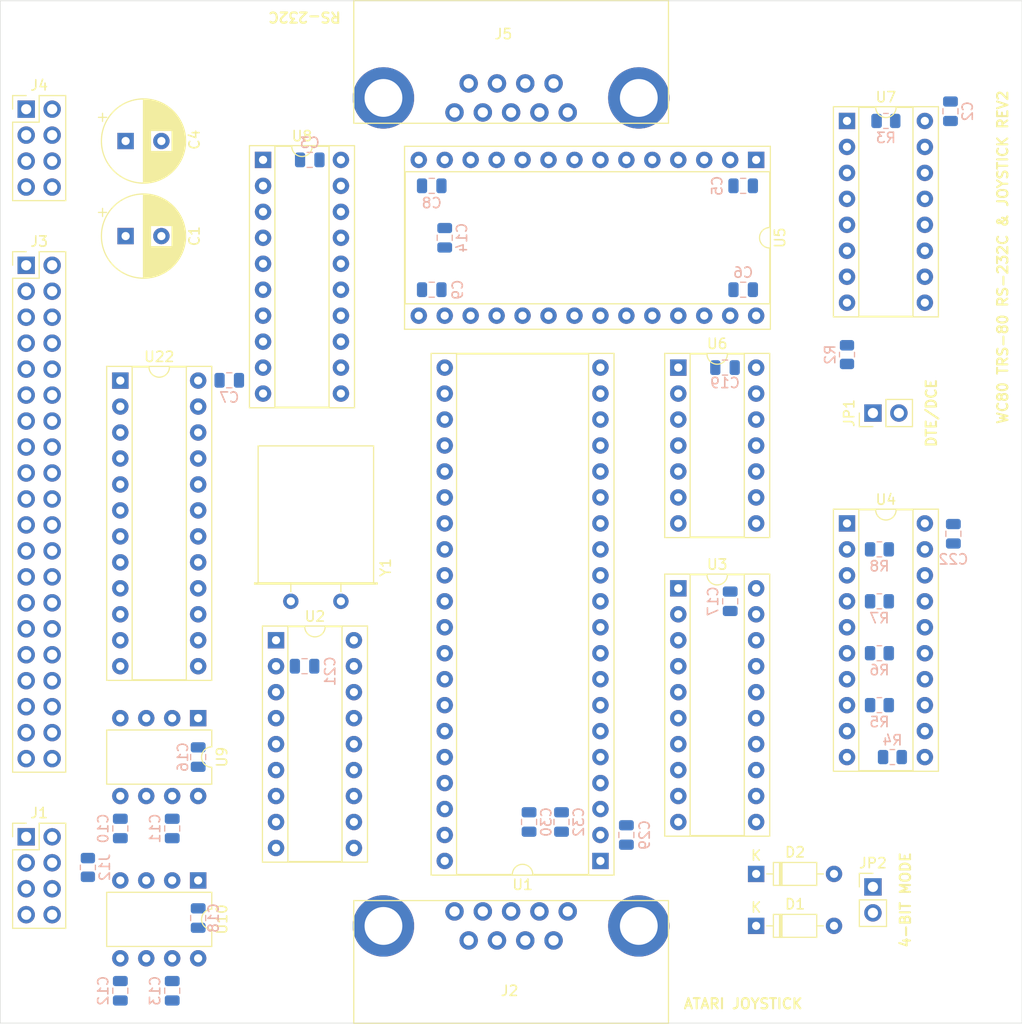
<source format=kicad_pcb>
(kicad_pcb (version 20171130) (host pcbnew "(5.1.9)-1")

  (general
    (thickness 1.6)
    (drawings 9)
    (tracks 0)
    (zones 0)
    (modules 56)
    (nets 122)
  )

  (page A4)
  (layers
    (0 F.Cu signal)
    (31 B.Cu signal)
    (32 B.Adhes user)
    (33 F.Adhes user)
    (34 B.Paste user)
    (35 F.Paste user)
    (36 B.SilkS user)
    (37 F.SilkS user)
    (38 B.Mask user)
    (39 F.Mask user)
    (40 Dwgs.User user)
    (41 Cmts.User user)
    (42 Eco1.User user)
    (43 Eco2.User user)
    (44 Edge.Cuts user)
    (45 Margin user hide)
    (46 B.CrtYd user hide)
    (47 F.CrtYd user hide)
    (48 B.Fab user)
    (49 F.Fab user hide)
  )

  (setup
    (last_trace_width 0.127)
    (user_trace_width 0.2)
    (user_trace_width 0.7)
    (trace_clearance 0.127)
    (zone_clearance 0.508)
    (zone_45_only no)
    (trace_min 0.127)
    (via_size 0.6)
    (via_drill 0.3)
    (via_min_size 0.4)
    (via_min_drill 0.2)
    (user_via 0.6 0.3)
    (user_via 0.8 0.5)
    (uvia_size 0.3)
    (uvia_drill 0.1)
    (uvias_allowed no)
    (uvia_min_size 0.2)
    (uvia_min_drill 0.1)
    (edge_width 0.05)
    (segment_width 0.2)
    (pcb_text_width 0.3)
    (pcb_text_size 1.5 1.5)
    (mod_edge_width 0.12)
    (mod_text_size 1 1)
    (mod_text_width 0.15)
    (pad_size 1.7 1.7)
    (pad_drill 1)
    (pad_to_mask_clearance 0)
    (aux_axis_origin 0 0)
    (visible_elements 7FFFFF7F)
    (pcbplotparams
      (layerselection 0x010f0_ffffffff)
      (usegerberextensions false)
      (usegerberattributes true)
      (usegerberadvancedattributes true)
      (creategerberjobfile true)
      (excludeedgelayer true)
      (linewidth 0.100000)
      (plotframeref false)
      (viasonmask false)
      (mode 1)
      (useauxorigin false)
      (hpglpennumber 1)
      (hpglpenspeed 20)
      (hpglpendiameter 15.000000)
      (psnegative false)
      (psa4output false)
      (plotreference true)
      (plotvalue true)
      (plotinvisibletext false)
      (padsonsilk false)
      (subtractmaskfromsilk false)
      (outputformat 1)
      (mirror false)
      (drillshape 0)
      (scaleselection 1)
      (outputdirectory "gbr/"))
  )

  (net 0 "")
  (net 1 +5V)
  (net 2 GND)
  (net 3 ~F_OUT~)
  (net 4 "Net-(C5-Pad2)")
  (net 5 "Net-(C5-Pad1)")
  (net 6 "Net-(C6-Pad2)")
  (net 7 "Net-(C6-Pad1)")
  (net 8 "Net-(C8-Pad1)")
  (net 9 "Net-(C9-Pad1)")
  (net 10 -12V)
  (net 11 "Net-(J1-Pad8)")
  (net 12 F_D2)
  (net 13 F_D0)
  (net 14 F_D5)
  (net 15 F_D3)
  (net 16 F_D6)
  (net 17 F_D1)
  (net 18 F_D7)
  (net 19 F_D4)
  (net 20 "Net-(JP1-Pad1)")
  (net 21 "Net-(R3-Pad1)")
  (net 22 D0)
  (net 23 D1)
  (net 24 D2)
  (net 25 D3)
  (net 26 FT)
  (net 27 RXD)
  (net 28 D7)
  (net 29 D6)
  (net 30 ~EB-in~)
  (net 31 D5)
  (net 32 FR)
  (net 33 D4)
  (net 34 ~EA-in~)
  (net 35 EA-out)
  (net 36 "Net-(U1-Pad25)")
  (net 37 "Net-(U2-Pad18)")
  (net 38 BRG)
  (net 39 "Net-(U2-Pad1)")
  (net 40 RI-H)
  (net 41 RTS)
  (net 42 DCD-H)
  (net 43 DTR)
  (net 44 RXD-H)
  (net 45 CTS)
  (net 46 TXD-H)
  (net 47 DSR)
  (net 48 RI)
  (net 49 DCD)
  (net 50 RTS-H)
  (net 51 CTS-H)
  (net 52 TXD)
  (net 53 DTR-H)
  (net 54 DSR-H)
  (net 55 "Net-(U3-Pad1)")
  (net 56 "Net-(U6-Pad12)")
  (net 57 "Net-(U6-Pad3)")
  (net 58 "Net-(U6-Pad2)")
  (net 59 ~E8-in~)
  (net 60 "Net-(C10-Pad1)")
  (net 61 "Net-(C11-Pad1)")
  (net 62 "Net-(C12-Pad1)")
  (net 63 "Net-(C13-Pad1)")
  (net 64 "Net-(D1-Pad2)")
  (net 65 "Net-(D1-Pad1)")
  (net 66 "Net-(D2-Pad1)")
  (net 67 "Net-(J2-Pad2)")
  (net 68 "Net-(J2-Pad1)")
  (net 69 "Net-(J2-Pad6)")
  (net 70 F_A2)
  (net 71 F_A6)
  (net 72 F_A5)
  (net 73 F_A7)
  (net 74 F_A3)
  (net 75 F_A4)
  (net 76 F_A1)
  (net 77 F_A0)
  (net 78 ~F_IN~)
  (net 79 ~EB-out~)
  (net 80 E8-out)
  (net 81 JSTK)
  (net 82 "Net-(U10-Pad3)")
  (net 83 "Net-(U4-Pad13)")
  (net 84 ~PADTRG~)
  (net 85 "Net-(J1-Pad7)")
  (net 86 "Net-(J1-Pad6)")
  (net 87 "Net-(J1-Pad5)")
  (net 88 "Net-(J1-Pad4)")
  (net 89 "Net-(J1-Pad3)")
  (net 90 "Net-(J1-Pad2)")
  (net 91 "Net-(J1-Pad1)")
  (net 92 "Net-(J3-Pad34)")
  (net 93 "Net-(J3-Pad24)")
  (net 94 "Net-(J3-Pad22)")
  (net 95 "Net-(J3-Pad18)")
  (net 96 "Net-(J3-Pad16)")
  (net 97 "Net-(J3-Pad15)")
  (net 98 "Net-(J3-Pad14)")
  (net 99 "Net-(J3-Pad13)")
  (net 100 "Net-(J3-Pad12)")
  (net 101 "Net-(J3-Pad10)")
  (net 102 "Net-(J3-Pad9)")
  (net 103 "Net-(J3-Pad8)")
  (net 104 "Net-(J3-Pad6)")
  (net 105 "Net-(J3-Pad5)")
  (net 106 "Net-(J3-Pad4)")
  (net 107 "Net-(J3-Pad3)")
  (net 108 "Net-(J3-Pad2)")
  (net 109 "Net-(J3-Pad1)")
  (net 110 -5V)
  (net 111 +12V)
  (net 112 "Net-(U1-Pad24)")
  (net 113 "Net-(U2-Pad9)")
  (net 114 "Net-(U2-Pad10)")
  (net 115 "Net-(U5-Pad4)")
  (net 116 "Net-(U7-Pad15)")
  (net 117 "Net-(U7-Pad14)")
  (net 118 "Net-(U7-Pad6)")
  (net 119 "Net-(U7-Pad11)")
  (net 120 "Net-(U7-Pad3)")
  (net 121 "Net-(U22-Pad21)")

  (net_class Default "This is the default net class."
    (clearance 0.127)
    (trace_width 0.127)
    (via_dia 0.6)
    (via_drill 0.3)
    (uvia_dia 0.3)
    (uvia_drill 0.1)
    (add_net +12V)
    (add_net -12V)
    (add_net -5V)
    (add_net BRG)
    (add_net CTS)
    (add_net CTS-H)
    (add_net D0)
    (add_net D1)
    (add_net D2)
    (add_net D3)
    (add_net D4)
    (add_net D5)
    (add_net D6)
    (add_net D7)
    (add_net DCD)
    (add_net DCD-H)
    (add_net DSR)
    (add_net DSR-H)
    (add_net DTR)
    (add_net DTR-H)
    (add_net E8-out)
    (add_net EA-out)
    (add_net FR)
    (add_net FT)
    (add_net F_A0)
    (add_net F_A1)
    (add_net F_A2)
    (add_net F_A3)
    (add_net F_A4)
    (add_net F_A5)
    (add_net F_A6)
    (add_net F_A7)
    (add_net F_D0)
    (add_net F_D1)
    (add_net F_D2)
    (add_net F_D3)
    (add_net F_D4)
    (add_net F_D5)
    (add_net F_D6)
    (add_net F_D7)
    (add_net JSTK)
    (add_net "Net-(C10-Pad1)")
    (add_net "Net-(C11-Pad1)")
    (add_net "Net-(C12-Pad1)")
    (add_net "Net-(C13-Pad1)")
    (add_net "Net-(C5-Pad1)")
    (add_net "Net-(C5-Pad2)")
    (add_net "Net-(C6-Pad1)")
    (add_net "Net-(C6-Pad2)")
    (add_net "Net-(C8-Pad1)")
    (add_net "Net-(C9-Pad1)")
    (add_net "Net-(D1-Pad1)")
    (add_net "Net-(D1-Pad2)")
    (add_net "Net-(D2-Pad1)")
    (add_net "Net-(J1-Pad1)")
    (add_net "Net-(J1-Pad2)")
    (add_net "Net-(J1-Pad3)")
    (add_net "Net-(J1-Pad4)")
    (add_net "Net-(J1-Pad5)")
    (add_net "Net-(J1-Pad6)")
    (add_net "Net-(J1-Pad7)")
    (add_net "Net-(J1-Pad8)")
    (add_net "Net-(J2-Pad1)")
    (add_net "Net-(J2-Pad2)")
    (add_net "Net-(J2-Pad6)")
    (add_net "Net-(J3-Pad1)")
    (add_net "Net-(J3-Pad10)")
    (add_net "Net-(J3-Pad12)")
    (add_net "Net-(J3-Pad13)")
    (add_net "Net-(J3-Pad14)")
    (add_net "Net-(J3-Pad15)")
    (add_net "Net-(J3-Pad16)")
    (add_net "Net-(J3-Pad18)")
    (add_net "Net-(J3-Pad2)")
    (add_net "Net-(J3-Pad22)")
    (add_net "Net-(J3-Pad24)")
    (add_net "Net-(J3-Pad3)")
    (add_net "Net-(J3-Pad34)")
    (add_net "Net-(J3-Pad4)")
    (add_net "Net-(J3-Pad5)")
    (add_net "Net-(J3-Pad6)")
    (add_net "Net-(J3-Pad8)")
    (add_net "Net-(J3-Pad9)")
    (add_net "Net-(JP1-Pad1)")
    (add_net "Net-(R3-Pad1)")
    (add_net "Net-(U1-Pad24)")
    (add_net "Net-(U1-Pad25)")
    (add_net "Net-(U10-Pad3)")
    (add_net "Net-(U2-Pad1)")
    (add_net "Net-(U2-Pad10)")
    (add_net "Net-(U2-Pad18)")
    (add_net "Net-(U2-Pad9)")
    (add_net "Net-(U22-Pad21)")
    (add_net "Net-(U3-Pad1)")
    (add_net "Net-(U4-Pad13)")
    (add_net "Net-(U5-Pad4)")
    (add_net "Net-(U6-Pad12)")
    (add_net "Net-(U6-Pad2)")
    (add_net "Net-(U6-Pad3)")
    (add_net "Net-(U7-Pad11)")
    (add_net "Net-(U7-Pad14)")
    (add_net "Net-(U7-Pad15)")
    (add_net "Net-(U7-Pad3)")
    (add_net "Net-(U7-Pad6)")
    (add_net RI)
    (add_net RI-H)
    (add_net RTS)
    (add_net RTS-H)
    (add_net RXD)
    (add_net RXD-H)
    (add_net TXD)
    (add_net TXD-H)
    (add_net ~E8-in~)
    (add_net ~EA-in~)
    (add_net ~EB-in~)
    (add_net ~EB-out~)
    (add_net ~F_IN~)
    (add_net ~F_OUT~)
    (add_net ~PADTRG~)
  )

  (net_class PWR ""
    (clearance 0.127)
    (trace_width 0.127)
    (via_dia 1.2)
    (via_drill 0.6)
    (uvia_dia 0.3)
    (uvia_drill 0.1)
    (add_net +5V)
    (add_net GND)
  )

  (module Capacitor_SMD:C_0805_2012Metric (layer B.Cu) (tedit 5F68FEEE) (tstamp 61948C8B)
    (at 63.5 43.18 90)
    (descr "Capacitor SMD 0805 (2012 Metric), square (rectangular) end terminal, IPC_7351 nominal, (Body size source: IPC-SM-782 page 76, https://www.pcb-3d.com/wordpress/wp-content/uploads/ipc-sm-782a_amendment_1_and_2.pdf, https://docs.google.com/spreadsheets/d/1BsfQQcO9C6DZCsRaXUlFlo91Tg2WpOkGARC1WS5S8t0/edit?usp=sharing), generated with kicad-footprint-generator")
    (tags capacitor)
    (path /61974B5B)
    (attr smd)
    (fp_text reference C14 (at 0 1.68 270) (layer B.SilkS)
      (effects (font (size 1 1) (thickness 0.15)) (justify mirror))
    )
    (fp_text value 100n (at 0 -1.68 270) (layer B.Fab)
      (effects (font (size 1 1) (thickness 0.15)) (justify mirror))
    )
    (fp_line (start 1.7 -0.98) (end -1.7 -0.98) (layer B.CrtYd) (width 0.05))
    (fp_line (start 1.7 0.98) (end 1.7 -0.98) (layer B.CrtYd) (width 0.05))
    (fp_line (start -1.7 0.98) (end 1.7 0.98) (layer B.CrtYd) (width 0.05))
    (fp_line (start -1.7 -0.98) (end -1.7 0.98) (layer B.CrtYd) (width 0.05))
    (fp_line (start -0.261252 -0.735) (end 0.261252 -0.735) (layer B.SilkS) (width 0.12))
    (fp_line (start -0.261252 0.735) (end 0.261252 0.735) (layer B.SilkS) (width 0.12))
    (fp_line (start 1 -0.625) (end -1 -0.625) (layer B.Fab) (width 0.1))
    (fp_line (start 1 0.625) (end 1 -0.625) (layer B.Fab) (width 0.1))
    (fp_line (start -1 0.625) (end 1 0.625) (layer B.Fab) (width 0.1))
    (fp_line (start -1 -0.625) (end -1 0.625) (layer B.Fab) (width 0.1))
    (fp_text user %R (at 0 0 270) (layer B.Fab)
      (effects (font (size 0.5 0.5) (thickness 0.08)) (justify mirror))
    )
    (pad 2 smd roundrect (at 0.95 0 90) (size 1 1.45) (layers B.Cu B.Paste B.Mask) (roundrect_rratio 0.25)
      (net 2 GND))
    (pad 1 smd roundrect (at -0.95 0 90) (size 1 1.45) (layers B.Cu B.Paste B.Mask) (roundrect_rratio 0.25)
      (net 1 +5V))
    (model ${KISYS3DMOD}/Capacitor_SMD.3dshapes/C_0805_2012Metric.wrl
      (at (xyz 0 0 0))
      (scale (xyz 1 1 1))
      (rotate (xyz 0 0 0))
    )
  )

  (module Package_DIP:DIP-28_W15.24mm_Socket (layer F.Cu) (tedit 5A02E8C5) (tstamp 6194772D)
    (at 93.98 35.56 270)
    (descr "28-lead though-hole mounted DIP package, row spacing 15.24 mm (600 mils), Socket")
    (tags "THT DIP DIL PDIP 2.54mm 15.24mm 600mil Socket")
    (path /617F7D93)
    (fp_text reference U5 (at 7.62 -2.33 90) (layer F.SilkS)
      (effects (font (size 1 1) (thickness 0.15)))
    )
    (fp_text value MAX214 (at 7.62 35.35 90) (layer F.Fab)
      (effects (font (size 1 1) (thickness 0.15)))
    )
    (fp_line (start 16.8 -1.6) (end -1.55 -1.6) (layer F.CrtYd) (width 0.05))
    (fp_line (start 16.8 34.65) (end 16.8 -1.6) (layer F.CrtYd) (width 0.05))
    (fp_line (start -1.55 34.65) (end 16.8 34.65) (layer F.CrtYd) (width 0.05))
    (fp_line (start -1.55 -1.6) (end -1.55 34.65) (layer F.CrtYd) (width 0.05))
    (fp_line (start 16.57 -1.39) (end -1.33 -1.39) (layer F.SilkS) (width 0.12))
    (fp_line (start 16.57 34.41) (end 16.57 -1.39) (layer F.SilkS) (width 0.12))
    (fp_line (start -1.33 34.41) (end 16.57 34.41) (layer F.SilkS) (width 0.12))
    (fp_line (start -1.33 -1.39) (end -1.33 34.41) (layer F.SilkS) (width 0.12))
    (fp_line (start 14.08 -1.33) (end 8.62 -1.33) (layer F.SilkS) (width 0.12))
    (fp_line (start 14.08 34.35) (end 14.08 -1.33) (layer F.SilkS) (width 0.12))
    (fp_line (start 1.16 34.35) (end 14.08 34.35) (layer F.SilkS) (width 0.12))
    (fp_line (start 1.16 -1.33) (end 1.16 34.35) (layer F.SilkS) (width 0.12))
    (fp_line (start 6.62 -1.33) (end 1.16 -1.33) (layer F.SilkS) (width 0.12))
    (fp_line (start 16.51 -1.33) (end -1.27 -1.33) (layer F.Fab) (width 0.1))
    (fp_line (start 16.51 34.35) (end 16.51 -1.33) (layer F.Fab) (width 0.1))
    (fp_line (start -1.27 34.35) (end 16.51 34.35) (layer F.Fab) (width 0.1))
    (fp_line (start -1.27 -1.33) (end -1.27 34.35) (layer F.Fab) (width 0.1))
    (fp_line (start 0.255 -0.27) (end 1.255 -1.27) (layer F.Fab) (width 0.1))
    (fp_line (start 0.255 34.29) (end 0.255 -0.27) (layer F.Fab) (width 0.1))
    (fp_line (start 14.985 34.29) (end 0.255 34.29) (layer F.Fab) (width 0.1))
    (fp_line (start 14.985 -1.27) (end 14.985 34.29) (layer F.Fab) (width 0.1))
    (fp_line (start 1.255 -1.27) (end 14.985 -1.27) (layer F.Fab) (width 0.1))
    (fp_text user %R (at 7.62 16.51 90) (layer F.Fab)
      (effects (font (size 1 1) (thickness 0.15)))
    )
    (fp_arc (start 7.62 -1.33) (end 6.62 -1.33) (angle -180) (layer F.SilkS) (width 0.12))
    (pad 28 thru_hole oval (at 15.24 0 270) (size 1.6 1.6) (drill 0.8) (layers *.Cu *.Mask)
      (net 7 "Net-(C6-Pad1)"))
    (pad 14 thru_hole oval (at 0 33.02 270) (size 1.6 1.6) (drill 0.8) (layers *.Cu *.Mask)
      (net 8 "Net-(C8-Pad1)"))
    (pad 27 thru_hole oval (at 15.24 2.54 270) (size 1.6 1.6) (drill 0.8) (layers *.Cu *.Mask)
      (net 6 "Net-(C6-Pad2)"))
    (pad 13 thru_hole oval (at 0 30.48 270) (size 1.6 1.6) (drill 0.8) (layers *.Cu *.Mask)
      (net 2 GND))
    (pad 26 thru_hole oval (at 15.24 5.08 270) (size 1.6 1.6) (drill 0.8) (layers *.Cu *.Mask)
      (net 2 GND))
    (pad 12 thru_hole oval (at 0 27.94 270) (size 1.6 1.6) (drill 0.8) (layers *.Cu *.Mask)
      (net 40 RI-H))
    (pad 25 thru_hole oval (at 15.24 7.62 270) (size 1.6 1.6) (drill 0.8) (layers *.Cu *.Mask)
      (net 41 RTS))
    (pad 11 thru_hole oval (at 0 25.4 270) (size 1.6 1.6) (drill 0.8) (layers *.Cu *.Mask)
      (net 42 DCD-H))
    (pad 24 thru_hole oval (at 15.24 10.16 270) (size 1.6 1.6) (drill 0.8) (layers *.Cu *.Mask)
      (net 43 DTR))
    (pad 10 thru_hole oval (at 0 22.86 270) (size 1.6 1.6) (drill 0.8) (layers *.Cu *.Mask)
      (net 44 RXD-H))
    (pad 23 thru_hole oval (at 15.24 12.7 270) (size 1.6 1.6) (drill 0.8) (layers *.Cu *.Mask)
      (net 45 CTS))
    (pad 9 thru_hole oval (at 0 20.32 270) (size 1.6 1.6) (drill 0.8) (layers *.Cu *.Mask)
      (net 46 TXD-H))
    (pad 22 thru_hole oval (at 15.24 15.24 270) (size 1.6 1.6) (drill 0.8) (layers *.Cu *.Mask)
      (net 47 DSR))
    (pad 8 thru_hole oval (at 0 17.78 270) (size 1.6 1.6) (drill 0.8) (layers *.Cu *.Mask)
      (net 48 RI))
    (pad 21 thru_hole oval (at 15.24 17.78 270) (size 1.6 1.6) (drill 0.8) (layers *.Cu *.Mask)
      (net 20 "Net-(JP1-Pad1)"))
    (pad 7 thru_hole oval (at 0 15.24 270) (size 1.6 1.6) (drill 0.8) (layers *.Cu *.Mask)
      (net 49 DCD))
    (pad 20 thru_hole oval (at 15.24 20.32 270) (size 1.6 1.6) (drill 0.8) (layers *.Cu *.Mask)
      (net 50 RTS-H))
    (pad 6 thru_hole oval (at 0 12.7 270) (size 1.6 1.6) (drill 0.8) (layers *.Cu *.Mask)
      (net 27 RXD))
    (pad 19 thru_hole oval (at 15.24 22.86 270) (size 1.6 1.6) (drill 0.8) (layers *.Cu *.Mask)
      (net 51 CTS-H))
    (pad 5 thru_hole oval (at 0 10.16 270) (size 1.6 1.6) (drill 0.8) (layers *.Cu *.Mask)
      (net 52 TXD))
    (pad 18 thru_hole oval (at 15.24 25.4 270) (size 1.6 1.6) (drill 0.8) (layers *.Cu *.Mask)
      (net 53 DTR-H))
    (pad 4 thru_hole oval (at 0 7.62 270) (size 1.6 1.6) (drill 0.8) (layers *.Cu *.Mask)
      (net 115 "Net-(U5-Pad4)"))
    (pad 17 thru_hole oval (at 15.24 27.94 270) (size 1.6 1.6) (drill 0.8) (layers *.Cu *.Mask)
      (net 54 DSR-H))
    (pad 3 thru_hole oval (at 0 5.08 270) (size 1.6 1.6) (drill 0.8) (layers *.Cu *.Mask)
      (net 2 GND))
    (pad 16 thru_hole oval (at 15.24 30.48 270) (size 1.6 1.6) (drill 0.8) (layers *.Cu *.Mask)
      (net 1 +5V))
    (pad 2 thru_hole oval (at 0 2.54 270) (size 1.6 1.6) (drill 0.8) (layers *.Cu *.Mask)
      (net 4 "Net-(C5-Pad2)"))
    (pad 15 thru_hole oval (at 15.24 33.02 270) (size 1.6 1.6) (drill 0.8) (layers *.Cu *.Mask)
      (net 9 "Net-(C9-Pad1)"))
    (pad 1 thru_hole rect (at 0 0 270) (size 1.6 1.6) (drill 0.8) (layers *.Cu *.Mask)
      (net 5 "Net-(C5-Pad1)"))
    (model ${KISYS3DMOD}/Package_DIP.3dshapes/DIP-28_W15.24mm_Socket.wrl
      (at (xyz 0 0 0))
      (scale (xyz 1 1 1))
      (rotate (xyz 0 0 0))
    )
  )

  (module Resistor_SMD:R_0805_2012Metric (layer B.Cu) (tedit 5F68FEEE) (tstamp 617A3524)
    (at 28.575 104.775 90)
    (descr "Resistor SMD 0805 (2012 Metric), square (rectangular) end terminal, IPC_7351 nominal, (Body size source: IPC-SM-782 page 72, https://www.pcb-3d.com/wordpress/wp-content/uploads/ipc-sm-782a_amendment_1_and_2.pdf), generated with kicad-footprint-generator")
    (tags resistor)
    (path /61B9999D)
    (attr smd)
    (fp_text reference J12 (at 0 1.65 90) (layer B.SilkS)
      (effects (font (size 1 1) (thickness 0.15)) (justify mirror))
    )
    (fp_text value "0 (optional)" (at 0 -1.65 90) (layer B.Fab)
      (effects (font (size 1 1) (thickness 0.15)) (justify mirror))
    )
    (fp_line (start 1.68 -0.95) (end -1.68 -0.95) (layer B.CrtYd) (width 0.05))
    (fp_line (start 1.68 0.95) (end 1.68 -0.95) (layer B.CrtYd) (width 0.05))
    (fp_line (start -1.68 0.95) (end 1.68 0.95) (layer B.CrtYd) (width 0.05))
    (fp_line (start -1.68 -0.95) (end -1.68 0.95) (layer B.CrtYd) (width 0.05))
    (fp_line (start -0.227064 -0.735) (end 0.227064 -0.735) (layer B.SilkS) (width 0.12))
    (fp_line (start -0.227064 0.735) (end 0.227064 0.735) (layer B.SilkS) (width 0.12))
    (fp_line (start 1 -0.625) (end -1 -0.625) (layer B.Fab) (width 0.1))
    (fp_line (start 1 0.625) (end 1 -0.625) (layer B.Fab) (width 0.1))
    (fp_line (start -1 0.625) (end 1 0.625) (layer B.Fab) (width 0.1))
    (fp_line (start -1 -0.625) (end -1 0.625) (layer B.Fab) (width 0.1))
    (fp_text user %R (at 0 0 90) (layer B.Fab)
      (effects (font (size 0.5 0.5) (thickness 0.08)) (justify mirror))
    )
    (pad 2 smd roundrect (at 0.9125 0 90) (size 1.025 1.4) (layers B.Cu B.Paste B.Mask) (roundrect_rratio 0.243902)
      (net 10 -12V))
    (pad 1 smd roundrect (at -0.9125 0 90) (size 1.025 1.4) (layers B.Cu B.Paste B.Mask) (roundrect_rratio 0.243902)
      (net 11 "Net-(J1-Pad8)"))
    (model ${KISYS3DMOD}/Resistor_SMD.3dshapes/R_0805_2012Metric.wrl
      (at (xyz 0 0 0))
      (scale (xyz 1 1 1))
      (rotate (xyz 0 0 0))
    )
  )

  (module Package_DIP:DIP-8_W7.62mm (layer F.Cu) (tedit 5A02E8C5) (tstamp 617BFEE3)
    (at 39.37 106.045 270)
    (descr "8-lead though-hole mounted DIP package, row spacing 7.62 mm (300 mils)")
    (tags "THT DIP DIL PDIP 2.54mm 7.62mm 300mil")
    (path /61873761)
    (fp_text reference U10 (at 3.81 -2.33 90) (layer F.SilkS)
      (effects (font (size 1 1) (thickness 0.15)))
    )
    (fp_text value LM555xN (at 3.81 9.95 90) (layer F.Fab)
      (effects (font (size 1 1) (thickness 0.15)))
    )
    (fp_line (start 1.635 -1.27) (end 6.985 -1.27) (layer F.Fab) (width 0.1))
    (fp_line (start 6.985 -1.27) (end 6.985 8.89) (layer F.Fab) (width 0.1))
    (fp_line (start 6.985 8.89) (end 0.635 8.89) (layer F.Fab) (width 0.1))
    (fp_line (start 0.635 8.89) (end 0.635 -0.27) (layer F.Fab) (width 0.1))
    (fp_line (start 0.635 -0.27) (end 1.635 -1.27) (layer F.Fab) (width 0.1))
    (fp_line (start 2.81 -1.33) (end 1.16 -1.33) (layer F.SilkS) (width 0.12))
    (fp_line (start 1.16 -1.33) (end 1.16 8.95) (layer F.SilkS) (width 0.12))
    (fp_line (start 1.16 8.95) (end 6.46 8.95) (layer F.SilkS) (width 0.12))
    (fp_line (start 6.46 8.95) (end 6.46 -1.33) (layer F.SilkS) (width 0.12))
    (fp_line (start 6.46 -1.33) (end 4.81 -1.33) (layer F.SilkS) (width 0.12))
    (fp_line (start -1.1 -1.55) (end -1.1 9.15) (layer F.CrtYd) (width 0.05))
    (fp_line (start -1.1 9.15) (end 8.7 9.15) (layer F.CrtYd) (width 0.05))
    (fp_line (start 8.7 9.15) (end 8.7 -1.55) (layer F.CrtYd) (width 0.05))
    (fp_line (start 8.7 -1.55) (end -1.1 -1.55) (layer F.CrtYd) (width 0.05))
    (fp_text user %R (at 3.81 3.81 90) (layer F.Fab)
      (effects (font (size 1 1) (thickness 0.15)))
    )
    (fp_arc (start 3.81 -1.33) (end 2.81 -1.33) (angle -180) (layer F.SilkS) (width 0.12))
    (pad 8 thru_hole oval (at 7.62 0 270) (size 1.6 1.6) (drill 0.8) (layers *.Cu *.Mask)
      (net 1 +5V))
    (pad 4 thru_hole oval (at 0 7.62 270) (size 1.6 1.6) (drill 0.8) (layers *.Cu *.Mask)
      (net 1 +5V))
    (pad 7 thru_hole oval (at 7.62 2.54 270) (size 1.6 1.6) (drill 0.8) (layers *.Cu *.Mask)
      (net 63 "Net-(C13-Pad1)"))
    (pad 3 thru_hole oval (at 0 5.08 270) (size 1.6 1.6) (drill 0.8) (layers *.Cu *.Mask)
      (net 82 "Net-(U10-Pad3)"))
    (pad 6 thru_hole oval (at 7.62 5.08 270) (size 1.6 1.6) (drill 0.8) (layers *.Cu *.Mask)
      (net 63 "Net-(C13-Pad1)"))
    (pad 2 thru_hole oval (at 0 2.54 270) (size 1.6 1.6) (drill 0.8) (layers *.Cu *.Mask)
      (net 84 ~PADTRG~))
    (pad 5 thru_hole oval (at 7.62 7.62 270) (size 1.6 1.6) (drill 0.8) (layers *.Cu *.Mask)
      (net 62 "Net-(C12-Pad1)"))
    (pad 1 thru_hole rect (at 0 0 270) (size 1.6 1.6) (drill 0.8) (layers *.Cu *.Mask)
      (net 2 GND))
    (model ${KISYS3DMOD}/Package_DIP.3dshapes/DIP-8_W7.62mm.wrl
      (at (xyz 0 0 0))
      (scale (xyz 1 1 1))
      (rotate (xyz 0 0 0))
    )
  )

  (module Package_DIP:DIP-8_W7.62mm (layer F.Cu) (tedit 5A02E8C5) (tstamp 617BFF34)
    (at 39.37 90.17 270)
    (descr "8-lead though-hole mounted DIP package, row spacing 7.62 mm (300 mils)")
    (tags "THT DIP DIL PDIP 2.54mm 7.62mm 300mil")
    (path /61870727)
    (fp_text reference U9 (at 3.81 -2.33 90) (layer F.SilkS)
      (effects (font (size 1 1) (thickness 0.15)))
    )
    (fp_text value LM555xN (at 3.81 9.95 90) (layer F.Fab)
      (effects (font (size 1 1) (thickness 0.15)))
    )
    (fp_line (start 1.635 -1.27) (end 6.985 -1.27) (layer F.Fab) (width 0.1))
    (fp_line (start 6.985 -1.27) (end 6.985 8.89) (layer F.Fab) (width 0.1))
    (fp_line (start 6.985 8.89) (end 0.635 8.89) (layer F.Fab) (width 0.1))
    (fp_line (start 0.635 8.89) (end 0.635 -0.27) (layer F.Fab) (width 0.1))
    (fp_line (start 0.635 -0.27) (end 1.635 -1.27) (layer F.Fab) (width 0.1))
    (fp_line (start 2.81 -1.33) (end 1.16 -1.33) (layer F.SilkS) (width 0.12))
    (fp_line (start 1.16 -1.33) (end 1.16 8.95) (layer F.SilkS) (width 0.12))
    (fp_line (start 1.16 8.95) (end 6.46 8.95) (layer F.SilkS) (width 0.12))
    (fp_line (start 6.46 8.95) (end 6.46 -1.33) (layer F.SilkS) (width 0.12))
    (fp_line (start 6.46 -1.33) (end 4.81 -1.33) (layer F.SilkS) (width 0.12))
    (fp_line (start -1.1 -1.55) (end -1.1 9.15) (layer F.CrtYd) (width 0.05))
    (fp_line (start -1.1 9.15) (end 8.7 9.15) (layer F.CrtYd) (width 0.05))
    (fp_line (start 8.7 9.15) (end 8.7 -1.55) (layer F.CrtYd) (width 0.05))
    (fp_line (start 8.7 -1.55) (end -1.1 -1.55) (layer F.CrtYd) (width 0.05))
    (fp_text user %R (at 3.81 3.81 90) (layer F.Fab)
      (effects (font (size 1 1) (thickness 0.15)))
    )
    (fp_arc (start 3.81 -1.33) (end 2.81 -1.33) (angle -180) (layer F.SilkS) (width 0.12))
    (pad 8 thru_hole oval (at 7.62 0 270) (size 1.6 1.6) (drill 0.8) (layers *.Cu *.Mask)
      (net 1 +5V))
    (pad 4 thru_hole oval (at 0 7.62 270) (size 1.6 1.6) (drill 0.8) (layers *.Cu *.Mask)
      (net 1 +5V))
    (pad 7 thru_hole oval (at 7.62 2.54 270) (size 1.6 1.6) (drill 0.8) (layers *.Cu *.Mask)
      (net 61 "Net-(C11-Pad1)"))
    (pad 3 thru_hole oval (at 0 5.08 270) (size 1.6 1.6) (drill 0.8) (layers *.Cu *.Mask)
      (net 83 "Net-(U4-Pad13)"))
    (pad 6 thru_hole oval (at 7.62 5.08 270) (size 1.6 1.6) (drill 0.8) (layers *.Cu *.Mask)
      (net 61 "Net-(C11-Pad1)"))
    (pad 2 thru_hole oval (at 0 2.54 270) (size 1.6 1.6) (drill 0.8) (layers *.Cu *.Mask)
      (net 84 ~PADTRG~))
    (pad 5 thru_hole oval (at 7.62 7.62 270) (size 1.6 1.6) (drill 0.8) (layers *.Cu *.Mask)
      (net 60 "Net-(C10-Pad1)"))
    (pad 1 thru_hole rect (at 0 0 270) (size 1.6 1.6) (drill 0.8) (layers *.Cu *.Mask)
      (net 2 GND))
    (model ${KISYS3DMOD}/Package_DIP.3dshapes/DIP-8_W7.62mm.wrl
      (at (xyz 0 0 0))
      (scale (xyz 1 1 1))
      (rotate (xyz 0 0 0))
    )
  )

  (module Package_DIP:DIP-20_W7.62mm_Socket (layer F.Cu) (tedit 5A02E8C5) (tstamp 617BB8CB)
    (at 102.87 71.12)
    (descr "20-lead though-hole mounted DIP package, row spacing 7.62 mm (300 mils), Socket")
    (tags "THT DIP DIL PDIP 2.54mm 7.62mm 300mil Socket")
    (path /61989531)
    (fp_text reference U4 (at 3.81 -2.33) (layer F.SilkS)
      (effects (font (size 1 1) (thickness 0.15)))
    )
    (fp_text value 74LS244 (at 3.81 25.19) (layer F.Fab)
      (effects (font (size 1 1) (thickness 0.15)))
    )
    (fp_line (start 1.635 -1.27) (end 6.985 -1.27) (layer F.Fab) (width 0.1))
    (fp_line (start 6.985 -1.27) (end 6.985 24.13) (layer F.Fab) (width 0.1))
    (fp_line (start 6.985 24.13) (end 0.635 24.13) (layer F.Fab) (width 0.1))
    (fp_line (start 0.635 24.13) (end 0.635 -0.27) (layer F.Fab) (width 0.1))
    (fp_line (start 0.635 -0.27) (end 1.635 -1.27) (layer F.Fab) (width 0.1))
    (fp_line (start -1.27 -1.33) (end -1.27 24.19) (layer F.Fab) (width 0.1))
    (fp_line (start -1.27 24.19) (end 8.89 24.19) (layer F.Fab) (width 0.1))
    (fp_line (start 8.89 24.19) (end 8.89 -1.33) (layer F.Fab) (width 0.1))
    (fp_line (start 8.89 -1.33) (end -1.27 -1.33) (layer F.Fab) (width 0.1))
    (fp_line (start 2.81 -1.33) (end 1.16 -1.33) (layer F.SilkS) (width 0.12))
    (fp_line (start 1.16 -1.33) (end 1.16 24.19) (layer F.SilkS) (width 0.12))
    (fp_line (start 1.16 24.19) (end 6.46 24.19) (layer F.SilkS) (width 0.12))
    (fp_line (start 6.46 24.19) (end 6.46 -1.33) (layer F.SilkS) (width 0.12))
    (fp_line (start 6.46 -1.33) (end 4.81 -1.33) (layer F.SilkS) (width 0.12))
    (fp_line (start -1.33 -1.39) (end -1.33 24.25) (layer F.SilkS) (width 0.12))
    (fp_line (start -1.33 24.25) (end 8.95 24.25) (layer F.SilkS) (width 0.12))
    (fp_line (start 8.95 24.25) (end 8.95 -1.39) (layer F.SilkS) (width 0.12))
    (fp_line (start 8.95 -1.39) (end -1.33 -1.39) (layer F.SilkS) (width 0.12))
    (fp_line (start -1.55 -1.6) (end -1.55 24.45) (layer F.CrtYd) (width 0.05))
    (fp_line (start -1.55 24.45) (end 9.15 24.45) (layer F.CrtYd) (width 0.05))
    (fp_line (start 9.15 24.45) (end 9.15 -1.6) (layer F.CrtYd) (width 0.05))
    (fp_line (start 9.15 -1.6) (end -1.55 -1.6) (layer F.CrtYd) (width 0.05))
    (fp_text user %R (at 3.81 11.43) (layer F.Fab)
      (effects (font (size 1 1) (thickness 0.15)))
    )
    (fp_arc (start 3.81 -1.33) (end 2.81 -1.33) (angle -180) (layer F.SilkS) (width 0.12))
    (pad 20 thru_hole oval (at 7.62 0) (size 1.6 1.6) (drill 0.8) (layers *.Cu *.Mask)
      (net 1 +5V))
    (pad 10 thru_hole oval (at 0 22.86) (size 1.6 1.6) (drill 0.8) (layers *.Cu *.Mask)
      (net 2 GND))
    (pad 19 thru_hole oval (at 7.62 2.54) (size 1.6 1.6) (drill 0.8) (layers *.Cu *.Mask)
      (net 81 JSTK))
    (pad 9 thru_hole oval (at 0 20.32) (size 1.6 1.6) (drill 0.8) (layers *.Cu *.Mask)
      (net 19 F_D4))
    (pad 18 thru_hole oval (at 7.62 5.08) (size 1.6 1.6) (drill 0.8) (layers *.Cu *.Mask)
      (net 13 F_D0))
    (pad 8 thru_hole oval (at 0 17.78) (size 1.6 1.6) (drill 0.8) (layers *.Cu *.Mask)
      (net 65 "Net-(D1-Pad1)"))
    (pad 17 thru_hole oval (at 7.62 7.62) (size 1.6 1.6) (drill 0.8) (layers *.Cu *.Mask)
      (net 2 GND))
    (pad 7 thru_hole oval (at 0 15.24) (size 1.6 1.6) (drill 0.8) (layers *.Cu *.Mask)
      (net 14 F_D5))
    (pad 16 thru_hole oval (at 7.62 10.16) (size 1.6 1.6) (drill 0.8) (layers *.Cu *.Mask)
      (net 17 F_D1))
    (pad 6 thru_hole oval (at 0 12.7) (size 1.6 1.6) (drill 0.8) (layers *.Cu *.Mask)
      (net 66 "Net-(D2-Pad1)"))
    (pad 15 thru_hole oval (at 7.62 12.7) (size 1.6 1.6) (drill 0.8) (layers *.Cu *.Mask)
      (net 82 "Net-(U10-Pad3)"))
    (pad 5 thru_hole oval (at 0 10.16) (size 1.6 1.6) (drill 0.8) (layers *.Cu *.Mask)
      (net 16 F_D6))
    (pad 14 thru_hole oval (at 7.62 15.24) (size 1.6 1.6) (drill 0.8) (layers *.Cu *.Mask)
      (net 12 F_D2))
    (pad 4 thru_hole oval (at 0 7.62) (size 1.6 1.6) (drill 0.8) (layers *.Cu *.Mask)
      (net 67 "Net-(J2-Pad2)"))
    (pad 13 thru_hole oval (at 7.62 17.78) (size 1.6 1.6) (drill 0.8) (layers *.Cu *.Mask)
      (net 83 "Net-(U4-Pad13)"))
    (pad 3 thru_hole oval (at 0 5.08) (size 1.6 1.6) (drill 0.8) (layers *.Cu *.Mask)
      (net 18 F_D7))
    (pad 12 thru_hole oval (at 7.62 20.32) (size 1.6 1.6) (drill 0.8) (layers *.Cu *.Mask)
      (net 15 F_D3))
    (pad 2 thru_hole oval (at 0 2.54) (size 1.6 1.6) (drill 0.8) (layers *.Cu *.Mask)
      (net 68 "Net-(J2-Pad1)"))
    (pad 11 thru_hole oval (at 7.62 22.86) (size 1.6 1.6) (drill 0.8) (layers *.Cu *.Mask)
      (net 69 "Net-(J2-Pad6)"))
    (pad 1 thru_hole rect (at 0 0) (size 1.6 1.6) (drill 0.8) (layers *.Cu *.Mask)
      (net 81 JSTK))
    (model ${KISYS3DMOD}/Package_DIP.3dshapes/DIP-20_W7.62mm_Socket.wrl
      (at (xyz 0 0 0))
      (scale (xyz 1 1 1))
      (rotate (xyz 0 0 0))
    )
  )

  (module Resistor_SMD:R_0805_2012Metric (layer B.Cu) (tedit 5F68FEEE) (tstamp 617BB87C)
    (at 106.045 73.66)
    (descr "Resistor SMD 0805 (2012 Metric), square (rectangular) end terminal, IPC_7351 nominal, (Body size source: IPC-SM-782 page 72, https://www.pcb-3d.com/wordpress/wp-content/uploads/ipc-sm-782a_amendment_1_and_2.pdf), generated with kicad-footprint-generator")
    (tags resistor)
    (path /61847D90)
    (attr smd)
    (fp_text reference R8 (at 0 1.65) (layer B.SilkS)
      (effects (font (size 1 1) (thickness 0.15)) (justify mirror))
    )
    (fp_text value 10K (at 0 -1.65) (layer B.Fab)
      (effects (font (size 1 1) (thickness 0.15)) (justify mirror))
    )
    (fp_line (start -1 -0.625) (end -1 0.625) (layer B.Fab) (width 0.1))
    (fp_line (start -1 0.625) (end 1 0.625) (layer B.Fab) (width 0.1))
    (fp_line (start 1 0.625) (end 1 -0.625) (layer B.Fab) (width 0.1))
    (fp_line (start 1 -0.625) (end -1 -0.625) (layer B.Fab) (width 0.1))
    (fp_line (start -0.227064 0.735) (end 0.227064 0.735) (layer B.SilkS) (width 0.12))
    (fp_line (start -0.227064 -0.735) (end 0.227064 -0.735) (layer B.SilkS) (width 0.12))
    (fp_line (start -1.68 -0.95) (end -1.68 0.95) (layer B.CrtYd) (width 0.05))
    (fp_line (start -1.68 0.95) (end 1.68 0.95) (layer B.CrtYd) (width 0.05))
    (fp_line (start 1.68 0.95) (end 1.68 -0.95) (layer B.CrtYd) (width 0.05))
    (fp_line (start 1.68 -0.95) (end -1.68 -0.95) (layer B.CrtYd) (width 0.05))
    (fp_text user %R (at 0 0) (layer B.Fab)
      (effects (font (size 0.5 0.5) (thickness 0.08)) (justify mirror))
    )
    (pad 2 smd roundrect (at 0.9125 0) (size 1.025 1.4) (layers B.Cu B.Paste B.Mask) (roundrect_rratio 0.243902)
      (net 1 +5V))
    (pad 1 smd roundrect (at -0.9125 0) (size 1.025 1.4) (layers B.Cu B.Paste B.Mask) (roundrect_rratio 0.243902)
      (net 68 "Net-(J2-Pad1)"))
    (model ${KISYS3DMOD}/Resistor_SMD.3dshapes/R_0805_2012Metric.wrl
      (at (xyz 0 0 0))
      (scale (xyz 1 1 1))
      (rotate (xyz 0 0 0))
    )
  )

  (module Resistor_SMD:R_0805_2012Metric (layer B.Cu) (tedit 5F68FEEE) (tstamp 617BB84C)
    (at 106.045 78.74)
    (descr "Resistor SMD 0805 (2012 Metric), square (rectangular) end terminal, IPC_7351 nominal, (Body size source: IPC-SM-782 page 72, https://www.pcb-3d.com/wordpress/wp-content/uploads/ipc-sm-782a_amendment_1_and_2.pdf), generated with kicad-footprint-generator")
    (tags resistor)
    (path /61841999)
    (attr smd)
    (fp_text reference R7 (at 0 1.65) (layer B.SilkS)
      (effects (font (size 1 1) (thickness 0.15)) (justify mirror))
    )
    (fp_text value 10K (at 0 -1.65) (layer B.Fab)
      (effects (font (size 1 1) (thickness 0.15)) (justify mirror))
    )
    (fp_line (start -1 -0.625) (end -1 0.625) (layer B.Fab) (width 0.1))
    (fp_line (start -1 0.625) (end 1 0.625) (layer B.Fab) (width 0.1))
    (fp_line (start 1 0.625) (end 1 -0.625) (layer B.Fab) (width 0.1))
    (fp_line (start 1 -0.625) (end -1 -0.625) (layer B.Fab) (width 0.1))
    (fp_line (start -0.227064 0.735) (end 0.227064 0.735) (layer B.SilkS) (width 0.12))
    (fp_line (start -0.227064 -0.735) (end 0.227064 -0.735) (layer B.SilkS) (width 0.12))
    (fp_line (start -1.68 -0.95) (end -1.68 0.95) (layer B.CrtYd) (width 0.05))
    (fp_line (start -1.68 0.95) (end 1.68 0.95) (layer B.CrtYd) (width 0.05))
    (fp_line (start 1.68 0.95) (end 1.68 -0.95) (layer B.CrtYd) (width 0.05))
    (fp_line (start 1.68 -0.95) (end -1.68 -0.95) (layer B.CrtYd) (width 0.05))
    (fp_text user %R (at 0 0) (layer B.Fab)
      (effects (font (size 0.5 0.5) (thickness 0.08)) (justify mirror))
    )
    (pad 2 smd roundrect (at 0.9125 0) (size 1.025 1.4) (layers B.Cu B.Paste B.Mask) (roundrect_rratio 0.243902)
      (net 1 +5V))
    (pad 1 smd roundrect (at -0.9125 0) (size 1.025 1.4) (layers B.Cu B.Paste B.Mask) (roundrect_rratio 0.243902)
      (net 67 "Net-(J2-Pad2)"))
    (model ${KISYS3DMOD}/Resistor_SMD.3dshapes/R_0805_2012Metric.wrl
      (at (xyz 0 0 0))
      (scale (xyz 1 1 1))
      (rotate (xyz 0 0 0))
    )
  )

  (module Resistor_SMD:R_0805_2012Metric (layer B.Cu) (tedit 5F68FEEE) (tstamp 617BB7CB)
    (at 106.045 83.82)
    (descr "Resistor SMD 0805 (2012 Metric), square (rectangular) end terminal, IPC_7351 nominal, (Body size source: IPC-SM-782 page 72, https://www.pcb-3d.com/wordpress/wp-content/uploads/ipc-sm-782a_amendment_1_and_2.pdf), generated with kicad-footprint-generator")
    (tags resistor)
    (path /6183B926)
    (attr smd)
    (fp_text reference R6 (at 0 1.65) (layer B.SilkS)
      (effects (font (size 1 1) (thickness 0.15)) (justify mirror))
    )
    (fp_text value 10K (at 0 -1.65) (layer B.Fab)
      (effects (font (size 1 1) (thickness 0.15)) (justify mirror))
    )
    (fp_line (start -1 -0.625) (end -1 0.625) (layer B.Fab) (width 0.1))
    (fp_line (start -1 0.625) (end 1 0.625) (layer B.Fab) (width 0.1))
    (fp_line (start 1 0.625) (end 1 -0.625) (layer B.Fab) (width 0.1))
    (fp_line (start 1 -0.625) (end -1 -0.625) (layer B.Fab) (width 0.1))
    (fp_line (start -0.227064 0.735) (end 0.227064 0.735) (layer B.SilkS) (width 0.12))
    (fp_line (start -0.227064 -0.735) (end 0.227064 -0.735) (layer B.SilkS) (width 0.12))
    (fp_line (start -1.68 -0.95) (end -1.68 0.95) (layer B.CrtYd) (width 0.05))
    (fp_line (start -1.68 0.95) (end 1.68 0.95) (layer B.CrtYd) (width 0.05))
    (fp_line (start 1.68 0.95) (end 1.68 -0.95) (layer B.CrtYd) (width 0.05))
    (fp_line (start 1.68 -0.95) (end -1.68 -0.95) (layer B.CrtYd) (width 0.05))
    (fp_text user %R (at 0 0) (layer B.Fab)
      (effects (font (size 0.5 0.5) (thickness 0.08)) (justify mirror))
    )
    (pad 2 smd roundrect (at 0.9125 0) (size 1.025 1.4) (layers B.Cu B.Paste B.Mask) (roundrect_rratio 0.243902)
      (net 1 +5V))
    (pad 1 smd roundrect (at -0.9125 0) (size 1.025 1.4) (layers B.Cu B.Paste B.Mask) (roundrect_rratio 0.243902)
      (net 66 "Net-(D2-Pad1)"))
    (model ${KISYS3DMOD}/Resistor_SMD.3dshapes/R_0805_2012Metric.wrl
      (at (xyz 0 0 0))
      (scale (xyz 1 1 1))
      (rotate (xyz 0 0 0))
    )
  )

  (module Resistor_SMD:R_0805_2012Metric (layer B.Cu) (tedit 5F68FEEE) (tstamp 617C36A7)
    (at 106.045 88.9)
    (descr "Resistor SMD 0805 (2012 Metric), square (rectangular) end terminal, IPC_7351 nominal, (Body size source: IPC-SM-782 page 72, https://www.pcb-3d.com/wordpress/wp-content/uploads/ipc-sm-782a_amendment_1_and_2.pdf), generated with kicad-footprint-generator")
    (tags resistor)
    (path /6184ECB3)
    (attr smd)
    (fp_text reference R5 (at 0 1.65) (layer B.SilkS)
      (effects (font (size 1 1) (thickness 0.15)) (justify mirror))
    )
    (fp_text value 10K (at 0 -1.65) (layer B.Fab)
      (effects (font (size 1 1) (thickness 0.15)) (justify mirror))
    )
    (fp_line (start -1 -0.625) (end -1 0.625) (layer B.Fab) (width 0.1))
    (fp_line (start -1 0.625) (end 1 0.625) (layer B.Fab) (width 0.1))
    (fp_line (start 1 0.625) (end 1 -0.625) (layer B.Fab) (width 0.1))
    (fp_line (start 1 -0.625) (end -1 -0.625) (layer B.Fab) (width 0.1))
    (fp_line (start -0.227064 0.735) (end 0.227064 0.735) (layer B.SilkS) (width 0.12))
    (fp_line (start -0.227064 -0.735) (end 0.227064 -0.735) (layer B.SilkS) (width 0.12))
    (fp_line (start -1.68 -0.95) (end -1.68 0.95) (layer B.CrtYd) (width 0.05))
    (fp_line (start -1.68 0.95) (end 1.68 0.95) (layer B.CrtYd) (width 0.05))
    (fp_line (start 1.68 0.95) (end 1.68 -0.95) (layer B.CrtYd) (width 0.05))
    (fp_line (start 1.68 -0.95) (end -1.68 -0.95) (layer B.CrtYd) (width 0.05))
    (fp_text user %R (at 0 0) (layer B.Fab)
      (effects (font (size 0.5 0.5) (thickness 0.08)) (justify mirror))
    )
    (pad 2 smd roundrect (at 0.9125 0) (size 1.025 1.4) (layers B.Cu B.Paste B.Mask) (roundrect_rratio 0.243902)
      (net 1 +5V))
    (pad 1 smd roundrect (at -0.9125 0) (size 1.025 1.4) (layers B.Cu B.Paste B.Mask) (roundrect_rratio 0.243902)
      (net 65 "Net-(D1-Pad1)"))
    (model ${KISYS3DMOD}/Resistor_SMD.3dshapes/R_0805_2012Metric.wrl
      (at (xyz 0 0 0))
      (scale (xyz 1 1 1))
      (rotate (xyz 0 0 0))
    )
  )

  (module Resistor_SMD:R_0805_2012Metric (layer B.Cu) (tedit 5F68FEEE) (tstamp 617BB79B)
    (at 107.315 93.98 180)
    (descr "Resistor SMD 0805 (2012 Metric), square (rectangular) end terminal, IPC_7351 nominal, (Body size source: IPC-SM-782 page 72, https://www.pcb-3d.com/wordpress/wp-content/uploads/ipc-sm-782a_amendment_1_and_2.pdf), generated with kicad-footprint-generator")
    (tags resistor)
    (path /617C7795)
    (attr smd)
    (fp_text reference R4 (at 0 1.65) (layer B.SilkS)
      (effects (font (size 1 1) (thickness 0.15)) (justify mirror))
    )
    (fp_text value 10K (at 0 -1.65) (layer B.Fab)
      (effects (font (size 1 1) (thickness 0.15)) (justify mirror))
    )
    (fp_line (start -1 -0.625) (end -1 0.625) (layer B.Fab) (width 0.1))
    (fp_line (start -1 0.625) (end 1 0.625) (layer B.Fab) (width 0.1))
    (fp_line (start 1 0.625) (end 1 -0.625) (layer B.Fab) (width 0.1))
    (fp_line (start 1 -0.625) (end -1 -0.625) (layer B.Fab) (width 0.1))
    (fp_line (start -0.227064 0.735) (end 0.227064 0.735) (layer B.SilkS) (width 0.12))
    (fp_line (start -0.227064 -0.735) (end 0.227064 -0.735) (layer B.SilkS) (width 0.12))
    (fp_line (start -1.68 -0.95) (end -1.68 0.95) (layer B.CrtYd) (width 0.05))
    (fp_line (start -1.68 0.95) (end 1.68 0.95) (layer B.CrtYd) (width 0.05))
    (fp_line (start 1.68 0.95) (end 1.68 -0.95) (layer B.CrtYd) (width 0.05))
    (fp_line (start 1.68 -0.95) (end -1.68 -0.95) (layer B.CrtYd) (width 0.05))
    (fp_text user %R (at 0 0) (layer B.Fab)
      (effects (font (size 0.5 0.5) (thickness 0.08)) (justify mirror))
    )
    (pad 2 smd roundrect (at 0.9125 0 180) (size 1.025 1.4) (layers B.Cu B.Paste B.Mask) (roundrect_rratio 0.243902)
      (net 1 +5V))
    (pad 1 smd roundrect (at -0.9125 0 180) (size 1.025 1.4) (layers B.Cu B.Paste B.Mask) (roundrect_rratio 0.243902)
      (net 69 "Net-(J2-Pad6)"))
    (model ${KISYS3DMOD}/Resistor_SMD.3dshapes/R_0805_2012Metric.wrl
      (at (xyz 0 0 0))
      (scale (xyz 1 1 1))
      (rotate (xyz 0 0 0))
    )
  )

  (module Connector_PinHeader_2.54mm:PinHeader_1x02_P2.54mm_Vertical (layer F.Cu) (tedit 59FED5CC) (tstamp 617BB93E)
    (at 105.41 106.68)
    (descr "Through hole straight pin header, 1x02, 2.54mm pitch, single row")
    (tags "Through hole pin header THT 1x02 2.54mm single row")
    (path /617F03AF)
    (fp_text reference JP2 (at 0 -2.33) (layer F.SilkS)
      (effects (font (size 1 1) (thickness 0.15)))
    )
    (fp_text value 4BIT (at 0 4.87) (layer F.Fab)
      (effects (font (size 1 1) (thickness 0.15)))
    )
    (fp_line (start -0.635 -1.27) (end 1.27 -1.27) (layer F.Fab) (width 0.1))
    (fp_line (start 1.27 -1.27) (end 1.27 3.81) (layer F.Fab) (width 0.1))
    (fp_line (start 1.27 3.81) (end -1.27 3.81) (layer F.Fab) (width 0.1))
    (fp_line (start -1.27 3.81) (end -1.27 -0.635) (layer F.Fab) (width 0.1))
    (fp_line (start -1.27 -0.635) (end -0.635 -1.27) (layer F.Fab) (width 0.1))
    (fp_line (start -1.33 3.87) (end 1.33 3.87) (layer F.SilkS) (width 0.12))
    (fp_line (start -1.33 1.27) (end -1.33 3.87) (layer F.SilkS) (width 0.12))
    (fp_line (start 1.33 1.27) (end 1.33 3.87) (layer F.SilkS) (width 0.12))
    (fp_line (start -1.33 1.27) (end 1.33 1.27) (layer F.SilkS) (width 0.12))
    (fp_line (start -1.33 0) (end -1.33 -1.33) (layer F.SilkS) (width 0.12))
    (fp_line (start -1.33 -1.33) (end 0 -1.33) (layer F.SilkS) (width 0.12))
    (fp_line (start -1.8 -1.8) (end -1.8 4.35) (layer F.CrtYd) (width 0.05))
    (fp_line (start -1.8 4.35) (end 1.8 4.35) (layer F.CrtYd) (width 0.05))
    (fp_line (start 1.8 4.35) (end 1.8 -1.8) (layer F.CrtYd) (width 0.05))
    (fp_line (start 1.8 -1.8) (end -1.8 -1.8) (layer F.CrtYd) (width 0.05))
    (fp_text user %R (at 0 1.27 90) (layer F.Fab)
      (effects (font (size 1 1) (thickness 0.15)))
    )
    (pad 2 thru_hole oval (at 0 2.54) (size 1.7 1.7) (drill 1) (layers *.Cu *.Mask)
      (net 64 "Net-(D1-Pad2)"))
    (pad 1 thru_hole rect (at 0 0) (size 1.7 1.7) (drill 1) (layers *.Cu *.Mask)
      (net 69 "Net-(J2-Pad6)"))
    (model ${KISYS3DMOD}/Connector_PinHeader_2.54mm.3dshapes/PinHeader_1x02_P2.54mm_Vertical.wrl
      (at (xyz 0 0 0))
      (scale (xyz 1 1 1))
      (rotate (xyz 0 0 0))
    )
  )

  (module wilson-z80:DS1037-09MNAKT74-0CC (layer F.Cu) (tedit 617A1984) (tstamp 617BD147)
    (at 70 110.5)
    (path /617BC8BA)
    (fp_text reference J2 (at -0.15 6.34) (layer F.SilkS)
      (effects (font (size 1 1) (thickness 0.15)))
    )
    (fp_text value JOYSTICK (at 2.39 6.35) (layer F.Fab)
      (effects (font (size 1 1) (thickness 0.15)))
    )
    (fp_line (start -15.4 9.52) (end 15.4 9.52) (layer F.SilkS) (width 0.12))
    (fp_line (start 15.4 9.52) (end 15.4 -2.48) (layer F.SilkS) (width 0.12))
    (fp_line (start -15.4 9.52) (end -15.4 -2.48) (layer F.SilkS) (width 0.12))
    (fp_line (start -15.4 -2.48) (end 15.4 -2.48) (layer F.SilkS) (width 0.12))
    (pad 7 thru_hole circle (at -1.385 1.42) (size 1.8 1.8) (drill 1) (layers *.Cu *.Mask)
      (net 1 +5V))
    (pad 5 thru_hole circle (at 5.54 -1.42) (size 1.8 1.8) (drill 1) (layers *.Cu *.Mask)
      (net 61 "Net-(C11-Pad1)"))
    (pad 9 thru_hole circle (at 4.155 1.42) (size 1.8 1.8) (drill 1) (layers *.Cu *.Mask)
      (net 63 "Net-(C13-Pad1)"))
    (pad 2 thru_hole circle (at -2.77 -1.42) (size 1.8 1.8) (drill 1) (layers *.Cu *.Mask)
      (net 67 "Net-(J2-Pad2)"))
    (pad 4 thru_hole circle (at 2.77 -1.42) (size 1.8 1.8) (drill 1) (layers *.Cu *.Mask)
      (net 65 "Net-(D1-Pad1)"))
    (pad 1 thru_hole circle (at -5.54 -1.42) (size 1.8 1.8) (drill 1) (layers *.Cu *.Mask)
      (net 68 "Net-(J2-Pad1)"))
    (pad 8 thru_hole circle (at 1.385 1.42) (size 1.8 1.8) (drill 1) (layers *.Cu *.Mask)
      (net 2 GND))
    (pad 6 thru_hole circle (at -4.155 1.42) (size 1.8 1.8) (drill 1) (layers *.Cu *.Mask)
      (net 69 "Net-(J2-Pad6)"))
    (pad 3 thru_hole circle (at 0 -1.42) (size 1.8 1.8) (drill 1) (layers *.Cu *.Mask)
      (net 66 "Net-(D2-Pad1)"))
    (pad 0 thru_hole circle (at -12.495 0) (size 6 6) (drill 3.7) (layers *.Cu *.Mask)
      (net 2 GND))
    (pad 0 thru_hole circle (at 12.495 0) (size 6 6) (drill 3.7) (layers *.Cu *.Mask)
      (net 2 GND))
  )

  (module Diode_THT:D_DO-35_SOD27_P7.62mm_Horizontal (layer F.Cu) (tedit 5AE50CD5) (tstamp 617BF240)
    (at 93.98 105.41)
    (descr "Diode, DO-35_SOD27 series, Axial, Horizontal, pin pitch=7.62mm, , length*diameter=4*2mm^2, , http://www.diodes.com/_files/packages/DO-35.pdf")
    (tags "Diode DO-35_SOD27 series Axial Horizontal pin pitch 7.62mm  length 4mm diameter 2mm")
    (path /617D2808)
    (fp_text reference D2 (at 3.81 -2.12) (layer F.SilkS)
      (effects (font (size 1 1) (thickness 0.15)))
    )
    (fp_text value 1N4148 (at 3.81 2.12) (layer F.Fab)
      (effects (font (size 1 1) (thickness 0.15)))
    )
    (fp_line (start 1.81 -1) (end 1.81 1) (layer F.Fab) (width 0.1))
    (fp_line (start 1.81 1) (end 5.81 1) (layer F.Fab) (width 0.1))
    (fp_line (start 5.81 1) (end 5.81 -1) (layer F.Fab) (width 0.1))
    (fp_line (start 5.81 -1) (end 1.81 -1) (layer F.Fab) (width 0.1))
    (fp_line (start 0 0) (end 1.81 0) (layer F.Fab) (width 0.1))
    (fp_line (start 7.62 0) (end 5.81 0) (layer F.Fab) (width 0.1))
    (fp_line (start 2.41 -1) (end 2.41 1) (layer F.Fab) (width 0.1))
    (fp_line (start 2.51 -1) (end 2.51 1) (layer F.Fab) (width 0.1))
    (fp_line (start 2.31 -1) (end 2.31 1) (layer F.Fab) (width 0.1))
    (fp_line (start 1.69 -1.12) (end 1.69 1.12) (layer F.SilkS) (width 0.12))
    (fp_line (start 1.69 1.12) (end 5.93 1.12) (layer F.SilkS) (width 0.12))
    (fp_line (start 5.93 1.12) (end 5.93 -1.12) (layer F.SilkS) (width 0.12))
    (fp_line (start 5.93 -1.12) (end 1.69 -1.12) (layer F.SilkS) (width 0.12))
    (fp_line (start 1.04 0) (end 1.69 0) (layer F.SilkS) (width 0.12))
    (fp_line (start 6.58 0) (end 5.93 0) (layer F.SilkS) (width 0.12))
    (fp_line (start 2.41 -1.12) (end 2.41 1.12) (layer F.SilkS) (width 0.12))
    (fp_line (start 2.53 -1.12) (end 2.53 1.12) (layer F.SilkS) (width 0.12))
    (fp_line (start 2.29 -1.12) (end 2.29 1.12) (layer F.SilkS) (width 0.12))
    (fp_line (start -1.05 -1.25) (end -1.05 1.25) (layer F.CrtYd) (width 0.05))
    (fp_line (start -1.05 1.25) (end 8.67 1.25) (layer F.CrtYd) (width 0.05))
    (fp_line (start 8.67 1.25) (end 8.67 -1.25) (layer F.CrtYd) (width 0.05))
    (fp_line (start 8.67 -1.25) (end -1.05 -1.25) (layer F.CrtYd) (width 0.05))
    (fp_text user K (at 0 -1.8) (layer F.SilkS)
      (effects (font (size 1 1) (thickness 0.15)))
    )
    (fp_text user K (at 0 -1.8) (layer F.Fab)
      (effects (font (size 1 1) (thickness 0.15)))
    )
    (fp_text user %R (at 4.11 0) (layer F.Fab)
      (effects (font (size 0.8 0.8) (thickness 0.12)))
    )
    (pad 2 thru_hole oval (at 7.62 0) (size 1.6 1.6) (drill 0.8) (layers *.Cu *.Mask)
      (net 64 "Net-(D1-Pad2)"))
    (pad 1 thru_hole rect (at 0 0) (size 1.6 1.6) (drill 0.8) (layers *.Cu *.Mask)
      (net 66 "Net-(D2-Pad1)"))
    (model ${KISYS3DMOD}/Diode_THT.3dshapes/D_DO-35_SOD27_P7.62mm_Horizontal.wrl
      (at (xyz 0 0 0))
      (scale (xyz 1 1 1))
      (rotate (xyz 0 0 0))
    )
  )

  (module Diode_THT:D_DO-35_SOD27_P7.62mm_Horizontal (layer F.Cu) (tedit 5AE50CD5) (tstamp 617BB6BF)
    (at 93.98 110.49)
    (descr "Diode, DO-35_SOD27 series, Axial, Horizontal, pin pitch=7.62mm, , length*diameter=4*2mm^2, , http://www.diodes.com/_files/packages/DO-35.pdf")
    (tags "Diode DO-35_SOD27 series Axial Horizontal pin pitch 7.62mm  length 4mm diameter 2mm")
    (path /617D3F90)
    (fp_text reference D1 (at 3.81 -2.12) (layer F.SilkS)
      (effects (font (size 1 1) (thickness 0.15)))
    )
    (fp_text value 1N4148 (at 3.81 2.12) (layer F.Fab)
      (effects (font (size 1 1) (thickness 0.15)))
    )
    (fp_line (start 1.81 -1) (end 1.81 1) (layer F.Fab) (width 0.1))
    (fp_line (start 1.81 1) (end 5.81 1) (layer F.Fab) (width 0.1))
    (fp_line (start 5.81 1) (end 5.81 -1) (layer F.Fab) (width 0.1))
    (fp_line (start 5.81 -1) (end 1.81 -1) (layer F.Fab) (width 0.1))
    (fp_line (start 0 0) (end 1.81 0) (layer F.Fab) (width 0.1))
    (fp_line (start 7.62 0) (end 5.81 0) (layer F.Fab) (width 0.1))
    (fp_line (start 2.41 -1) (end 2.41 1) (layer F.Fab) (width 0.1))
    (fp_line (start 2.51 -1) (end 2.51 1) (layer F.Fab) (width 0.1))
    (fp_line (start 2.31 -1) (end 2.31 1) (layer F.Fab) (width 0.1))
    (fp_line (start 1.69 -1.12) (end 1.69 1.12) (layer F.SilkS) (width 0.12))
    (fp_line (start 1.69 1.12) (end 5.93 1.12) (layer F.SilkS) (width 0.12))
    (fp_line (start 5.93 1.12) (end 5.93 -1.12) (layer F.SilkS) (width 0.12))
    (fp_line (start 5.93 -1.12) (end 1.69 -1.12) (layer F.SilkS) (width 0.12))
    (fp_line (start 1.04 0) (end 1.69 0) (layer F.SilkS) (width 0.12))
    (fp_line (start 6.58 0) (end 5.93 0) (layer F.SilkS) (width 0.12))
    (fp_line (start 2.41 -1.12) (end 2.41 1.12) (layer F.SilkS) (width 0.12))
    (fp_line (start 2.53 -1.12) (end 2.53 1.12) (layer F.SilkS) (width 0.12))
    (fp_line (start 2.29 -1.12) (end 2.29 1.12) (layer F.SilkS) (width 0.12))
    (fp_line (start -1.05 -1.25) (end -1.05 1.25) (layer F.CrtYd) (width 0.05))
    (fp_line (start -1.05 1.25) (end 8.67 1.25) (layer F.CrtYd) (width 0.05))
    (fp_line (start 8.67 1.25) (end 8.67 -1.25) (layer F.CrtYd) (width 0.05))
    (fp_line (start 8.67 -1.25) (end -1.05 -1.25) (layer F.CrtYd) (width 0.05))
    (fp_text user K (at 0 -1.8) (layer F.SilkS)
      (effects (font (size 1 1) (thickness 0.15)))
    )
    (fp_text user K (at 0 -1.8) (layer F.Fab)
      (effects (font (size 1 1) (thickness 0.15)))
    )
    (fp_text user %R (at 4.11 0) (layer F.Fab)
      (effects (font (size 0.8 0.8) (thickness 0.12)))
    )
    (pad 2 thru_hole oval (at 7.62 0) (size 1.6 1.6) (drill 0.8) (layers *.Cu *.Mask)
      (net 64 "Net-(D1-Pad2)"))
    (pad 1 thru_hole rect (at 0 0) (size 1.6 1.6) (drill 0.8) (layers *.Cu *.Mask)
      (net 65 "Net-(D1-Pad1)"))
    (model ${KISYS3DMOD}/Diode_THT.3dshapes/D_DO-35_SOD27_P7.62mm_Horizontal.wrl
      (at (xyz 0 0 0))
      (scale (xyz 1 1 1))
      (rotate (xyz 0 0 0))
    )
  )

  (module Capacitor_SMD:C_0805_2012Metric (layer B.Cu) (tedit 5F68FEEE) (tstamp 617BFE78)
    (at 36.83 116.84 270)
    (descr "Capacitor SMD 0805 (2012 Metric), square (rectangular) end terminal, IPC_7351 nominal, (Body size source: IPC-SM-782 page 76, https://www.pcb-3d.com/wordpress/wp-content/uploads/ipc-sm-782a_amendment_1_and_2.pdf, https://docs.google.com/spreadsheets/d/1BsfQQcO9C6DZCsRaXUlFlo91Tg2WpOkGARC1WS5S8t0/edit?usp=sharing), generated with kicad-footprint-generator")
    (tags capacitor)
    (path /618E0E09)
    (attr smd)
    (fp_text reference C13 (at 0 1.68 90) (layer B.SilkS)
      (effects (font (size 1 1) (thickness 0.15)) (justify mirror))
    )
    (fp_text value 10n (at 0 -1.68 90) (layer B.Fab)
      (effects (font (size 1 1) (thickness 0.15)) (justify mirror))
    )
    (fp_line (start -1 -0.625) (end -1 0.625) (layer B.Fab) (width 0.1))
    (fp_line (start -1 0.625) (end 1 0.625) (layer B.Fab) (width 0.1))
    (fp_line (start 1 0.625) (end 1 -0.625) (layer B.Fab) (width 0.1))
    (fp_line (start 1 -0.625) (end -1 -0.625) (layer B.Fab) (width 0.1))
    (fp_line (start -0.261252 0.735) (end 0.261252 0.735) (layer B.SilkS) (width 0.12))
    (fp_line (start -0.261252 -0.735) (end 0.261252 -0.735) (layer B.SilkS) (width 0.12))
    (fp_line (start -1.7 -0.98) (end -1.7 0.98) (layer B.CrtYd) (width 0.05))
    (fp_line (start -1.7 0.98) (end 1.7 0.98) (layer B.CrtYd) (width 0.05))
    (fp_line (start 1.7 0.98) (end 1.7 -0.98) (layer B.CrtYd) (width 0.05))
    (fp_line (start 1.7 -0.98) (end -1.7 -0.98) (layer B.CrtYd) (width 0.05))
    (fp_text user %R (at 0 0 90) (layer B.Fab)
      (effects (font (size 0.5 0.5) (thickness 0.08)) (justify mirror))
    )
    (pad 2 smd roundrect (at 0.95 0 270) (size 1 1.45) (layers B.Cu B.Paste B.Mask) (roundrect_rratio 0.25)
      (net 2 GND))
    (pad 1 smd roundrect (at -0.95 0 270) (size 1 1.45) (layers B.Cu B.Paste B.Mask) (roundrect_rratio 0.25)
      (net 63 "Net-(C13-Pad1)"))
    (model ${KISYS3DMOD}/Capacitor_SMD.3dshapes/C_0805_2012Metric.wrl
      (at (xyz 0 0 0))
      (scale (xyz 1 1 1))
      (rotate (xyz 0 0 0))
    )
  )

  (module Capacitor_SMD:C_0805_2012Metric (layer B.Cu) (tedit 5F68FEEE) (tstamp 617BFEA8)
    (at 31.75 116.84 270)
    (descr "Capacitor SMD 0805 (2012 Metric), square (rectangular) end terminal, IPC_7351 nominal, (Body size source: IPC-SM-782 page 76, https://www.pcb-3d.com/wordpress/wp-content/uploads/ipc-sm-782a_amendment_1_and_2.pdf, https://docs.google.com/spreadsheets/d/1BsfQQcO9C6DZCsRaXUlFlo91Tg2WpOkGARC1WS5S8t0/edit?usp=sharing), generated with kicad-footprint-generator")
    (tags capacitor)
    (path /618ED6AB)
    (attr smd)
    (fp_text reference C12 (at 0 1.68 90) (layer B.SilkS)
      (effects (font (size 1 1) (thickness 0.15)) (justify mirror))
    )
    (fp_text value 10n (at 0 -1.68 90) (layer B.Fab)
      (effects (font (size 1 1) (thickness 0.15)) (justify mirror))
    )
    (fp_line (start -1 -0.625) (end -1 0.625) (layer B.Fab) (width 0.1))
    (fp_line (start -1 0.625) (end 1 0.625) (layer B.Fab) (width 0.1))
    (fp_line (start 1 0.625) (end 1 -0.625) (layer B.Fab) (width 0.1))
    (fp_line (start 1 -0.625) (end -1 -0.625) (layer B.Fab) (width 0.1))
    (fp_line (start -0.261252 0.735) (end 0.261252 0.735) (layer B.SilkS) (width 0.12))
    (fp_line (start -0.261252 -0.735) (end 0.261252 -0.735) (layer B.SilkS) (width 0.12))
    (fp_line (start -1.7 -0.98) (end -1.7 0.98) (layer B.CrtYd) (width 0.05))
    (fp_line (start -1.7 0.98) (end 1.7 0.98) (layer B.CrtYd) (width 0.05))
    (fp_line (start 1.7 0.98) (end 1.7 -0.98) (layer B.CrtYd) (width 0.05))
    (fp_line (start 1.7 -0.98) (end -1.7 -0.98) (layer B.CrtYd) (width 0.05))
    (fp_text user %R (at 0 0 90) (layer B.Fab)
      (effects (font (size 0.5 0.5) (thickness 0.08)) (justify mirror))
    )
    (pad 2 smd roundrect (at 0.95 0 270) (size 1 1.45) (layers B.Cu B.Paste B.Mask) (roundrect_rratio 0.25)
      (net 2 GND))
    (pad 1 smd roundrect (at -0.95 0 270) (size 1 1.45) (layers B.Cu B.Paste B.Mask) (roundrect_rratio 0.25)
      (net 62 "Net-(C12-Pad1)"))
    (model ${KISYS3DMOD}/Capacitor_SMD.3dshapes/C_0805_2012Metric.wrl
      (at (xyz 0 0 0))
      (scale (xyz 1 1 1))
      (rotate (xyz 0 0 0))
    )
  )

  (module Capacitor_SMD:C_0805_2012Metric (layer B.Cu) (tedit 5F68FEEE) (tstamp 617BFE18)
    (at 36.83 100.965 270)
    (descr "Capacitor SMD 0805 (2012 Metric), square (rectangular) end terminal, IPC_7351 nominal, (Body size source: IPC-SM-782 page 76, https://www.pcb-3d.com/wordpress/wp-content/uploads/ipc-sm-782a_amendment_1_and_2.pdf, https://docs.google.com/spreadsheets/d/1BsfQQcO9C6DZCsRaXUlFlo91Tg2WpOkGARC1WS5S8t0/edit?usp=sharing), generated with kicad-footprint-generator")
    (tags capacitor)
    (path /618DFF26)
    (attr smd)
    (fp_text reference C11 (at 0 1.68 90) (layer B.SilkS)
      (effects (font (size 1 1) (thickness 0.15)) (justify mirror))
    )
    (fp_text value 10n (at 0 -1.68 90) (layer B.Fab)
      (effects (font (size 1 1) (thickness 0.15)) (justify mirror))
    )
    (fp_line (start -1 -0.625) (end -1 0.625) (layer B.Fab) (width 0.1))
    (fp_line (start -1 0.625) (end 1 0.625) (layer B.Fab) (width 0.1))
    (fp_line (start 1 0.625) (end 1 -0.625) (layer B.Fab) (width 0.1))
    (fp_line (start 1 -0.625) (end -1 -0.625) (layer B.Fab) (width 0.1))
    (fp_line (start -0.261252 0.735) (end 0.261252 0.735) (layer B.SilkS) (width 0.12))
    (fp_line (start -0.261252 -0.735) (end 0.261252 -0.735) (layer B.SilkS) (width 0.12))
    (fp_line (start -1.7 -0.98) (end -1.7 0.98) (layer B.CrtYd) (width 0.05))
    (fp_line (start -1.7 0.98) (end 1.7 0.98) (layer B.CrtYd) (width 0.05))
    (fp_line (start 1.7 0.98) (end 1.7 -0.98) (layer B.CrtYd) (width 0.05))
    (fp_line (start 1.7 -0.98) (end -1.7 -0.98) (layer B.CrtYd) (width 0.05))
    (fp_text user %R (at 0 0 90) (layer B.Fab)
      (effects (font (size 0.5 0.5) (thickness 0.08)) (justify mirror))
    )
    (pad 2 smd roundrect (at 0.95 0 270) (size 1 1.45) (layers B.Cu B.Paste B.Mask) (roundrect_rratio 0.25)
      (net 2 GND))
    (pad 1 smd roundrect (at -0.95 0 270) (size 1 1.45) (layers B.Cu B.Paste B.Mask) (roundrect_rratio 0.25)
      (net 61 "Net-(C11-Pad1)"))
    (model ${KISYS3DMOD}/Capacitor_SMD.3dshapes/C_0805_2012Metric.wrl
      (at (xyz 0 0 0))
      (scale (xyz 1 1 1))
      (rotate (xyz 0 0 0))
    )
  )

  (module Capacitor_SMD:C_0805_2012Metric (layer B.Cu) (tedit 5F68FEEE) (tstamp 617BFE48)
    (at 31.75 100.965 270)
    (descr "Capacitor SMD 0805 (2012 Metric), square (rectangular) end terminal, IPC_7351 nominal, (Body size source: IPC-SM-782 page 76, https://www.pcb-3d.com/wordpress/wp-content/uploads/ipc-sm-782a_amendment_1_and_2.pdf, https://docs.google.com/spreadsheets/d/1BsfQQcO9C6DZCsRaXUlFlo91Tg2WpOkGARC1WS5S8t0/edit?usp=sharing), generated with kicad-footprint-generator")
    (tags capacitor)
    (path /618ECD37)
    (attr smd)
    (fp_text reference C10 (at 0 1.68 90) (layer B.SilkS)
      (effects (font (size 1 1) (thickness 0.15)) (justify mirror))
    )
    (fp_text value 10n (at 0 -1.68 90) (layer B.Fab)
      (effects (font (size 1 1) (thickness 0.15)) (justify mirror))
    )
    (fp_line (start -1 -0.625) (end -1 0.625) (layer B.Fab) (width 0.1))
    (fp_line (start -1 0.625) (end 1 0.625) (layer B.Fab) (width 0.1))
    (fp_line (start 1 0.625) (end 1 -0.625) (layer B.Fab) (width 0.1))
    (fp_line (start 1 -0.625) (end -1 -0.625) (layer B.Fab) (width 0.1))
    (fp_line (start -0.261252 0.735) (end 0.261252 0.735) (layer B.SilkS) (width 0.12))
    (fp_line (start -0.261252 -0.735) (end 0.261252 -0.735) (layer B.SilkS) (width 0.12))
    (fp_line (start -1.7 -0.98) (end -1.7 0.98) (layer B.CrtYd) (width 0.05))
    (fp_line (start -1.7 0.98) (end 1.7 0.98) (layer B.CrtYd) (width 0.05))
    (fp_line (start 1.7 0.98) (end 1.7 -0.98) (layer B.CrtYd) (width 0.05))
    (fp_line (start 1.7 -0.98) (end -1.7 -0.98) (layer B.CrtYd) (width 0.05))
    (fp_text user %R (at 0 0 90) (layer B.Fab)
      (effects (font (size 0.5 0.5) (thickness 0.08)) (justify mirror))
    )
    (pad 2 smd roundrect (at 0.95 0 270) (size 1 1.45) (layers B.Cu B.Paste B.Mask) (roundrect_rratio 0.25)
      (net 2 GND))
    (pad 1 smd roundrect (at -0.95 0 270) (size 1 1.45) (layers B.Cu B.Paste B.Mask) (roundrect_rratio 0.25)
      (net 60 "Net-(C10-Pad1)"))
    (model ${KISYS3DMOD}/Capacitor_SMD.3dshapes/C_0805_2012Metric.wrl
      (at (xyz 0 0 0))
      (scale (xyz 1 1 1))
      (rotate (xyz 0 0 0))
    )
  )

  (module Connector_PinHeader_2.54mm:PinHeader_1x02_P2.54mm_Vertical (layer F.Cu) (tedit 59FED5CC) (tstamp 617B08D2)
    (at 105.41 60.325 90)
    (descr "Through hole straight pin header, 1x02, 2.54mm pitch, single row")
    (tags "Through hole pin header THT 1x02 2.54mm single row")
    (path /618417C1)
    (fp_text reference JP1 (at 0 -2.33 90) (layer F.SilkS)
      (effects (font (size 1 1) (thickness 0.15)))
    )
    (fp_text value DCE (at 0 4.87 90) (layer F.Fab)
      (effects (font (size 1 1) (thickness 0.15)))
    )
    (fp_line (start 1.8 -1.8) (end -1.8 -1.8) (layer F.CrtYd) (width 0.05))
    (fp_line (start 1.8 4.35) (end 1.8 -1.8) (layer F.CrtYd) (width 0.05))
    (fp_line (start -1.8 4.35) (end 1.8 4.35) (layer F.CrtYd) (width 0.05))
    (fp_line (start -1.8 -1.8) (end -1.8 4.35) (layer F.CrtYd) (width 0.05))
    (fp_line (start -1.33 -1.33) (end 0 -1.33) (layer F.SilkS) (width 0.12))
    (fp_line (start -1.33 0) (end -1.33 -1.33) (layer F.SilkS) (width 0.12))
    (fp_line (start -1.33 1.27) (end 1.33 1.27) (layer F.SilkS) (width 0.12))
    (fp_line (start 1.33 1.27) (end 1.33 3.87) (layer F.SilkS) (width 0.12))
    (fp_line (start -1.33 1.27) (end -1.33 3.87) (layer F.SilkS) (width 0.12))
    (fp_line (start -1.33 3.87) (end 1.33 3.87) (layer F.SilkS) (width 0.12))
    (fp_line (start -1.27 -0.635) (end -0.635 -1.27) (layer F.Fab) (width 0.1))
    (fp_line (start -1.27 3.81) (end -1.27 -0.635) (layer F.Fab) (width 0.1))
    (fp_line (start 1.27 3.81) (end -1.27 3.81) (layer F.Fab) (width 0.1))
    (fp_line (start 1.27 -1.27) (end 1.27 3.81) (layer F.Fab) (width 0.1))
    (fp_line (start -0.635 -1.27) (end 1.27 -1.27) (layer F.Fab) (width 0.1))
    (fp_text user %R (at 0 1.27) (layer F.Fab)
      (effects (font (size 1 1) (thickness 0.15)))
    )
    (pad 2 thru_hole oval (at 0 2.54 90) (size 1.7 1.7) (drill 1) (layers *.Cu *.Mask)
      (net 1 +5V))
    (pad 1 thru_hole rect (at 0 0 90) (size 1.7 1.7) (drill 1) (layers *.Cu *.Mask)
      (net 20 "Net-(JP1-Pad1)"))
    (model ${KISYS3DMOD}/Connector_PinHeader_2.54mm.3dshapes/PinHeader_1x02_P2.54mm_Vertical.wrl
      (at (xyz 0 0 0))
      (scale (xyz 1 1 1))
      (rotate (xyz 0 0 0))
    )
  )

  (module Package_DIP:DIP-20_W7.62mm_Socket (layer F.Cu) (tedit 5A02E8C5) (tstamp 617AEE32)
    (at 45.72 35.56)
    (descr "20-lead though-hole mounted DIP package, row spacing 7.62 mm (300 mils), Socket")
    (tags "THT DIP DIL PDIP 2.54mm 7.62mm 300mil Socket")
    (path /617BAC81)
    (fp_text reference U8 (at 3.81 -2.33) (layer F.SilkS)
      (effects (font (size 1 1) (thickness 0.15)))
    )
    (fp_text value 74LS244 (at 3.81 25.19) (layer F.Fab)
      (effects (font (size 1 1) (thickness 0.15)))
    )
    (fp_line (start 9.15 -1.6) (end -1.55 -1.6) (layer F.CrtYd) (width 0.05))
    (fp_line (start 9.15 24.45) (end 9.15 -1.6) (layer F.CrtYd) (width 0.05))
    (fp_line (start -1.55 24.45) (end 9.15 24.45) (layer F.CrtYd) (width 0.05))
    (fp_line (start -1.55 -1.6) (end -1.55 24.45) (layer F.CrtYd) (width 0.05))
    (fp_line (start 8.95 -1.39) (end -1.33 -1.39) (layer F.SilkS) (width 0.12))
    (fp_line (start 8.95 24.25) (end 8.95 -1.39) (layer F.SilkS) (width 0.12))
    (fp_line (start -1.33 24.25) (end 8.95 24.25) (layer F.SilkS) (width 0.12))
    (fp_line (start -1.33 -1.39) (end -1.33 24.25) (layer F.SilkS) (width 0.12))
    (fp_line (start 6.46 -1.33) (end 4.81 -1.33) (layer F.SilkS) (width 0.12))
    (fp_line (start 6.46 24.19) (end 6.46 -1.33) (layer F.SilkS) (width 0.12))
    (fp_line (start 1.16 24.19) (end 6.46 24.19) (layer F.SilkS) (width 0.12))
    (fp_line (start 1.16 -1.33) (end 1.16 24.19) (layer F.SilkS) (width 0.12))
    (fp_line (start 2.81 -1.33) (end 1.16 -1.33) (layer F.SilkS) (width 0.12))
    (fp_line (start 8.89 -1.33) (end -1.27 -1.33) (layer F.Fab) (width 0.1))
    (fp_line (start 8.89 24.19) (end 8.89 -1.33) (layer F.Fab) (width 0.1))
    (fp_line (start -1.27 24.19) (end 8.89 24.19) (layer F.Fab) (width 0.1))
    (fp_line (start -1.27 -1.33) (end -1.27 24.19) (layer F.Fab) (width 0.1))
    (fp_line (start 0.635 -0.27) (end 1.635 -1.27) (layer F.Fab) (width 0.1))
    (fp_line (start 0.635 24.13) (end 0.635 -0.27) (layer F.Fab) (width 0.1))
    (fp_line (start 6.985 24.13) (end 0.635 24.13) (layer F.Fab) (width 0.1))
    (fp_line (start 6.985 -1.27) (end 6.985 24.13) (layer F.Fab) (width 0.1))
    (fp_line (start 1.635 -1.27) (end 6.985 -1.27) (layer F.Fab) (width 0.1))
    (fp_text user %R (at 3.81 11.43) (layer F.Fab)
      (effects (font (size 1 1) (thickness 0.15)))
    )
    (fp_arc (start 3.81 -1.33) (end 2.81 -1.33) (angle -180) (layer F.SilkS) (width 0.12))
    (pad 20 thru_hole oval (at 7.62 0) (size 1.6 1.6) (drill 0.8) (layers *.Cu *.Mask)
      (net 1 +5V))
    (pad 10 thru_hole oval (at 0 22.86) (size 1.6 1.6) (drill 0.8) (layers *.Cu *.Mask)
      (net 2 GND))
    (pad 19 thru_hole oval (at 7.62 2.54) (size 1.6 1.6) (drill 0.8) (layers *.Cu *.Mask)
      (net 59 ~E8-in~))
    (pad 9 thru_hole oval (at 0 20.32) (size 1.6 1.6) (drill 0.8) (layers *.Cu *.Mask)
      (net 19 F_D4))
    (pad 18 thru_hole oval (at 7.62 5.08) (size 1.6 1.6) (drill 0.8) (layers *.Cu *.Mask)
      (net 13 F_D0))
    (pad 8 thru_hole oval (at 0 17.78) (size 1.6 1.6) (drill 0.8) (layers *.Cu *.Mask)
      (net 27 RXD))
    (pad 17 thru_hole oval (at 7.62 7.62) (size 1.6 1.6) (drill 0.8) (layers *.Cu *.Mask)
      (net 45 CTS))
    (pad 7 thru_hole oval (at 0 15.24) (size 1.6 1.6) (drill 0.8) (layers *.Cu *.Mask)
      (net 14 F_D5))
    (pad 16 thru_hole oval (at 7.62 10.16) (size 1.6 1.6) (drill 0.8) (layers *.Cu *.Mask)
      (net 17 F_D1))
    (pad 6 thru_hole oval (at 0 12.7) (size 1.6 1.6) (drill 0.8) (layers *.Cu *.Mask)
      (net 27 RXD))
    (pad 15 thru_hole oval (at 7.62 12.7) (size 1.6 1.6) (drill 0.8) (layers *.Cu *.Mask)
      (net 47 DSR))
    (pad 5 thru_hole oval (at 0 10.16) (size 1.6 1.6) (drill 0.8) (layers *.Cu *.Mask)
      (net 16 F_D6))
    (pad 14 thru_hole oval (at 7.62 15.24) (size 1.6 1.6) (drill 0.8) (layers *.Cu *.Mask)
      (net 12 F_D2))
    (pad 4 thru_hole oval (at 0 7.62) (size 1.6 1.6) (drill 0.8) (layers *.Cu *.Mask)
      (net 27 RXD))
    (pad 13 thru_hole oval (at 7.62 17.78) (size 1.6 1.6) (drill 0.8) (layers *.Cu *.Mask)
      (net 49 DCD))
    (pad 3 thru_hole oval (at 0 5.08) (size 1.6 1.6) (drill 0.8) (layers *.Cu *.Mask)
      (net 18 F_D7))
    (pad 12 thru_hole oval (at 7.62 20.32) (size 1.6 1.6) (drill 0.8) (layers *.Cu *.Mask)
      (net 15 F_D3))
    (pad 2 thru_hole oval (at 0 2.54) (size 1.6 1.6) (drill 0.8) (layers *.Cu *.Mask)
      (net 27 RXD))
    (pad 11 thru_hole oval (at 7.62 22.86) (size 1.6 1.6) (drill 0.8) (layers *.Cu *.Mask)
      (net 48 RI))
    (pad 1 thru_hole rect (at 0 0) (size 1.6 1.6) (drill 0.8) (layers *.Cu *.Mask)
      (net 59 ~E8-in~))
    (model ${KISYS3DMOD}/Package_DIP.3dshapes/DIP-20_W7.62mm_Socket.wrl
      (at (xyz 0 0 0))
      (scale (xyz 1 1 1))
      (rotate (xyz 0 0 0))
    )
  )

  (module Package_DIP:DIP-16_W7.62mm_Socket (layer F.Cu) (tedit 5A02E8C5) (tstamp 617AEE02)
    (at 102.87 31.75)
    (descr "16-lead though-hole mounted DIP package, row spacing 7.62 mm (300 mils), Socket")
    (tags "THT DIP DIL PDIP 2.54mm 7.62mm 300mil Socket")
    (path /61814631)
    (fp_text reference U7 (at 3.81 -2.33) (layer F.SilkS)
      (effects (font (size 1 1) (thickness 0.15)))
    )
    (fp_text value 74LS175 (at 3.81 20.11) (layer F.Fab)
      (effects (font (size 1 1) (thickness 0.15)))
    )
    (fp_line (start 9.15 -1.6) (end -1.55 -1.6) (layer F.CrtYd) (width 0.05))
    (fp_line (start 9.15 19.4) (end 9.15 -1.6) (layer F.CrtYd) (width 0.05))
    (fp_line (start -1.55 19.4) (end 9.15 19.4) (layer F.CrtYd) (width 0.05))
    (fp_line (start -1.55 -1.6) (end -1.55 19.4) (layer F.CrtYd) (width 0.05))
    (fp_line (start 8.95 -1.39) (end -1.33 -1.39) (layer F.SilkS) (width 0.12))
    (fp_line (start 8.95 19.17) (end 8.95 -1.39) (layer F.SilkS) (width 0.12))
    (fp_line (start -1.33 19.17) (end 8.95 19.17) (layer F.SilkS) (width 0.12))
    (fp_line (start -1.33 -1.39) (end -1.33 19.17) (layer F.SilkS) (width 0.12))
    (fp_line (start 6.46 -1.33) (end 4.81 -1.33) (layer F.SilkS) (width 0.12))
    (fp_line (start 6.46 19.11) (end 6.46 -1.33) (layer F.SilkS) (width 0.12))
    (fp_line (start 1.16 19.11) (end 6.46 19.11) (layer F.SilkS) (width 0.12))
    (fp_line (start 1.16 -1.33) (end 1.16 19.11) (layer F.SilkS) (width 0.12))
    (fp_line (start 2.81 -1.33) (end 1.16 -1.33) (layer F.SilkS) (width 0.12))
    (fp_line (start 8.89 -1.33) (end -1.27 -1.33) (layer F.Fab) (width 0.1))
    (fp_line (start 8.89 19.11) (end 8.89 -1.33) (layer F.Fab) (width 0.1))
    (fp_line (start -1.27 19.11) (end 8.89 19.11) (layer F.Fab) (width 0.1))
    (fp_line (start -1.27 -1.33) (end -1.27 19.11) (layer F.Fab) (width 0.1))
    (fp_line (start 0.635 -0.27) (end 1.635 -1.27) (layer F.Fab) (width 0.1))
    (fp_line (start 0.635 19.05) (end 0.635 -0.27) (layer F.Fab) (width 0.1))
    (fp_line (start 6.985 19.05) (end 0.635 19.05) (layer F.Fab) (width 0.1))
    (fp_line (start 6.985 -1.27) (end 6.985 19.05) (layer F.Fab) (width 0.1))
    (fp_line (start 1.635 -1.27) (end 6.985 -1.27) (layer F.Fab) (width 0.1))
    (fp_text user %R (at 3.81 8.89) (layer F.Fab)
      (effects (font (size 1 1) (thickness 0.15)))
    )
    (fp_arc (start 3.81 -1.33) (end 2.81 -1.33) (angle -180) (layer F.SilkS) (width 0.12))
    (pad 16 thru_hole oval (at 7.62 0) (size 1.6 1.6) (drill 0.8) (layers *.Cu *.Mask)
      (net 1 +5V))
    (pad 8 thru_hole oval (at 0 17.78) (size 1.6 1.6) (drill 0.8) (layers *.Cu *.Mask)
      (net 2 GND))
    (pad 15 thru_hole oval (at 7.62 2.54) (size 1.6 1.6) (drill 0.8) (layers *.Cu *.Mask)
      (net 116 "Net-(U7-Pad15)"))
    (pad 7 thru_hole oval (at 0 15.24) (size 1.6 1.6) (drill 0.8) (layers *.Cu *.Mask)
      (net 41 RTS))
    (pad 14 thru_hole oval (at 7.62 5.08) (size 1.6 1.6) (drill 0.8) (layers *.Cu *.Mask)
      (net 117 "Net-(U7-Pad14)"))
    (pad 6 thru_hole oval (at 0 12.7) (size 1.6 1.6) (drill 0.8) (layers *.Cu *.Mask)
      (net 118 "Net-(U7-Pad6)"))
    (pad 13 thru_hole oval (at 7.62 7.62) (size 1.6 1.6) (drill 0.8) (layers *.Cu *.Mask)
      (net 12 F_D2))
    (pad 5 thru_hole oval (at 0 10.16) (size 1.6 1.6) (drill 0.8) (layers *.Cu *.Mask)
      (net 17 F_D1))
    (pad 12 thru_hole oval (at 7.62 10.16) (size 1.6 1.6) (drill 0.8) (layers *.Cu *.Mask)
      (net 12 F_D2))
    (pad 4 thru_hole oval (at 0 7.62) (size 1.6 1.6) (drill 0.8) (layers *.Cu *.Mask)
      (net 13 F_D0))
    (pad 11 thru_hole oval (at 7.62 12.7) (size 1.6 1.6) (drill 0.8) (layers *.Cu *.Mask)
      (net 119 "Net-(U7-Pad11)"))
    (pad 3 thru_hole oval (at 0 5.08) (size 1.6 1.6) (drill 0.8) (layers *.Cu *.Mask)
      (net 120 "Net-(U7-Pad3)"))
    (pad 10 thru_hole oval (at 7.62 15.24) (size 1.6 1.6) (drill 0.8) (layers *.Cu *.Mask)
      (net 58 "Net-(U6-Pad2)"))
    (pad 2 thru_hole oval (at 0 2.54) (size 1.6 1.6) (drill 0.8) (layers *.Cu *.Mask)
      (net 43 DTR))
    (pad 9 thru_hole oval (at 7.62 17.78) (size 1.6 1.6) (drill 0.8) (layers *.Cu *.Mask)
      (net 35 EA-out))
    (pad 1 thru_hole rect (at 0 0) (size 1.6 1.6) (drill 0.8) (layers *.Cu *.Mask)
      (net 21 "Net-(R3-Pad1)"))
    (model ${KISYS3DMOD}/Package_DIP.3dshapes/DIP-16_W7.62mm_Socket.wrl
      (at (xyz 0 0 0))
      (scale (xyz 1 1 1))
      (rotate (xyz 0 0 0))
    )
  )

  (module Package_DIP:DIP-14_W7.62mm_Socket (layer F.Cu) (tedit 5A02E8C5) (tstamp 61947229)
    (at 86.36 55.88)
    (descr "14-lead though-hole mounted DIP package, row spacing 7.62 mm (300 mils), Socket")
    (tags "THT DIP DIL PDIP 2.54mm 7.62mm 300mil Socket")
    (path /617AD4DA)
    (fp_text reference U6 (at 3.81 -2.33) (layer F.SilkS)
      (effects (font (size 1 1) (thickness 0.15)))
    )
    (fp_text value 74LS00 (at 3.81 17.57) (layer F.Fab)
      (effects (font (size 1 1) (thickness 0.15)))
    )
    (fp_line (start 9.15 -1.6) (end -1.55 -1.6) (layer F.CrtYd) (width 0.05))
    (fp_line (start 9.15 16.85) (end 9.15 -1.6) (layer F.CrtYd) (width 0.05))
    (fp_line (start -1.55 16.85) (end 9.15 16.85) (layer F.CrtYd) (width 0.05))
    (fp_line (start -1.55 -1.6) (end -1.55 16.85) (layer F.CrtYd) (width 0.05))
    (fp_line (start 8.95 -1.39) (end -1.33 -1.39) (layer F.SilkS) (width 0.12))
    (fp_line (start 8.95 16.63) (end 8.95 -1.39) (layer F.SilkS) (width 0.12))
    (fp_line (start -1.33 16.63) (end 8.95 16.63) (layer F.SilkS) (width 0.12))
    (fp_line (start -1.33 -1.39) (end -1.33 16.63) (layer F.SilkS) (width 0.12))
    (fp_line (start 6.46 -1.33) (end 4.81 -1.33) (layer F.SilkS) (width 0.12))
    (fp_line (start 6.46 16.57) (end 6.46 -1.33) (layer F.SilkS) (width 0.12))
    (fp_line (start 1.16 16.57) (end 6.46 16.57) (layer F.SilkS) (width 0.12))
    (fp_line (start 1.16 -1.33) (end 1.16 16.57) (layer F.SilkS) (width 0.12))
    (fp_line (start 2.81 -1.33) (end 1.16 -1.33) (layer F.SilkS) (width 0.12))
    (fp_line (start 8.89 -1.33) (end -1.27 -1.33) (layer F.Fab) (width 0.1))
    (fp_line (start 8.89 16.57) (end 8.89 -1.33) (layer F.Fab) (width 0.1))
    (fp_line (start -1.27 16.57) (end 8.89 16.57) (layer F.Fab) (width 0.1))
    (fp_line (start -1.27 -1.33) (end -1.27 16.57) (layer F.Fab) (width 0.1))
    (fp_line (start 0.635 -0.27) (end 1.635 -1.27) (layer F.Fab) (width 0.1))
    (fp_line (start 0.635 16.51) (end 0.635 -0.27) (layer F.Fab) (width 0.1))
    (fp_line (start 6.985 16.51) (end 0.635 16.51) (layer F.Fab) (width 0.1))
    (fp_line (start 6.985 -1.27) (end 6.985 16.51) (layer F.Fab) (width 0.1))
    (fp_line (start 1.635 -1.27) (end 6.985 -1.27) (layer F.Fab) (width 0.1))
    (fp_text user %R (at 3.81 7.62) (layer F.Fab)
      (effects (font (size 1 1) (thickness 0.15)))
    )
    (fp_arc (start 3.81 -1.33) (end 2.81 -1.33) (angle -180) (layer F.SilkS) (width 0.12))
    (pad 14 thru_hole oval (at 7.62 0) (size 1.6 1.6) (drill 0.8) (layers *.Cu *.Mask)
      (net 1 +5V))
    (pad 7 thru_hole oval (at 0 15.24) (size 1.6 1.6) (drill 0.8) (layers *.Cu *.Mask)
      (net 2 GND))
    (pad 13 thru_hole oval (at 7.62 2.54) (size 1.6 1.6) (drill 0.8) (layers *.Cu *.Mask)
      (net 56 "Net-(U6-Pad12)"))
    (pad 6 thru_hole oval (at 0 12.7) (size 1.6 1.6) (drill 0.8) (layers *.Cu *.Mask)
      (net 52 TXD))
    (pad 12 thru_hole oval (at 7.62 5.08) (size 1.6 1.6) (drill 0.8) (layers *.Cu *.Mask)
      (net 56 "Net-(U6-Pad12)"))
    (pad 5 thru_hole oval (at 0 10.16) (size 1.6 1.6) (drill 0.8) (layers *.Cu *.Mask)
      (net 57 "Net-(U6-Pad3)"))
    (pad 11 thru_hole oval (at 7.62 7.62) (size 1.6 1.6) (drill 0.8) (layers *.Cu *.Mask)
      (net 55 "Net-(U3-Pad1)"))
    (pad 4 thru_hole oval (at 0 7.62) (size 1.6 1.6) (drill 0.8) (layers *.Cu *.Mask)
      (net 57 "Net-(U6-Pad3)"))
    (pad 10 thru_hole oval (at 7.62 10.16) (size 1.6 1.6) (drill 0.8) (layers *.Cu *.Mask)
      (net 34 ~EA-in~))
    (pad 3 thru_hole oval (at 0 5.08) (size 1.6 1.6) (drill 0.8) (layers *.Cu *.Mask)
      (net 57 "Net-(U6-Pad3)"))
    (pad 9 thru_hole oval (at 7.62 12.7) (size 1.6 1.6) (drill 0.8) (layers *.Cu *.Mask)
      (net 30 ~EB-in~))
    (pad 2 thru_hole oval (at 0 2.54) (size 1.6 1.6) (drill 0.8) (layers *.Cu *.Mask)
      (net 58 "Net-(U6-Pad2)"))
    (pad 8 thru_hole oval (at 7.62 15.24) (size 1.6 1.6) (drill 0.8) (layers *.Cu *.Mask)
      (net 56 "Net-(U6-Pad12)"))
    (pad 1 thru_hole rect (at 0 0) (size 1.6 1.6) (drill 0.8) (layers *.Cu *.Mask)
      (net 36 "Net-(U1-Pad25)"))
    (model ${KISYS3DMOD}/Package_DIP.3dshapes/DIP-14_W7.62mm_Socket.wrl
      (at (xyz 0 0 0))
      (scale (xyz 1 1 1))
      (rotate (xyz 0 0 0))
    )
  )

  (module Package_DIP:DIP-20_W7.62mm_Socket (layer F.Cu) (tedit 5A02E8C5) (tstamp 619472DA)
    (at 86.36 77.47)
    (descr "20-lead though-hole mounted DIP package, row spacing 7.62 mm (300 mils), Socket")
    (tags "THT DIP DIL PDIP 2.54mm 7.62mm 300mil Socket")
    (path /6178E816)
    (fp_text reference U3 (at 3.81 -2.33) (layer F.SilkS)
      (effects (font (size 1 1) (thickness 0.15)))
    )
    (fp_text value 74LS245 (at 3.81 25.19) (layer F.Fab)
      (effects (font (size 1 1) (thickness 0.15)))
    )
    (fp_line (start 9.15 -1.6) (end -1.55 -1.6) (layer F.CrtYd) (width 0.05))
    (fp_line (start 9.15 24.45) (end 9.15 -1.6) (layer F.CrtYd) (width 0.05))
    (fp_line (start -1.55 24.45) (end 9.15 24.45) (layer F.CrtYd) (width 0.05))
    (fp_line (start -1.55 -1.6) (end -1.55 24.45) (layer F.CrtYd) (width 0.05))
    (fp_line (start 8.95 -1.39) (end -1.33 -1.39) (layer F.SilkS) (width 0.12))
    (fp_line (start 8.95 24.25) (end 8.95 -1.39) (layer F.SilkS) (width 0.12))
    (fp_line (start -1.33 24.25) (end 8.95 24.25) (layer F.SilkS) (width 0.12))
    (fp_line (start -1.33 -1.39) (end -1.33 24.25) (layer F.SilkS) (width 0.12))
    (fp_line (start 6.46 -1.33) (end 4.81 -1.33) (layer F.SilkS) (width 0.12))
    (fp_line (start 6.46 24.19) (end 6.46 -1.33) (layer F.SilkS) (width 0.12))
    (fp_line (start 1.16 24.19) (end 6.46 24.19) (layer F.SilkS) (width 0.12))
    (fp_line (start 1.16 -1.33) (end 1.16 24.19) (layer F.SilkS) (width 0.12))
    (fp_line (start 2.81 -1.33) (end 1.16 -1.33) (layer F.SilkS) (width 0.12))
    (fp_line (start 8.89 -1.33) (end -1.27 -1.33) (layer F.Fab) (width 0.1))
    (fp_line (start 8.89 24.19) (end 8.89 -1.33) (layer F.Fab) (width 0.1))
    (fp_line (start -1.27 24.19) (end 8.89 24.19) (layer F.Fab) (width 0.1))
    (fp_line (start -1.27 -1.33) (end -1.27 24.19) (layer F.Fab) (width 0.1))
    (fp_line (start 0.635 -0.27) (end 1.635 -1.27) (layer F.Fab) (width 0.1))
    (fp_line (start 0.635 24.13) (end 0.635 -0.27) (layer F.Fab) (width 0.1))
    (fp_line (start 6.985 24.13) (end 0.635 24.13) (layer F.Fab) (width 0.1))
    (fp_line (start 6.985 -1.27) (end 6.985 24.13) (layer F.Fab) (width 0.1))
    (fp_line (start 1.635 -1.27) (end 6.985 -1.27) (layer F.Fab) (width 0.1))
    (fp_text user %R (at 3.81 11.43) (layer F.Fab)
      (effects (font (size 1 1) (thickness 0.15)))
    )
    (fp_arc (start 3.81 -1.33) (end 2.81 -1.33) (angle -180) (layer F.SilkS) (width 0.12))
    (pad 20 thru_hole oval (at 7.62 0) (size 1.6 1.6) (drill 0.8) (layers *.Cu *.Mask)
      (net 1 +5V))
    (pad 10 thru_hole oval (at 0 22.86) (size 1.6 1.6) (drill 0.8) (layers *.Cu *.Mask)
      (net 2 GND))
    (pad 19 thru_hole oval (at 7.62 2.54) (size 1.6 1.6) (drill 0.8) (layers *.Cu *.Mask)
      (net 2 GND))
    (pad 9 thru_hole oval (at 0 20.32) (size 1.6 1.6) (drill 0.8) (layers *.Cu *.Mask)
      (net 18 F_D7))
    (pad 18 thru_hole oval (at 7.62 5.08) (size 1.6 1.6) (drill 0.8) (layers *.Cu *.Mask)
      (net 22 D0))
    (pad 8 thru_hole oval (at 0 17.78) (size 1.6 1.6) (drill 0.8) (layers *.Cu *.Mask)
      (net 16 F_D6))
    (pad 17 thru_hole oval (at 7.62 7.62) (size 1.6 1.6) (drill 0.8) (layers *.Cu *.Mask)
      (net 23 D1))
    (pad 7 thru_hole oval (at 0 15.24) (size 1.6 1.6) (drill 0.8) (layers *.Cu *.Mask)
      (net 14 F_D5))
    (pad 16 thru_hole oval (at 7.62 10.16) (size 1.6 1.6) (drill 0.8) (layers *.Cu *.Mask)
      (net 24 D2))
    (pad 6 thru_hole oval (at 0 12.7) (size 1.6 1.6) (drill 0.8) (layers *.Cu *.Mask)
      (net 19 F_D4))
    (pad 15 thru_hole oval (at 7.62 12.7) (size 1.6 1.6) (drill 0.8) (layers *.Cu *.Mask)
      (net 25 D3))
    (pad 5 thru_hole oval (at 0 10.16) (size 1.6 1.6) (drill 0.8) (layers *.Cu *.Mask)
      (net 15 F_D3))
    (pad 14 thru_hole oval (at 7.62 15.24) (size 1.6 1.6) (drill 0.8) (layers *.Cu *.Mask)
      (net 33 D4))
    (pad 4 thru_hole oval (at 0 7.62) (size 1.6 1.6) (drill 0.8) (layers *.Cu *.Mask)
      (net 12 F_D2))
    (pad 13 thru_hole oval (at 7.62 17.78) (size 1.6 1.6) (drill 0.8) (layers *.Cu *.Mask)
      (net 31 D5))
    (pad 3 thru_hole oval (at 0 5.08) (size 1.6 1.6) (drill 0.8) (layers *.Cu *.Mask)
      (net 17 F_D1))
    (pad 12 thru_hole oval (at 7.62 20.32) (size 1.6 1.6) (drill 0.8) (layers *.Cu *.Mask)
      (net 29 D6))
    (pad 2 thru_hole oval (at 0 2.54) (size 1.6 1.6) (drill 0.8) (layers *.Cu *.Mask)
      (net 13 F_D0))
    (pad 11 thru_hole oval (at 7.62 22.86) (size 1.6 1.6) (drill 0.8) (layers *.Cu *.Mask)
      (net 28 D7))
    (pad 1 thru_hole rect (at 0 0) (size 1.6 1.6) (drill 0.8) (layers *.Cu *.Mask)
      (net 55 "Net-(U3-Pad1)"))
    (model ${KISYS3DMOD}/Package_DIP.3dshapes/DIP-20_W7.62mm_Socket.wrl
      (at (xyz 0 0 0))
      (scale (xyz 1 1 1))
      (rotate (xyz 0 0 0))
    )
  )

  (module wilson-z80:DS1037-09MNAKT74-0CC (layer F.Cu) (tedit 617A1984) (tstamp 617BBAF9)
    (at 70 29.5 180)
    (path /618CFEA6)
    (fp_text reference J5 (at 0.75 6.25) (layer F.SilkS)
      (effects (font (size 1 1) (thickness 0.15)))
    )
    (fp_text value RS-232C (at -6.5 6.25) (layer F.Fab)
      (effects (font (size 1 1) (thickness 0.15)))
    )
    (fp_line (start -15.4 -2.48) (end 15.4 -2.48) (layer F.SilkS) (width 0.12))
    (fp_line (start -15.4 9.52) (end -15.4 -2.48) (layer F.SilkS) (width 0.12))
    (fp_line (start 15.4 9.52) (end 15.4 -2.48) (layer F.SilkS) (width 0.12))
    (fp_line (start -15.4 9.52) (end 15.4 9.52) (layer F.SilkS) (width 0.12))
    (pad 7 thru_hole circle (at -1.385 1.42 180) (size 1.8 1.8) (drill 1) (layers *.Cu *.Mask)
      (net 50 RTS-H))
    (pad 5 thru_hole circle (at 5.54 -1.42 180) (size 1.8 1.8) (drill 1) (layers *.Cu *.Mask)
      (net 2 GND))
    (pad 9 thru_hole circle (at 4.155 1.42 180) (size 1.8 1.8) (drill 1) (layers *.Cu *.Mask)
      (net 40 RI-H))
    (pad 2 thru_hole circle (at -2.77 -1.42 180) (size 1.8 1.8) (drill 1) (layers *.Cu *.Mask)
      (net 44 RXD-H))
    (pad 4 thru_hole circle (at 2.77 -1.42 180) (size 1.8 1.8) (drill 1) (layers *.Cu *.Mask)
      (net 53 DTR-H))
    (pad 1 thru_hole circle (at -5.54 -1.42 180) (size 1.8 1.8) (drill 1) (layers *.Cu *.Mask)
      (net 42 DCD-H))
    (pad 8 thru_hole circle (at 1.385 1.42 180) (size 1.8 1.8) (drill 1) (layers *.Cu *.Mask)
      (net 51 CTS-H))
    (pad 6 thru_hole circle (at -4.155 1.42 180) (size 1.8 1.8) (drill 1) (layers *.Cu *.Mask)
      (net 54 DSR-H))
    (pad 3 thru_hole circle (at 0 -1.42 180) (size 1.8 1.8) (drill 1) (layers *.Cu *.Mask)
      (net 46 TXD-H))
    (pad 0 thru_hole circle (at -12.495 0 180) (size 6 6) (drill 3.7) (layers *.Cu *.Mask)
      (net 2 GND))
    (pad 0 thru_hole circle (at 12.495 0 180) (size 6 6) (drill 3.7) (layers *.Cu *.Mask)
      (net 2 GND))
  )

  (module Crystal:Crystal_HC49-U_Horizontal (layer F.Cu) (tedit 5A1AD3B8) (tstamp 617A37F7)
    (at 53.34 78.74 180)
    (descr "Crystal THT HC-49/U http://5hertz.com/pdfs/04404_D.pdf")
    (tags "THT crystal")
    (path /617A08E7)
    (fp_text reference Y1 (at -4.375 3.3125 90) (layer F.SilkS)
      (effects (font (size 1 1) (thickness 0.15)))
    )
    (fp_text value "5.0688 mHz" (at 9.275 3.3125 90) (layer F.Fab)
      (effects (font (size 1 1) (thickness 0.15)))
    )
    (fp_line (start 9 -1) (end -4.1 -1) (layer F.CrtYd) (width 0.05))
    (fp_line (start 9 16.3) (end 9 -1) (layer F.CrtYd) (width 0.05))
    (fp_line (start -4.1 16.3) (end 9 16.3) (layer F.CrtYd) (width 0.05))
    (fp_line (start -4.1 -1) (end -4.1 16.3) (layer F.CrtYd) (width 0.05))
    (fp_line (start 8.45 1.8) (end -3.55 1.8) (layer F.SilkS) (width 0.12))
    (fp_line (start 8.45 1.68) (end 8.45 1.8) (layer F.SilkS) (width 0.12))
    (fp_line (start -3.55 1.68) (end 8.45 1.68) (layer F.SilkS) (width 0.12))
    (fp_line (start -3.55 1.8) (end -3.55 1.68) (layer F.SilkS) (width 0.12))
    (fp_line (start 4.9 0.95) (end 4.9 0.95) (layer F.SilkS) (width 0.12))
    (fp_line (start 4.9 1.8) (end 4.9 0.95) (layer F.SilkS) (width 0.12))
    (fp_line (start 0 0.95) (end 0 0.95) (layer F.SilkS) (width 0.12))
    (fp_line (start 0 1.8) (end 0 0.95) (layer F.SilkS) (width 0.12))
    (fp_line (start 8.1 1.8) (end -3.2 1.8) (layer F.SilkS) (width 0.12))
    (fp_line (start 8.1 15.2) (end 8.1 1.8) (layer F.SilkS) (width 0.12))
    (fp_line (start -3.2 15.2) (end 8.1 15.2) (layer F.SilkS) (width 0.12))
    (fp_line (start -3.2 1.8) (end -3.2 15.2) (layer F.SilkS) (width 0.12))
    (fp_line (start 8.25 2) (end -3.35 2) (layer F.Fab) (width 0.1))
    (fp_line (start 8.25 1.9) (end 8.25 2) (layer F.Fab) (width 0.1))
    (fp_line (start -3.35 1.9) (end 8.25 1.9) (layer F.Fab) (width 0.1))
    (fp_line (start -3.35 2) (end -3.35 1.9) (layer F.Fab) (width 0.1))
    (fp_line (start 4.9 1) (end 4.9 0) (layer F.Fab) (width 0.1))
    (fp_line (start 4.9 2) (end 4.9 1) (layer F.Fab) (width 0.1))
    (fp_line (start 0 1) (end 0 0) (layer F.Fab) (width 0.1))
    (fp_line (start 0 2) (end 0 1) (layer F.Fab) (width 0.1))
    (fp_line (start 7.9 2) (end -3 2) (layer F.Fab) (width 0.1))
    (fp_line (start 7.9 15) (end 7.9 2) (layer F.Fab) (width 0.1))
    (fp_line (start -3 15) (end 7.9 15) (layer F.Fab) (width 0.1))
    (fp_line (start -3 2) (end -3 15) (layer F.Fab) (width 0.1))
    (fp_text user %R (at 2.5 6.5) (layer F.Fab)
      (effects (font (size 1 1) (thickness 0.15)))
    )
    (pad 2 thru_hole circle (at 4.9 0 180) (size 1.5 1.5) (drill 0.8) (layers *.Cu *.Mask)
      (net 39 "Net-(U2-Pad1)"))
    (pad 1 thru_hole circle (at 0 0 180) (size 1.5 1.5) (drill 0.8) (layers *.Cu *.Mask)
      (net 37 "Net-(U2-Pad18)"))
    (model ${KISYS3DMOD}/Crystal.3dshapes/Crystal_HC49-U_Horizontal.wrl
      (at (xyz 0 0 0))
      (scale (xyz 1 1 1))
      (rotate (xyz 0 0 0))
    )
  )

  (module Package_DIP:DIP-18_W7.62mm_Socket (layer F.Cu) (tedit 5A02E8C5) (tstamp 617BCC34)
    (at 46.99 82.55)
    (descr "18-lead though-hole mounted DIP package, row spacing 7.62 mm (300 mils), Socket")
    (tags "THT DIP DIL PDIP 2.54mm 7.62mm 300mil Socket")
    (path /61B4EA34)
    (fp_text reference U2 (at 3.81 -2.33) (layer F.SilkS)
      (effects (font (size 1 1) (thickness 0.15)))
    )
    (fp_text value COM8136 (at 3.81 22.65) (layer F.Fab)
      (effects (font (size 1 1) (thickness 0.15)))
    )
    (fp_line (start 9.15 -1.6) (end -1.55 -1.6) (layer F.CrtYd) (width 0.05))
    (fp_line (start 9.15 21.9) (end 9.15 -1.6) (layer F.CrtYd) (width 0.05))
    (fp_line (start -1.55 21.9) (end 9.15 21.9) (layer F.CrtYd) (width 0.05))
    (fp_line (start -1.55 -1.6) (end -1.55 21.9) (layer F.CrtYd) (width 0.05))
    (fp_line (start 8.95 -1.39) (end -1.33 -1.39) (layer F.SilkS) (width 0.12))
    (fp_line (start 8.95 21.71) (end 8.95 -1.39) (layer F.SilkS) (width 0.12))
    (fp_line (start -1.33 21.71) (end 8.95 21.71) (layer F.SilkS) (width 0.12))
    (fp_line (start -1.33 -1.39) (end -1.33 21.71) (layer F.SilkS) (width 0.12))
    (fp_line (start 6.46 -1.33) (end 4.81 -1.33) (layer F.SilkS) (width 0.12))
    (fp_line (start 6.46 21.65) (end 6.46 -1.33) (layer F.SilkS) (width 0.12))
    (fp_line (start 1.16 21.65) (end 6.46 21.65) (layer F.SilkS) (width 0.12))
    (fp_line (start 1.16 -1.33) (end 1.16 21.65) (layer F.SilkS) (width 0.12))
    (fp_line (start 2.81 -1.33) (end 1.16 -1.33) (layer F.SilkS) (width 0.12))
    (fp_line (start 8.89 -1.33) (end -1.27 -1.33) (layer F.Fab) (width 0.1))
    (fp_line (start 8.89 21.65) (end 8.89 -1.33) (layer F.Fab) (width 0.1))
    (fp_line (start -1.27 21.65) (end 8.89 21.65) (layer F.Fab) (width 0.1))
    (fp_line (start -1.27 -1.33) (end -1.27 21.65) (layer F.Fab) (width 0.1))
    (fp_line (start 0.635 -0.27) (end 1.635 -1.27) (layer F.Fab) (width 0.1))
    (fp_line (start 0.635 21.59) (end 0.635 -0.27) (layer F.Fab) (width 0.1))
    (fp_line (start 6.985 21.59) (end 0.635 21.59) (layer F.Fab) (width 0.1))
    (fp_line (start 6.985 -1.27) (end 6.985 21.59) (layer F.Fab) (width 0.1))
    (fp_line (start 1.635 -1.27) (end 6.985 -1.27) (layer F.Fab) (width 0.1))
    (fp_text user %R (at 3.81 10.16) (layer F.Fab)
      (effects (font (size 1 1) (thickness 0.15)))
    )
    (fp_arc (start 3.81 -1.33) (end 2.81 -1.33) (angle -180) (layer F.SilkS) (width 0.12))
    (pad 18 thru_hole oval (at 7.62 0) (size 1.6 1.6) (drill 0.8) (layers *.Cu *.Mask)
      (net 37 "Net-(U2-Pad18)"))
    (pad 9 thru_hole oval (at 0 20.32) (size 1.6 1.6) (drill 0.8) (layers *.Cu *.Mask)
      (net 113 "Net-(U2-Pad9)"))
    (pad 17 thru_hole oval (at 7.62 2.54) (size 1.6 1.6) (drill 0.8) (layers *.Cu *.Mask)
      (net 26 FT))
    (pad 8 thru_hole oval (at 0 17.78) (size 1.6 1.6) (drill 0.8) (layers *.Cu *.Mask)
      (net 38 BRG))
    (pad 16 thru_hole oval (at 7.62 5.08) (size 1.6 1.6) (drill 0.8) (layers *.Cu *.Mask)
      (net 33 D4))
    (pad 7 thru_hole oval (at 0 15.24) (size 1.6 1.6) (drill 0.8) (layers *.Cu *.Mask)
      (net 25 D3))
    (pad 15 thru_hole oval (at 7.62 7.62) (size 1.6 1.6) (drill 0.8) (layers *.Cu *.Mask)
      (net 31 D5))
    (pad 6 thru_hole oval (at 0 12.7) (size 1.6 1.6) (drill 0.8) (layers *.Cu *.Mask)
      (net 24 D2))
    (pad 14 thru_hole oval (at 7.62 10.16) (size 1.6 1.6) (drill 0.8) (layers *.Cu *.Mask)
      (net 29 D6))
    (pad 5 thru_hole oval (at 0 10.16) (size 1.6 1.6) (drill 0.8) (layers *.Cu *.Mask)
      (net 23 D1))
    (pad 13 thru_hole oval (at 7.62 12.7) (size 1.6 1.6) (drill 0.8) (layers *.Cu *.Mask)
      (net 28 D7))
    (pad 4 thru_hole oval (at 0 7.62) (size 1.6 1.6) (drill 0.8) (layers *.Cu *.Mask)
      (net 22 D0))
    (pad 12 thru_hole oval (at 7.62 15.24) (size 1.6 1.6) (drill 0.8) (layers *.Cu *.Mask)
      (net 38 BRG))
    (pad 3 thru_hole oval (at 0 5.08) (size 1.6 1.6) (drill 0.8) (layers *.Cu *.Mask)
      (net 32 FR))
    (pad 11 thru_hole oval (at 7.62 17.78) (size 1.6 1.6) (drill 0.8) (layers *.Cu *.Mask)
      (net 2 GND))
    (pad 2 thru_hole oval (at 0 2.54) (size 1.6 1.6) (drill 0.8) (layers *.Cu *.Mask)
      (net 1 +5V))
    (pad 10 thru_hole oval (at 7.62 20.32) (size 1.6 1.6) (drill 0.8) (layers *.Cu *.Mask)
      (net 114 "Net-(U2-Pad10)"))
    (pad 1 thru_hole rect (at 0 0) (size 1.6 1.6) (drill 0.8) (layers *.Cu *.Mask)
      (net 39 "Net-(U2-Pad1)"))
    (model ${KISYS3DMOD}/Package_DIP.3dshapes/DIP-18_W7.62mm_Socket.wrl
      (at (xyz 0 0 0))
      (scale (xyz 1 1 1))
      (rotate (xyz 0 0 0))
    )
  )

  (module Package_DIP:DIP-40_W15.24mm_Socket (layer F.Cu) (tedit 5A02E8C5) (tstamp 617BCB06)
    (at 78.74 104.14 180)
    (descr "40-lead though-hole mounted DIP package, row spacing 15.24 mm (600 mils), Socket")
    (tags "THT DIP DIL PDIP 2.54mm 15.24mm 600mil Socket")
    (path /61B4E309)
    (fp_text reference U1 (at 7.62 -2.33) (layer F.SilkS)
      (effects (font (size 1 1) (thickness 0.15)))
    )
    (fp_text value TR1602-UART (at 7.62 50.59) (layer F.Fab)
      (effects (font (size 1 1) (thickness 0.15)))
    )
    (fp_line (start 16.8 -1.6) (end -1.55 -1.6) (layer F.CrtYd) (width 0.05))
    (fp_line (start 16.8 49.85) (end 16.8 -1.6) (layer F.CrtYd) (width 0.05))
    (fp_line (start -1.55 49.85) (end 16.8 49.85) (layer F.CrtYd) (width 0.05))
    (fp_line (start -1.55 -1.6) (end -1.55 49.85) (layer F.CrtYd) (width 0.05))
    (fp_line (start 16.57 -1.39) (end -1.33 -1.39) (layer F.SilkS) (width 0.12))
    (fp_line (start 16.57 49.65) (end 16.57 -1.39) (layer F.SilkS) (width 0.12))
    (fp_line (start -1.33 49.65) (end 16.57 49.65) (layer F.SilkS) (width 0.12))
    (fp_line (start -1.33 -1.39) (end -1.33 49.65) (layer F.SilkS) (width 0.12))
    (fp_line (start 14.08 -1.33) (end 8.62 -1.33) (layer F.SilkS) (width 0.12))
    (fp_line (start 14.08 49.59) (end 14.08 -1.33) (layer F.SilkS) (width 0.12))
    (fp_line (start 1.16 49.59) (end 14.08 49.59) (layer F.SilkS) (width 0.12))
    (fp_line (start 1.16 -1.33) (end 1.16 49.59) (layer F.SilkS) (width 0.12))
    (fp_line (start 6.62 -1.33) (end 1.16 -1.33) (layer F.SilkS) (width 0.12))
    (fp_line (start 16.51 -1.33) (end -1.27 -1.33) (layer F.Fab) (width 0.1))
    (fp_line (start 16.51 49.59) (end 16.51 -1.33) (layer F.Fab) (width 0.1))
    (fp_line (start -1.27 49.59) (end 16.51 49.59) (layer F.Fab) (width 0.1))
    (fp_line (start -1.27 -1.33) (end -1.27 49.59) (layer F.Fab) (width 0.1))
    (fp_line (start 0.255 -0.27) (end 1.255 -1.27) (layer F.Fab) (width 0.1))
    (fp_line (start 0.255 49.53) (end 0.255 -0.27) (layer F.Fab) (width 0.1))
    (fp_line (start 14.985 49.53) (end 0.255 49.53) (layer F.Fab) (width 0.1))
    (fp_line (start 14.985 -1.27) (end 14.985 49.53) (layer F.Fab) (width 0.1))
    (fp_line (start 1.255 -1.27) (end 14.985 -1.27) (layer F.Fab) (width 0.1))
    (fp_text user %R (at 7.62 24.13) (layer F.Fab)
      (effects (font (size 1 1) (thickness 0.15)))
    )
    (fp_arc (start 7.62 -1.33) (end 6.62 -1.33) (angle -180) (layer F.SilkS) (width 0.12))
    (pad 40 thru_hole oval (at 15.24 0 180) (size 1.6 1.6) (drill 0.8) (layers *.Cu *.Mask)
      (net 26 FT))
    (pad 20 thru_hole oval (at 0 48.26 180) (size 1.6 1.6) (drill 0.8) (layers *.Cu *.Mask)
      (net 27 RXD))
    (pad 39 thru_hole oval (at 15.24 2.54 180) (size 1.6 1.6) (drill 0.8) (layers *.Cu *.Mask)
      (net 28 D7))
    (pad 19 thru_hole oval (at 0 45.72 180) (size 1.6 1.6) (drill 0.8) (layers *.Cu *.Mask)
      (net 28 D7))
    (pad 38 thru_hole oval (at 15.24 5.08 180) (size 1.6 1.6) (drill 0.8) (layers *.Cu *.Mask)
      (net 29 D6))
    (pad 18 thru_hole oval (at 0 43.18 180) (size 1.6 1.6) (drill 0.8) (layers *.Cu *.Mask)
      (net 30 ~EB-in~))
    (pad 37 thru_hole oval (at 15.24 7.62 180) (size 1.6 1.6) (drill 0.8) (layers *.Cu *.Mask)
      (net 31 D5))
    (pad 17 thru_hole oval (at 0 40.64 180) (size 1.6 1.6) (drill 0.8) (layers *.Cu *.Mask)
      (net 32 FR))
    (pad 36 thru_hole oval (at 15.24 10.16 180) (size 1.6 1.6) (drill 0.8) (layers *.Cu *.Mask)
      (net 33 D4))
    (pad 16 thru_hole oval (at 0 38.1 180) (size 1.6 1.6) (drill 0.8) (layers *.Cu *.Mask)
      (net 34 ~EA-in~))
    (pad 35 thru_hole oval (at 15.24 12.7 180) (size 1.6 1.6) (drill 0.8) (layers *.Cu *.Mask)
      (net 25 D3))
    (pad 15 thru_hole oval (at 0 35.56 180) (size 1.6 1.6) (drill 0.8) (layers *.Cu *.Mask)
      (net 31 D5))
    (pad 34 thru_hole oval (at 15.24 15.24 180) (size 1.6 1.6) (drill 0.8) (layers *.Cu *.Mask)
      (net 35 EA-out))
    (pad 14 thru_hole oval (at 0 33.02 180) (size 1.6 1.6) (drill 0.8) (layers *.Cu *.Mask)
      (net 33 D4))
    (pad 33 thru_hole oval (at 15.24 17.78 180) (size 1.6 1.6) (drill 0.8) (layers *.Cu *.Mask)
      (net 28 D7))
    (pad 13 thru_hole oval (at 0 30.48 180) (size 1.6 1.6) (drill 0.8) (layers *.Cu *.Mask)
      (net 25 D3))
    (pad 32 thru_hole oval (at 15.24 20.32 180) (size 1.6 1.6) (drill 0.8) (layers *.Cu *.Mask)
      (net 29 D6))
    (pad 12 thru_hole oval (at 0 27.94 180) (size 1.6 1.6) (drill 0.8) (layers *.Cu *.Mask)
      (net 22 D0))
    (pad 31 thru_hole oval (at 15.24 22.86 180) (size 1.6 1.6) (drill 0.8) (layers *.Cu *.Mask)
      (net 31 D5))
    (pad 11 thru_hole oval (at 0 25.4 180) (size 1.6 1.6) (drill 0.8) (layers *.Cu *.Mask)
      (net 23 D1))
    (pad 30 thru_hole oval (at 15.24 25.4 180) (size 1.6 1.6) (drill 0.8) (layers *.Cu *.Mask)
      (net 33 D4))
    (pad 10 thru_hole oval (at 0 22.86 180) (size 1.6 1.6) (drill 0.8) (layers *.Cu *.Mask)
      (net 24 D2))
    (pad 29 thru_hole oval (at 15.24 27.94 180) (size 1.6 1.6) (drill 0.8) (layers *.Cu *.Mask)
      (net 25 D3))
    (pad 9 thru_hole oval (at 0 20.32 180) (size 1.6 1.6) (drill 0.8) (layers *.Cu *.Mask)
      (net 25 D3))
    (pad 28 thru_hole oval (at 15.24 30.48 180) (size 1.6 1.6) (drill 0.8) (layers *.Cu *.Mask)
      (net 24 D2))
    (pad 8 thru_hole oval (at 0 17.78 180) (size 1.6 1.6) (drill 0.8) (layers *.Cu *.Mask)
      (net 33 D4))
    (pad 27 thru_hole oval (at 15.24 33.02 180) (size 1.6 1.6) (drill 0.8) (layers *.Cu *.Mask)
      (net 23 D1))
    (pad 7 thru_hole oval (at 0 15.24 180) (size 1.6 1.6) (drill 0.8) (layers *.Cu *.Mask)
      (net 31 D5))
    (pad 26 thru_hole oval (at 15.24 35.56 180) (size 1.6 1.6) (drill 0.8) (layers *.Cu *.Mask)
      (net 22 D0))
    (pad 6 thru_hole oval (at 0 12.7 180) (size 1.6 1.6) (drill 0.8) (layers *.Cu *.Mask)
      (net 29 D6))
    (pad 25 thru_hole oval (at 15.24 38.1 180) (size 1.6 1.6) (drill 0.8) (layers *.Cu *.Mask)
      (net 36 "Net-(U1-Pad25)"))
    (pad 5 thru_hole oval (at 0 10.16 180) (size 1.6 1.6) (drill 0.8) (layers *.Cu *.Mask)
      (net 28 D7))
    (pad 24 thru_hole oval (at 15.24 40.64 180) (size 1.6 1.6) (drill 0.8) (layers *.Cu *.Mask)
      (net 112 "Net-(U1-Pad24)"))
    (pad 4 thru_hole oval (at 0 7.62 180) (size 1.6 1.6) (drill 0.8) (layers *.Cu *.Mask)
      (net 30 ~EB-in~))
    (pad 23 thru_hole oval (at 15.24 43.18 180) (size 1.6 1.6) (drill 0.8) (layers *.Cu *.Mask)
      (net 79 ~EB-out~))
    (pad 3 thru_hole oval (at 0 5.08 180) (size 1.6 1.6) (drill 0.8) (layers *.Cu *.Mask)
      (net 2 GND))
    (pad 22 thru_hole oval (at 15.24 45.72 180) (size 1.6 1.6) (drill 0.8) (layers *.Cu *.Mask)
      (net 29 D6))
    (pad 2 thru_hole oval (at 0 2.54 180) (size 1.6 1.6) (drill 0.8) (layers *.Cu *.Mask)
      (net 10 -12V))
    (pad 21 thru_hole oval (at 15.24 48.26 180) (size 1.6 1.6) (drill 0.8) (layers *.Cu *.Mask)
      (net 80 E8-out))
    (pad 1 thru_hole rect (at 0 0 180) (size 1.6 1.6) (drill 0.8) (layers *.Cu *.Mask)
      (net 1 +5V))
    (model ${KISYS3DMOD}/Package_DIP.3dshapes/DIP-40_W15.24mm_Socket.wrl
      (at (xyz 0 0 0))
      (scale (xyz 1 1 1))
      (rotate (xyz 0 0 0))
    )
  )

  (module Resistor_SMD:R_0805_2012Metric (layer B.Cu) (tedit 5F68FEEE) (tstamp 617A3546)
    (at 106.68 31.75)
    (descr "Resistor SMD 0805 (2012 Metric), square (rectangular) end terminal, IPC_7351 nominal, (Body size source: IPC-SM-782 page 72, https://www.pcb-3d.com/wordpress/wp-content/uploads/ipc-sm-782a_amendment_1_and_2.pdf), generated with kicad-footprint-generator")
    (tags resistor)
    (path /6181D291)
    (attr smd)
    (fp_text reference R3 (at 0 1.65) (layer B.SilkS)
      (effects (font (size 1 1) (thickness 0.15)) (justify mirror))
    )
    (fp_text value 10K (at 0 -1.65) (layer B.Fab)
      (effects (font (size 1 1) (thickness 0.15)) (justify mirror))
    )
    (fp_line (start 1.68 -0.95) (end -1.68 -0.95) (layer B.CrtYd) (width 0.05))
    (fp_line (start 1.68 0.95) (end 1.68 -0.95) (layer B.CrtYd) (width 0.05))
    (fp_line (start -1.68 0.95) (end 1.68 0.95) (layer B.CrtYd) (width 0.05))
    (fp_line (start -1.68 -0.95) (end -1.68 0.95) (layer B.CrtYd) (width 0.05))
    (fp_line (start -0.227064 -0.735) (end 0.227064 -0.735) (layer B.SilkS) (width 0.12))
    (fp_line (start -0.227064 0.735) (end 0.227064 0.735) (layer B.SilkS) (width 0.12))
    (fp_line (start 1 -0.625) (end -1 -0.625) (layer B.Fab) (width 0.1))
    (fp_line (start 1 0.625) (end 1 -0.625) (layer B.Fab) (width 0.1))
    (fp_line (start -1 0.625) (end 1 0.625) (layer B.Fab) (width 0.1))
    (fp_line (start -1 -0.625) (end -1 0.625) (layer B.Fab) (width 0.1))
    (fp_text user %R (at 0 0) (layer B.Fab)
      (effects (font (size 0.5 0.5) (thickness 0.08)) (justify mirror))
    )
    (pad 2 smd roundrect (at 0.9125 0) (size 1.025 1.4) (layers B.Cu B.Paste B.Mask) (roundrect_rratio 0.243902)
      (net 1 +5V))
    (pad 1 smd roundrect (at -0.9125 0) (size 1.025 1.4) (layers B.Cu B.Paste B.Mask) (roundrect_rratio 0.243902)
      (net 21 "Net-(R3-Pad1)"))
    (model ${KISYS3DMOD}/Resistor_SMD.3dshapes/R_0805_2012Metric.wrl
      (at (xyz 0 0 0))
      (scale (xyz 1 1 1))
      (rotate (xyz 0 0 0))
    )
  )

  (module Resistor_SMD:R_0805_2012Metric (layer B.Cu) (tedit 5F68FEEE) (tstamp 617A3535)
    (at 102.87 54.61 270)
    (descr "Resistor SMD 0805 (2012 Metric), square (rectangular) end terminal, IPC_7351 nominal, (Body size source: IPC-SM-782 page 72, https://www.pcb-3d.com/wordpress/wp-content/uploads/ipc-sm-782a_amendment_1_and_2.pdf), generated with kicad-footprint-generator")
    (tags resistor)
    (path /618398CE)
    (attr smd)
    (fp_text reference R2 (at 0 1.65 90) (layer B.SilkS)
      (effects (font (size 1 1) (thickness 0.15)) (justify mirror))
    )
    (fp_text value 10K (at 0 -1.65 90) (layer B.Fab)
      (effects (font (size 1 1) (thickness 0.15)) (justify mirror))
    )
    (fp_line (start 1.68 -0.95) (end -1.68 -0.95) (layer B.CrtYd) (width 0.05))
    (fp_line (start 1.68 0.95) (end 1.68 -0.95) (layer B.CrtYd) (width 0.05))
    (fp_line (start -1.68 0.95) (end 1.68 0.95) (layer B.CrtYd) (width 0.05))
    (fp_line (start -1.68 -0.95) (end -1.68 0.95) (layer B.CrtYd) (width 0.05))
    (fp_line (start -0.227064 -0.735) (end 0.227064 -0.735) (layer B.SilkS) (width 0.12))
    (fp_line (start -0.227064 0.735) (end 0.227064 0.735) (layer B.SilkS) (width 0.12))
    (fp_line (start 1 -0.625) (end -1 -0.625) (layer B.Fab) (width 0.1))
    (fp_line (start 1 0.625) (end 1 -0.625) (layer B.Fab) (width 0.1))
    (fp_line (start -1 0.625) (end 1 0.625) (layer B.Fab) (width 0.1))
    (fp_line (start -1 -0.625) (end -1 0.625) (layer B.Fab) (width 0.1))
    (fp_text user %R (at 0 0 90) (layer B.Fab)
      (effects (font (size 0.5 0.5) (thickness 0.08)) (justify mirror))
    )
    (pad 2 smd roundrect (at 0.9125 0 270) (size 1.025 1.4) (layers B.Cu B.Paste B.Mask) (roundrect_rratio 0.243902)
      (net 20 "Net-(JP1-Pad1)"))
    (pad 1 smd roundrect (at -0.9125 0 270) (size 1.025 1.4) (layers B.Cu B.Paste B.Mask) (roundrect_rratio 0.243902)
      (net 2 GND))
    (model ${KISYS3DMOD}/Resistor_SMD.3dshapes/R_0805_2012Metric.wrl
      (at (xyz 0 0 0))
      (scale (xyz 1 1 1))
      (rotate (xyz 0 0 0))
    )
  )

  (module Capacitor_SMD:C_0805_2012Metric (layer B.Cu) (tedit 5F68FEEE) (tstamp 617A2EB3)
    (at 62.23 48.26)
    (descr "Capacitor SMD 0805 (2012 Metric), square (rectangular) end terminal, IPC_7351 nominal, (Body size source: IPC-SM-782 page 76, https://www.pcb-3d.com/wordpress/wp-content/uploads/ipc-sm-782a_amendment_1_and_2.pdf, https://docs.google.com/spreadsheets/d/1BsfQQcO9C6DZCsRaXUlFlo91Tg2WpOkGARC1WS5S8t0/edit?usp=sharing), generated with kicad-footprint-generator")
    (tags capacitor)
    (path /617FCEBF)
    (attr smd)
    (fp_text reference C9 (at 2.54 0 90) (layer B.SilkS)
      (effects (font (size 1 1) (thickness 0.15)) (justify mirror))
    )
    (fp_text value 1u (at 0 -1.68) (layer B.Fab)
      (effects (font (size 1 1) (thickness 0.15)) (justify mirror))
    )
    (fp_line (start 1.7 -0.98) (end -1.7 -0.98) (layer B.CrtYd) (width 0.05))
    (fp_line (start 1.7 0.98) (end 1.7 -0.98) (layer B.CrtYd) (width 0.05))
    (fp_line (start -1.7 0.98) (end 1.7 0.98) (layer B.CrtYd) (width 0.05))
    (fp_line (start -1.7 -0.98) (end -1.7 0.98) (layer B.CrtYd) (width 0.05))
    (fp_line (start -0.261252 -0.735) (end 0.261252 -0.735) (layer B.SilkS) (width 0.12))
    (fp_line (start -0.261252 0.735) (end 0.261252 0.735) (layer B.SilkS) (width 0.12))
    (fp_line (start 1 -0.625) (end -1 -0.625) (layer B.Fab) (width 0.1))
    (fp_line (start 1 0.625) (end 1 -0.625) (layer B.Fab) (width 0.1))
    (fp_line (start -1 0.625) (end 1 0.625) (layer B.Fab) (width 0.1))
    (fp_line (start -1 -0.625) (end -1 0.625) (layer B.Fab) (width 0.1))
    (fp_text user %R (at 0 0) (layer B.Fab)
      (effects (font (size 0.5 0.5) (thickness 0.08)) (justify mirror))
    )
    (pad 2 smd roundrect (at 0.95 0) (size 1 1.45) (layers B.Cu B.Paste B.Mask) (roundrect_rratio 0.25)
      (net 1 +5V))
    (pad 1 smd roundrect (at -0.95 0) (size 1 1.45) (layers B.Cu B.Paste B.Mask) (roundrect_rratio 0.25)
      (net 9 "Net-(C9-Pad1)"))
    (model ${KISYS3DMOD}/Capacitor_SMD.3dshapes/C_0805_2012Metric.wrl
      (at (xyz 0 0 0))
      (scale (xyz 1 1 1))
      (rotate (xyz 0 0 0))
    )
  )

  (module Capacitor_SMD:C_0805_2012Metric (layer B.Cu) (tedit 5F68FEEE) (tstamp 617A2EA2)
    (at 62.23 38.1)
    (descr "Capacitor SMD 0805 (2012 Metric), square (rectangular) end terminal, IPC_7351 nominal, (Body size source: IPC-SM-782 page 76, https://www.pcb-3d.com/wordpress/wp-content/uploads/ipc-sm-782a_amendment_1_and_2.pdf, https://docs.google.com/spreadsheets/d/1BsfQQcO9C6DZCsRaXUlFlo91Tg2WpOkGARC1WS5S8t0/edit?usp=sharing), generated with kicad-footprint-generator")
    (tags capacitor)
    (path /617FD9DB)
    (attr smd)
    (fp_text reference C8 (at 0 1.68) (layer B.SilkS)
      (effects (font (size 1 1) (thickness 0.15)) (justify mirror))
    )
    (fp_text value 1u (at 0 -1.68) (layer B.Fab)
      (effects (font (size 1 1) (thickness 0.15)) (justify mirror))
    )
    (fp_line (start 1.7 -0.98) (end -1.7 -0.98) (layer B.CrtYd) (width 0.05))
    (fp_line (start 1.7 0.98) (end 1.7 -0.98) (layer B.CrtYd) (width 0.05))
    (fp_line (start -1.7 0.98) (end 1.7 0.98) (layer B.CrtYd) (width 0.05))
    (fp_line (start -1.7 -0.98) (end -1.7 0.98) (layer B.CrtYd) (width 0.05))
    (fp_line (start -0.261252 -0.735) (end 0.261252 -0.735) (layer B.SilkS) (width 0.12))
    (fp_line (start -0.261252 0.735) (end 0.261252 0.735) (layer B.SilkS) (width 0.12))
    (fp_line (start 1 -0.625) (end -1 -0.625) (layer B.Fab) (width 0.1))
    (fp_line (start 1 0.625) (end 1 -0.625) (layer B.Fab) (width 0.1))
    (fp_line (start -1 0.625) (end 1 0.625) (layer B.Fab) (width 0.1))
    (fp_line (start -1 -0.625) (end -1 0.625) (layer B.Fab) (width 0.1))
    (fp_text user %R (at 0 0) (layer B.Fab)
      (effects (font (size 0.5 0.5) (thickness 0.08)) (justify mirror))
    )
    (pad 2 smd roundrect (at 0.95 0) (size 1 1.45) (layers B.Cu B.Paste B.Mask) (roundrect_rratio 0.25)
      (net 2 GND))
    (pad 1 smd roundrect (at -0.95 0) (size 1 1.45) (layers B.Cu B.Paste B.Mask) (roundrect_rratio 0.25)
      (net 8 "Net-(C8-Pad1)"))
    (model ${KISYS3DMOD}/Capacitor_SMD.3dshapes/C_0805_2012Metric.wrl
      (at (xyz 0 0 0))
      (scale (xyz 1 1 1))
      (rotate (xyz 0 0 0))
    )
  )

  (module Capacitor_SMD:C_0805_2012Metric (layer B.Cu) (tedit 5F68FEEE) (tstamp 617A2E91)
    (at 42.4143 57.1219)
    (descr "Capacitor SMD 0805 (2012 Metric), square (rectangular) end terminal, IPC_7351 nominal, (Body size source: IPC-SM-782 page 76, https://www.pcb-3d.com/wordpress/wp-content/uploads/ipc-sm-782a_amendment_1_and_2.pdf, https://docs.google.com/spreadsheets/d/1BsfQQcO9C6DZCsRaXUlFlo91Tg2WpOkGARC1WS5S8t0/edit?usp=sharing), generated with kicad-footprint-generator")
    (tags capacitor)
    (path /617FBF86)
    (attr smd)
    (fp_text reference C7 (at 0 1.68 -180) (layer B.SilkS)
      (effects (font (size 1 1) (thickness 0.15)) (justify mirror))
    )
    (fp_text value 1u (at 0 -1.68 -180) (layer B.Fab)
      (effects (font (size 1 1) (thickness 0.15)) (justify mirror))
    )
    (fp_line (start 1.7 -0.98) (end -1.7 -0.98) (layer B.CrtYd) (width 0.05))
    (fp_line (start 1.7 0.98) (end 1.7 -0.98) (layer B.CrtYd) (width 0.05))
    (fp_line (start -1.7 0.98) (end 1.7 0.98) (layer B.CrtYd) (width 0.05))
    (fp_line (start -1.7 -0.98) (end -1.7 0.98) (layer B.CrtYd) (width 0.05))
    (fp_line (start -0.261252 -0.735) (end 0.261252 -0.735) (layer B.SilkS) (width 0.12))
    (fp_line (start -0.261252 0.735) (end 0.261252 0.735) (layer B.SilkS) (width 0.12))
    (fp_line (start 1 -0.625) (end -1 -0.625) (layer B.Fab) (width 0.1))
    (fp_line (start 1 0.625) (end 1 -0.625) (layer B.Fab) (width 0.1))
    (fp_line (start -1 0.625) (end 1 0.625) (layer B.Fab) (width 0.1))
    (fp_line (start -1 -0.625) (end -1 0.625) (layer B.Fab) (width 0.1))
    (fp_text user %R (at 0 0 -180) (layer B.Fab)
      (effects (font (size 0.5 0.5) (thickness 0.08)) (justify mirror))
    )
    (pad 2 smd roundrect (at 0.95 0) (size 1 1.45) (layers B.Cu B.Paste B.Mask) (roundrect_rratio 0.25)
      (net 2 GND))
    (pad 1 smd roundrect (at -0.95 0) (size 1 1.45) (layers B.Cu B.Paste B.Mask) (roundrect_rratio 0.25)
      (net 1 +5V))
    (model ${KISYS3DMOD}/Capacitor_SMD.3dshapes/C_0805_2012Metric.wrl
      (at (xyz 0 0 0))
      (scale (xyz 1 1 1))
      (rotate (xyz 0 0 0))
    )
  )

  (module Capacitor_SMD:C_0805_2012Metric (layer B.Cu) (tedit 5F68FEEE) (tstamp 617A2E80)
    (at 92.71 48.26 180)
    (descr "Capacitor SMD 0805 (2012 Metric), square (rectangular) end terminal, IPC_7351 nominal, (Body size source: IPC-SM-782 page 76, https://www.pcb-3d.com/wordpress/wp-content/uploads/ipc-sm-782a_amendment_1_and_2.pdf, https://docs.google.com/spreadsheets/d/1BsfQQcO9C6DZCsRaXUlFlo91Tg2WpOkGARC1WS5S8t0/edit?usp=sharing), generated with kicad-footprint-generator")
    (tags capacitor)
    (path /617FA07D)
    (attr smd)
    (fp_text reference C6 (at 0 1.68) (layer B.SilkS)
      (effects (font (size 1 1) (thickness 0.15)) (justify mirror))
    )
    (fp_text value 1u (at 0 -1.68) (layer B.Fab)
      (effects (font (size 1 1) (thickness 0.15)) (justify mirror))
    )
    (fp_line (start 1.7 -0.98) (end -1.7 -0.98) (layer B.CrtYd) (width 0.05))
    (fp_line (start 1.7 0.98) (end 1.7 -0.98) (layer B.CrtYd) (width 0.05))
    (fp_line (start -1.7 0.98) (end 1.7 0.98) (layer B.CrtYd) (width 0.05))
    (fp_line (start -1.7 -0.98) (end -1.7 0.98) (layer B.CrtYd) (width 0.05))
    (fp_line (start -0.261252 -0.735) (end 0.261252 -0.735) (layer B.SilkS) (width 0.12))
    (fp_line (start -0.261252 0.735) (end 0.261252 0.735) (layer B.SilkS) (width 0.12))
    (fp_line (start 1 -0.625) (end -1 -0.625) (layer B.Fab) (width 0.1))
    (fp_line (start 1 0.625) (end 1 -0.625) (layer B.Fab) (width 0.1))
    (fp_line (start -1 0.625) (end 1 0.625) (layer B.Fab) (width 0.1))
    (fp_line (start -1 -0.625) (end -1 0.625) (layer B.Fab) (width 0.1))
    (fp_text user %R (at 0 0) (layer B.Fab)
      (effects (font (size 0.5 0.5) (thickness 0.08)) (justify mirror))
    )
    (pad 2 smd roundrect (at 0.95 0 180) (size 1 1.45) (layers B.Cu B.Paste B.Mask) (roundrect_rratio 0.25)
      (net 6 "Net-(C6-Pad2)"))
    (pad 1 smd roundrect (at -0.95 0 180) (size 1 1.45) (layers B.Cu B.Paste B.Mask) (roundrect_rratio 0.25)
      (net 7 "Net-(C6-Pad1)"))
    (model ${KISYS3DMOD}/Capacitor_SMD.3dshapes/C_0805_2012Metric.wrl
      (at (xyz 0 0 0))
      (scale (xyz 1 1 1))
      (rotate (xyz 0 0 0))
    )
  )

  (module Capacitor_SMD:C_0805_2012Metric (layer B.Cu) (tedit 5F68FEEE) (tstamp 617A2E6F)
    (at 92.71 38.1 180)
    (descr "Capacitor SMD 0805 (2012 Metric), square (rectangular) end terminal, IPC_7351 nominal, (Body size source: IPC-SM-782 page 76, https://www.pcb-3d.com/wordpress/wp-content/uploads/ipc-sm-782a_amendment_1_and_2.pdf, https://docs.google.com/spreadsheets/d/1BsfQQcO9C6DZCsRaXUlFlo91Tg2WpOkGARC1WS5S8t0/edit?usp=sharing), generated with kicad-footprint-generator")
    (tags capacitor)
    (path /617FB478)
    (attr smd)
    (fp_text reference C5 (at 2.54 0 90) (layer B.SilkS)
      (effects (font (size 1 1) (thickness 0.15)) (justify mirror))
    )
    (fp_text value 1u (at 0 -1.68) (layer B.Fab)
      (effects (font (size 1 1) (thickness 0.15)) (justify mirror))
    )
    (fp_line (start 1.7 -0.98) (end -1.7 -0.98) (layer B.CrtYd) (width 0.05))
    (fp_line (start 1.7 0.98) (end 1.7 -0.98) (layer B.CrtYd) (width 0.05))
    (fp_line (start -1.7 0.98) (end 1.7 0.98) (layer B.CrtYd) (width 0.05))
    (fp_line (start -1.7 -0.98) (end -1.7 0.98) (layer B.CrtYd) (width 0.05))
    (fp_line (start -0.261252 -0.735) (end 0.261252 -0.735) (layer B.SilkS) (width 0.12))
    (fp_line (start -0.261252 0.735) (end 0.261252 0.735) (layer B.SilkS) (width 0.12))
    (fp_line (start 1 -0.625) (end -1 -0.625) (layer B.Fab) (width 0.1))
    (fp_line (start 1 0.625) (end 1 -0.625) (layer B.Fab) (width 0.1))
    (fp_line (start -1 0.625) (end 1 0.625) (layer B.Fab) (width 0.1))
    (fp_line (start -1 -0.625) (end -1 0.625) (layer B.Fab) (width 0.1))
    (fp_text user %R (at 0 0) (layer B.Fab)
      (effects (font (size 0.5 0.5) (thickness 0.08)) (justify mirror))
    )
    (pad 2 smd roundrect (at 0.95 0 180) (size 1 1.45) (layers B.Cu B.Paste B.Mask) (roundrect_rratio 0.25)
      (net 4 "Net-(C5-Pad2)"))
    (pad 1 smd roundrect (at -0.95 0 180) (size 1 1.45) (layers B.Cu B.Paste B.Mask) (roundrect_rratio 0.25)
      (net 5 "Net-(C5-Pad1)"))
    (model ${KISYS3DMOD}/Capacitor_SMD.3dshapes/C_0805_2012Metric.wrl
      (at (xyz 0 0 0))
      (scale (xyz 1 1 1))
      (rotate (xyz 0 0 0))
    )
  )

  (module Capacitor_SMD:C_0805_2012Metric (layer B.Cu) (tedit 5F68FEEE) (tstamp 61947378)
    (at 74.93 100.33 90)
    (descr "Capacitor SMD 0805 (2012 Metric), square (rectangular) end terminal, IPC_7351 nominal, (Body size source: IPC-SM-782 page 76, https://www.pcb-3d.com/wordpress/wp-content/uploads/ipc-sm-782a_amendment_1_and_2.pdf, https://docs.google.com/spreadsheets/d/1BsfQQcO9C6DZCsRaXUlFlo91Tg2WpOkGARC1WS5S8t0/edit?usp=sharing), generated with kicad-footprint-generator")
    (tags capacitor)
    (path /63636F30)
    (attr smd)
    (fp_text reference C32 (at 0 1.68 90) (layer B.SilkS)
      (effects (font (size 1 1) (thickness 0.15)) (justify mirror))
    )
    (fp_text value 100n (at 0 -1.68 90) (layer B.Fab)
      (effects (font (size 1 1) (thickness 0.15)) (justify mirror))
    )
    (fp_line (start -1 -0.625) (end -1 0.625) (layer B.Fab) (width 0.1))
    (fp_line (start -1 0.625) (end 1 0.625) (layer B.Fab) (width 0.1))
    (fp_line (start 1 0.625) (end 1 -0.625) (layer B.Fab) (width 0.1))
    (fp_line (start 1 -0.625) (end -1 -0.625) (layer B.Fab) (width 0.1))
    (fp_line (start -0.261252 0.735) (end 0.261252 0.735) (layer B.SilkS) (width 0.12))
    (fp_line (start -0.261252 -0.735) (end 0.261252 -0.735) (layer B.SilkS) (width 0.12))
    (fp_line (start -1.7 -0.98) (end -1.7 0.98) (layer B.CrtYd) (width 0.05))
    (fp_line (start -1.7 0.98) (end 1.7 0.98) (layer B.CrtYd) (width 0.05))
    (fp_line (start 1.7 0.98) (end 1.7 -0.98) (layer B.CrtYd) (width 0.05))
    (fp_line (start 1.7 -0.98) (end -1.7 -0.98) (layer B.CrtYd) (width 0.05))
    (fp_text user %R (at 0 0 90) (layer B.Fab)
      (effects (font (size 0.5 0.5) (thickness 0.08)) (justify mirror))
    )
    (pad 2 smd roundrect (at 0.95 0 90) (size 1 1.45) (layers B.Cu B.Paste B.Mask) (roundrect_rratio 0.25)
      (net 2 GND))
    (pad 1 smd roundrect (at -0.95 0 90) (size 1 1.45) (layers B.Cu B.Paste B.Mask) (roundrect_rratio 0.25)
      (net 10 -12V))
    (model ${KISYS3DMOD}/Capacitor_SMD.3dshapes/C_0805_2012Metric.wrl
      (at (xyz 0 0 0))
      (scale (xyz 1 1 1))
      (rotate (xyz 0 0 0))
    )
  )

  (module Capacitor_SMD:C_0805_2012Metric (layer B.Cu) (tedit 5F68FEEE) (tstamp 619471E0)
    (at 71.755 100.33 90)
    (descr "Capacitor SMD 0805 (2012 Metric), square (rectangular) end terminal, IPC_7351 nominal, (Body size source: IPC-SM-782 page 76, https://www.pcb-3d.com/wordpress/wp-content/uploads/ipc-sm-782a_amendment_1_and_2.pdf, https://docs.google.com/spreadsheets/d/1BsfQQcO9C6DZCsRaXUlFlo91Tg2WpOkGARC1WS5S8t0/edit?usp=sharing), generated with kicad-footprint-generator")
    (tags capacitor)
    (path /621885AE)
    (attr smd)
    (fp_text reference C30 (at 0 1.68 270) (layer B.SilkS)
      (effects (font (size 1 1) (thickness 0.15)) (justify mirror))
    )
    (fp_text value 10uF (at 0 -1.68 270) (layer B.Fab)
      (effects (font (size 1 1) (thickness 0.15)) (justify mirror))
    )
    (fp_line (start -1 -0.625) (end -1 0.625) (layer B.Fab) (width 0.1))
    (fp_line (start -1 0.625) (end 1 0.625) (layer B.Fab) (width 0.1))
    (fp_line (start 1 0.625) (end 1 -0.625) (layer B.Fab) (width 0.1))
    (fp_line (start 1 -0.625) (end -1 -0.625) (layer B.Fab) (width 0.1))
    (fp_line (start -0.261252 0.735) (end 0.261252 0.735) (layer B.SilkS) (width 0.12))
    (fp_line (start -0.261252 -0.735) (end 0.261252 -0.735) (layer B.SilkS) (width 0.12))
    (fp_line (start -1.7 -0.98) (end -1.7 0.98) (layer B.CrtYd) (width 0.05))
    (fp_line (start -1.7 0.98) (end 1.7 0.98) (layer B.CrtYd) (width 0.05))
    (fp_line (start 1.7 0.98) (end 1.7 -0.98) (layer B.CrtYd) (width 0.05))
    (fp_line (start 1.7 -0.98) (end -1.7 -0.98) (layer B.CrtYd) (width 0.05))
    (fp_text user %R (at 0 0 270) (layer B.Fab)
      (effects (font (size 0.5 0.5) (thickness 0.08)) (justify mirror))
    )
    (pad 2 smd roundrect (at 0.95 0 90) (size 1 1.45) (layers B.Cu B.Paste B.Mask) (roundrect_rratio 0.25)
      (net 2 GND))
    (pad 1 smd roundrect (at -0.95 0 90) (size 1 1.45) (layers B.Cu B.Paste B.Mask) (roundrect_rratio 0.25)
      (net 10 -12V))
    (model ${KISYS3DMOD}/Capacitor_SMD.3dshapes/C_0805_2012Metric.wrl
      (at (xyz 0 0 0))
      (scale (xyz 1 1 1))
      (rotate (xyz 0 0 0))
    )
  )

  (module Capacitor_SMD:C_0805_2012Metric (layer B.Cu) (tedit 5F68FEEE) (tstamp 61782A28)
    (at 50.292 35.56 180)
    (descr "Capacitor SMD 0805 (2012 Metric), square (rectangular) end terminal, IPC_7351 nominal, (Body size source: IPC-SM-782 page 76, https://www.pcb-3d.com/wordpress/wp-content/uploads/ipc-sm-782a_amendment_1_and_2.pdf, https://docs.google.com/spreadsheets/d/1BsfQQcO9C6DZCsRaXUlFlo91Tg2WpOkGARC1WS5S8t0/edit?usp=sharing), generated with kicad-footprint-generator")
    (tags capacitor)
    (path /60CBF7D2)
    (attr smd)
    (fp_text reference C3 (at 0 1.68) (layer B.SilkS)
      (effects (font (size 1 1) (thickness 0.15)) (justify mirror))
    )
    (fp_text value 100n (at 0 -1.68) (layer B.Fab)
      (effects (font (size 1 1) (thickness 0.15)) (justify mirror))
    )
    (fp_line (start -1 -0.625) (end -1 0.625) (layer B.Fab) (width 0.1))
    (fp_line (start -1 0.625) (end 1 0.625) (layer B.Fab) (width 0.1))
    (fp_line (start 1 0.625) (end 1 -0.625) (layer B.Fab) (width 0.1))
    (fp_line (start 1 -0.625) (end -1 -0.625) (layer B.Fab) (width 0.1))
    (fp_line (start -0.261252 0.735) (end 0.261252 0.735) (layer B.SilkS) (width 0.12))
    (fp_line (start -0.261252 -0.735) (end 0.261252 -0.735) (layer B.SilkS) (width 0.12))
    (fp_line (start -1.7 -0.98) (end -1.7 0.98) (layer B.CrtYd) (width 0.05))
    (fp_line (start -1.7 0.98) (end 1.7 0.98) (layer B.CrtYd) (width 0.05))
    (fp_line (start 1.7 0.98) (end 1.7 -0.98) (layer B.CrtYd) (width 0.05))
    (fp_line (start 1.7 -0.98) (end -1.7 -0.98) (layer B.CrtYd) (width 0.05))
    (fp_text user %R (at 0 0) (layer B.Fab)
      (effects (font (size 0.5 0.5) (thickness 0.08)) (justify mirror))
    )
    (pad 2 smd roundrect (at 0.95 0 180) (size 1 1.45) (layers B.Cu B.Paste B.Mask) (roundrect_rratio 0.25)
      (net 2 GND))
    (pad 1 smd roundrect (at -0.95 0 180) (size 1 1.45) (layers B.Cu B.Paste B.Mask) (roundrect_rratio 0.25)
      (net 1 +5V))
    (model ${KISYS3DMOD}/Capacitor_SMD.3dshapes/C_0805_2012Metric.wrl
      (at (xyz 0 0 0))
      (scale (xyz 1 1 1))
      (rotate (xyz 0 0 0))
    )
  )

  (module Capacitor_SMD:C_0805_2012Metric (layer B.Cu) (tedit 5F68FEEE) (tstamp 61782A17)
    (at 112.9998 30.8023 90)
    (descr "Capacitor SMD 0805 (2012 Metric), square (rectangular) end terminal, IPC_7351 nominal, (Body size source: IPC-SM-782 page 76, https://www.pcb-3d.com/wordpress/wp-content/uploads/ipc-sm-782a_amendment_1_and_2.pdf, https://docs.google.com/spreadsheets/d/1BsfQQcO9C6DZCsRaXUlFlo91Tg2WpOkGARC1WS5S8t0/edit?usp=sharing), generated with kicad-footprint-generator")
    (tags capacitor)
    (path /60CB3ED1)
    (attr smd)
    (fp_text reference C2 (at 0 1.68 -90) (layer B.SilkS)
      (effects (font (size 1 1) (thickness 0.15)) (justify mirror))
    )
    (fp_text value 100n (at 0 -1.68 -90) (layer B.Fab)
      (effects (font (size 1 1) (thickness 0.15)) (justify mirror))
    )
    (fp_line (start -1 -0.625) (end -1 0.625) (layer B.Fab) (width 0.1))
    (fp_line (start -1 0.625) (end 1 0.625) (layer B.Fab) (width 0.1))
    (fp_line (start 1 0.625) (end 1 -0.625) (layer B.Fab) (width 0.1))
    (fp_line (start 1 -0.625) (end -1 -0.625) (layer B.Fab) (width 0.1))
    (fp_line (start -0.261252 0.735) (end 0.261252 0.735) (layer B.SilkS) (width 0.12))
    (fp_line (start -0.261252 -0.735) (end 0.261252 -0.735) (layer B.SilkS) (width 0.12))
    (fp_line (start -1.7 -0.98) (end -1.7 0.98) (layer B.CrtYd) (width 0.05))
    (fp_line (start -1.7 0.98) (end 1.7 0.98) (layer B.CrtYd) (width 0.05))
    (fp_line (start 1.7 0.98) (end 1.7 -0.98) (layer B.CrtYd) (width 0.05))
    (fp_line (start 1.7 -0.98) (end -1.7 -0.98) (layer B.CrtYd) (width 0.05))
    (fp_text user %R (at 0 0 -90) (layer B.Fab)
      (effects (font (size 0.5 0.5) (thickness 0.08)) (justify mirror))
    )
    (pad 2 smd roundrect (at 0.95 0 90) (size 1 1.45) (layers B.Cu B.Paste B.Mask) (roundrect_rratio 0.25)
      (net 2 GND))
    (pad 1 smd roundrect (at -0.95 0 90) (size 1 1.45) (layers B.Cu B.Paste B.Mask) (roundrect_rratio 0.25)
      (net 1 +5V))
    (model ${KISYS3DMOD}/Capacitor_SMD.3dshapes/C_0805_2012Metric.wrl
      (at (xyz 0 0 0))
      (scale (xyz 1 1 1))
      (rotate (xyz 0 0 0))
    )
  )

  (module Capacitor_SMD:C_0805_2012Metric (layer B.Cu) (tedit 5F68FEEE) (tstamp 619473A8)
    (at 81.28 101.6 90)
    (descr "Capacitor SMD 0805 (2012 Metric), square (rectangular) end terminal, IPC_7351 nominal, (Body size source: IPC-SM-782 page 76, https://www.pcb-3d.com/wordpress/wp-content/uploads/ipc-sm-782a_amendment_1_and_2.pdf, https://docs.google.com/spreadsheets/d/1BsfQQcO9C6DZCsRaXUlFlo91Tg2WpOkGARC1WS5S8t0/edit?usp=sharing), generated with kicad-footprint-generator")
    (tags capacitor)
    (path /6218761D)
    (attr smd)
    (fp_text reference C29 (at 0 1.778 90) (layer B.SilkS)
      (effects (font (size 1 1) (thickness 0.15)) (justify mirror))
    )
    (fp_text value 100n (at 0 -1.68 90) (layer B.Fab)
      (effects (font (size 1 1) (thickness 0.15)) (justify mirror))
    )
    (fp_line (start 1.7 -0.98) (end -1.7 -0.98) (layer B.CrtYd) (width 0.05))
    (fp_line (start 1.7 0.98) (end 1.7 -0.98) (layer B.CrtYd) (width 0.05))
    (fp_line (start -1.7 0.98) (end 1.7 0.98) (layer B.CrtYd) (width 0.05))
    (fp_line (start -1.7 -0.98) (end -1.7 0.98) (layer B.CrtYd) (width 0.05))
    (fp_line (start -0.261252 -0.735) (end 0.261252 -0.735) (layer B.SilkS) (width 0.12))
    (fp_line (start -0.261252 0.735) (end 0.261252 0.735) (layer B.SilkS) (width 0.12))
    (fp_line (start 1 -0.625) (end -1 -0.625) (layer B.Fab) (width 0.1))
    (fp_line (start 1 0.625) (end 1 -0.625) (layer B.Fab) (width 0.1))
    (fp_line (start -1 0.625) (end 1 0.625) (layer B.Fab) (width 0.1))
    (fp_line (start -1 -0.625) (end -1 0.625) (layer B.Fab) (width 0.1))
    (fp_text user %R (at 0 0 90) (layer B.Fab)
      (effects (font (size 0.5 0.5) (thickness 0.08)) (justify mirror))
    )
    (pad 2 smd roundrect (at 0.95 0 90) (size 1 1.45) (layers B.Cu B.Paste B.Mask) (roundrect_rratio 0.25)
      (net 2 GND))
    (pad 1 smd roundrect (at -0.95 0 90) (size 1 1.45) (layers B.Cu B.Paste B.Mask) (roundrect_rratio 0.25)
      (net 1 +5V))
    (model ${KISYS3DMOD}/Capacitor_SMD.3dshapes/C_0805_2012Metric.wrl
      (at (xyz 0 0 0))
      (scale (xyz 1 1 1))
      (rotate (xyz 0 0 0))
    )
  )

  (module Capacitor_SMD:C_0805_2012Metric (layer B.Cu) (tedit 5F68FEEE) (tstamp 60B5A83E)
    (at 113.284 72.136 270)
    (descr "Capacitor SMD 0805 (2012 Metric), square (rectangular) end terminal, IPC_7351 nominal, (Body size source: IPC-SM-782 page 76, https://www.pcb-3d.com/wordpress/wp-content/uploads/ipc-sm-782a_amendment_1_and_2.pdf, https://docs.google.com/spreadsheets/d/1BsfQQcO9C6DZCsRaXUlFlo91Tg2WpOkGARC1WS5S8t0/edit?usp=sharing), generated with kicad-footprint-generator")
    (tags capacitor)
    (path /62200D25)
    (attr smd)
    (fp_text reference C22 (at 2.5 0) (layer B.SilkS)
      (effects (font (size 1 1) (thickness 0.15)) (justify mirror))
    )
    (fp_text value 100n (at 0 -1.68 270) (layer B.Fab)
      (effects (font (size 1 1) (thickness 0.15)) (justify mirror))
    )
    (fp_line (start 1.7 -0.98) (end -1.7 -0.98) (layer B.CrtYd) (width 0.05))
    (fp_line (start 1.7 0.98) (end 1.7 -0.98) (layer B.CrtYd) (width 0.05))
    (fp_line (start -1.7 0.98) (end 1.7 0.98) (layer B.CrtYd) (width 0.05))
    (fp_line (start -1.7 -0.98) (end -1.7 0.98) (layer B.CrtYd) (width 0.05))
    (fp_line (start -0.261252 -0.735) (end 0.261252 -0.735) (layer B.SilkS) (width 0.12))
    (fp_line (start -0.261252 0.735) (end 0.261252 0.735) (layer B.SilkS) (width 0.12))
    (fp_line (start 1 -0.625) (end -1 -0.625) (layer B.Fab) (width 0.1))
    (fp_line (start 1 0.625) (end 1 -0.625) (layer B.Fab) (width 0.1))
    (fp_line (start -1 0.625) (end 1 0.625) (layer B.Fab) (width 0.1))
    (fp_line (start -1 -0.625) (end -1 0.625) (layer B.Fab) (width 0.1))
    (fp_text user %R (at 0 0 270) (layer B.Fab)
      (effects (font (size 0.5 0.5) (thickness 0.08)) (justify mirror))
    )
    (pad 2 smd roundrect (at 0.95 0 270) (size 1 1.45) (layers B.Cu B.Paste B.Mask) (roundrect_rratio 0.25)
      (net 2 GND))
    (pad 1 smd roundrect (at -0.95 0 270) (size 1 1.45) (layers B.Cu B.Paste B.Mask) (roundrect_rratio 0.25)
      (net 1 +5V))
    (model ${KISYS3DMOD}/Capacitor_SMD.3dshapes/C_0805_2012Metric.wrl
      (at (xyz 0 0 0))
      (scale (xyz 1 1 1))
      (rotate (xyz 0 0 0))
    )
  )

  (module Capacitor_SMD:C_0805_2012Metric (layer B.Cu) (tedit 5F68FEEE) (tstamp 617C3C4D)
    (at 49.784 85.09)
    (descr "Capacitor SMD 0805 (2012 Metric), square (rectangular) end terminal, IPC_7351 nominal, (Body size source: IPC-SM-782 page 76, https://www.pcb-3d.com/wordpress/wp-content/uploads/ipc-sm-782a_amendment_1_and_2.pdf, https://docs.google.com/spreadsheets/d/1BsfQQcO9C6DZCsRaXUlFlo91Tg2WpOkGARC1WS5S8t0/edit?usp=sharing), generated with kicad-footprint-generator")
    (tags capacitor)
    (path /622008F0)
    (attr smd)
    (fp_text reference C21 (at 2.5 0.5 -270) (layer B.SilkS)
      (effects (font (size 1 1) (thickness 0.15)) (justify mirror))
    )
    (fp_text value 100n (at 0 -1.68 -180) (layer B.Fab)
      (effects (font (size 1 1) (thickness 0.15)) (justify mirror))
    )
    (fp_line (start 1.7 -0.98) (end -1.7 -0.98) (layer B.CrtYd) (width 0.05))
    (fp_line (start 1.7 0.98) (end 1.7 -0.98) (layer B.CrtYd) (width 0.05))
    (fp_line (start -1.7 0.98) (end 1.7 0.98) (layer B.CrtYd) (width 0.05))
    (fp_line (start -1.7 -0.98) (end -1.7 0.98) (layer B.CrtYd) (width 0.05))
    (fp_line (start -0.261252 -0.735) (end 0.261252 -0.735) (layer B.SilkS) (width 0.12))
    (fp_line (start -0.261252 0.735) (end 0.261252 0.735) (layer B.SilkS) (width 0.12))
    (fp_line (start 1 -0.625) (end -1 -0.625) (layer B.Fab) (width 0.1))
    (fp_line (start 1 0.625) (end 1 -0.625) (layer B.Fab) (width 0.1))
    (fp_line (start -1 0.625) (end 1 0.625) (layer B.Fab) (width 0.1))
    (fp_line (start -1 -0.625) (end -1 0.625) (layer B.Fab) (width 0.1))
    (fp_text user %R (at 0 0 -180) (layer B.Fab)
      (effects (font (size 0.5 0.5) (thickness 0.08)) (justify mirror))
    )
    (pad 2 smd roundrect (at 0.95 0) (size 1 1.45) (layers B.Cu B.Paste B.Mask) (roundrect_rratio 0.25)
      (net 2 GND))
    (pad 1 smd roundrect (at -0.95 0) (size 1 1.45) (layers B.Cu B.Paste B.Mask) (roundrect_rratio 0.25)
      (net 1 +5V))
    (model ${KISYS3DMOD}/Capacitor_SMD.3dshapes/C_0805_2012Metric.wrl
      (at (xyz 0 0 0))
      (scale (xyz 1 1 1))
      (rotate (xyz 0 0 0))
    )
  )

  (module Capacitor_SMD:C_0805_2012Metric (layer B.Cu) (tedit 5F68FEEE) (tstamp 61947348)
    (at 90.932 55.88 180)
    (descr "Capacitor SMD 0805 (2012 Metric), square (rectangular) end terminal, IPC_7351 nominal, (Body size source: IPC-SM-782 page 76, https://www.pcb-3d.com/wordpress/wp-content/uploads/ipc-sm-782a_amendment_1_and_2.pdf, https://docs.google.com/spreadsheets/d/1BsfQQcO9C6DZCsRaXUlFlo91Tg2WpOkGARC1WS5S8t0/edit?usp=sharing), generated with kicad-footprint-generator")
    (tags capacitor)
    (path /62200299)
    (attr smd)
    (fp_text reference C19 (at 0 -1.5) (layer B.SilkS)
      (effects (font (size 1 1) (thickness 0.15)) (justify mirror))
    )
    (fp_text value 100n (at 0 -1.68) (layer B.Fab)
      (effects (font (size 1 1) (thickness 0.15)) (justify mirror))
    )
    (fp_line (start 1.7 -0.98) (end -1.7 -0.98) (layer B.CrtYd) (width 0.05))
    (fp_line (start 1.7 0.98) (end 1.7 -0.98) (layer B.CrtYd) (width 0.05))
    (fp_line (start -1.7 0.98) (end 1.7 0.98) (layer B.CrtYd) (width 0.05))
    (fp_line (start -1.7 -0.98) (end -1.7 0.98) (layer B.CrtYd) (width 0.05))
    (fp_line (start -0.261252 -0.735) (end 0.261252 -0.735) (layer B.SilkS) (width 0.12))
    (fp_line (start -0.261252 0.735) (end 0.261252 0.735) (layer B.SilkS) (width 0.12))
    (fp_line (start 1 -0.625) (end -1 -0.625) (layer B.Fab) (width 0.1))
    (fp_line (start 1 0.625) (end 1 -0.625) (layer B.Fab) (width 0.1))
    (fp_line (start -1 0.625) (end 1 0.625) (layer B.Fab) (width 0.1))
    (fp_line (start -1 -0.625) (end -1 0.625) (layer B.Fab) (width 0.1))
    (fp_text user %R (at 0 0) (layer B.Fab)
      (effects (font (size 0.5 0.5) (thickness 0.08)) (justify mirror))
    )
    (pad 2 smd roundrect (at 0.95 0 180) (size 1 1.45) (layers B.Cu B.Paste B.Mask) (roundrect_rratio 0.25)
      (net 2 GND))
    (pad 1 smd roundrect (at -0.95 0 180) (size 1 1.45) (layers B.Cu B.Paste B.Mask) (roundrect_rratio 0.25)
      (net 1 +5V))
    (model ${KISYS3DMOD}/Capacitor_SMD.3dshapes/C_0805_2012Metric.wrl
      (at (xyz 0 0 0))
      (scale (xyz 1 1 1))
      (rotate (xyz 0 0 0))
    )
  )

  (module Capacitor_SMD:C_0805_2012Metric (layer B.Cu) (tedit 5F68FEEE) (tstamp 617BFDE8)
    (at 39.37 109.728 90)
    (descr "Capacitor SMD 0805 (2012 Metric), square (rectangular) end terminal, IPC_7351 nominal, (Body size source: IPC-SM-782 page 76, https://www.pcb-3d.com/wordpress/wp-content/uploads/ipc-sm-782a_amendment_1_and_2.pdf, https://docs.google.com/spreadsheets/d/1BsfQQcO9C6DZCsRaXUlFlo91Tg2WpOkGARC1WS5S8t0/edit?usp=sharing), generated with kicad-footprint-generator")
    (tags capacitor)
    (path /621FFE98)
    (attr smd)
    (fp_text reference C18 (at 0 1.5 270) (layer B.SilkS)
      (effects (font (size 1 1) (thickness 0.15)) (justify mirror))
    )
    (fp_text value 100n (at 0 -1.68 90) (layer B.Fab)
      (effects (font (size 1 1) (thickness 0.15)) (justify mirror))
    )
    (fp_line (start 1.7 -0.98) (end -1.7 -0.98) (layer B.CrtYd) (width 0.05))
    (fp_line (start 1.7 0.98) (end 1.7 -0.98) (layer B.CrtYd) (width 0.05))
    (fp_line (start -1.7 0.98) (end 1.7 0.98) (layer B.CrtYd) (width 0.05))
    (fp_line (start -1.7 -0.98) (end -1.7 0.98) (layer B.CrtYd) (width 0.05))
    (fp_line (start -0.261252 -0.735) (end 0.261252 -0.735) (layer B.SilkS) (width 0.12))
    (fp_line (start -0.261252 0.735) (end 0.261252 0.735) (layer B.SilkS) (width 0.12))
    (fp_line (start 1 -0.625) (end -1 -0.625) (layer B.Fab) (width 0.1))
    (fp_line (start 1 0.625) (end 1 -0.625) (layer B.Fab) (width 0.1))
    (fp_line (start -1 0.625) (end 1 0.625) (layer B.Fab) (width 0.1))
    (fp_line (start -1 -0.625) (end -1 0.625) (layer B.Fab) (width 0.1))
    (fp_text user %R (at 0 0 90) (layer B.Fab)
      (effects (font (size 0.5 0.5) (thickness 0.08)) (justify mirror))
    )
    (pad 2 smd roundrect (at 0.95 0 90) (size 1 1.45) (layers B.Cu B.Paste B.Mask) (roundrect_rratio 0.25)
      (net 2 GND))
    (pad 1 smd roundrect (at -0.95 0 90) (size 1 1.45) (layers B.Cu B.Paste B.Mask) (roundrect_rratio 0.25)
      (net 1 +5V))
    (model ${KISYS3DMOD}/Capacitor_SMD.3dshapes/C_0805_2012Metric.wrl
      (at (xyz 0 0 0))
      (scale (xyz 1 1 1))
      (rotate (xyz 0 0 0))
    )
  )

  (module Capacitor_SMD:C_0805_2012Metric (layer B.Cu) (tedit 5F68FEEE) (tstamp 6194728B)
    (at 91.44 78.74 270)
    (descr "Capacitor SMD 0805 (2012 Metric), square (rectangular) end terminal, IPC_7351 nominal, (Body size source: IPC-SM-782 page 76, https://www.pcb-3d.com/wordpress/wp-content/uploads/ipc-sm-782a_amendment_1_and_2.pdf, https://docs.google.com/spreadsheets/d/1BsfQQcO9C6DZCsRaXUlFlo91Tg2WpOkGARC1WS5S8t0/edit?usp=sharing), generated with kicad-footprint-generator")
    (tags capacitor)
    (path /621FF977)
    (attr smd)
    (fp_text reference C17 (at 0 1.68 90) (layer B.SilkS)
      (effects (font (size 1 1) (thickness 0.15)) (justify mirror))
    )
    (fp_text value 100n (at 0 -1.68 90) (layer B.Fab)
      (effects (font (size 1 1) (thickness 0.15)) (justify mirror))
    )
    (fp_line (start 1.7 -0.98) (end -1.7 -0.98) (layer B.CrtYd) (width 0.05))
    (fp_line (start 1.7 0.98) (end 1.7 -0.98) (layer B.CrtYd) (width 0.05))
    (fp_line (start -1.7 0.98) (end 1.7 0.98) (layer B.CrtYd) (width 0.05))
    (fp_line (start -1.7 -0.98) (end -1.7 0.98) (layer B.CrtYd) (width 0.05))
    (fp_line (start -0.261252 -0.735) (end 0.261252 -0.735) (layer B.SilkS) (width 0.12))
    (fp_line (start -0.261252 0.735) (end 0.261252 0.735) (layer B.SilkS) (width 0.12))
    (fp_line (start 1 -0.625) (end -1 -0.625) (layer B.Fab) (width 0.1))
    (fp_line (start 1 0.625) (end 1 -0.625) (layer B.Fab) (width 0.1))
    (fp_line (start -1 0.625) (end 1 0.625) (layer B.Fab) (width 0.1))
    (fp_line (start -1 -0.625) (end -1 0.625) (layer B.Fab) (width 0.1))
    (fp_text user %R (at 0 0 90) (layer B.Fab)
      (effects (font (size 0.5 0.5) (thickness 0.08)) (justify mirror))
    )
    (pad 2 smd roundrect (at 0.95 0 270) (size 1 1.45) (layers B.Cu B.Paste B.Mask) (roundrect_rratio 0.25)
      (net 2 GND))
    (pad 1 smd roundrect (at -0.95 0 270) (size 1 1.45) (layers B.Cu B.Paste B.Mask) (roundrect_rratio 0.25)
      (net 1 +5V))
    (model ${KISYS3DMOD}/Capacitor_SMD.3dshapes/C_0805_2012Metric.wrl
      (at (xyz 0 0 0))
      (scale (xyz 1 1 1))
      (rotate (xyz 0 0 0))
    )
  )

  (module Capacitor_SMD:C_0805_2012Metric (layer B.Cu) (tedit 5F68FEEE) (tstamp 617BFDB8)
    (at 39.37 93.98 90)
    (descr "Capacitor SMD 0805 (2012 Metric), square (rectangular) end terminal, IPC_7351 nominal, (Body size source: IPC-SM-782 page 76, https://www.pcb-3d.com/wordpress/wp-content/uploads/ipc-sm-782a_amendment_1_and_2.pdf, https://docs.google.com/spreadsheets/d/1BsfQQcO9C6DZCsRaXUlFlo91Tg2WpOkGARC1WS5S8t0/edit?usp=sharing), generated with kicad-footprint-generator")
    (tags capacitor)
    (path /62187268)
    (attr smd)
    (fp_text reference C16 (at 0 -1.5 90) (layer B.SilkS)
      (effects (font (size 1 1) (thickness 0.15)) (justify mirror))
    )
    (fp_text value 100n (at 0 -1.68 90) (layer B.Fab)
      (effects (font (size 1 1) (thickness 0.15)) (justify mirror))
    )
    (fp_line (start 1.7 -0.98) (end -1.7 -0.98) (layer B.CrtYd) (width 0.05))
    (fp_line (start 1.7 0.98) (end 1.7 -0.98) (layer B.CrtYd) (width 0.05))
    (fp_line (start -1.7 0.98) (end 1.7 0.98) (layer B.CrtYd) (width 0.05))
    (fp_line (start -1.7 -0.98) (end -1.7 0.98) (layer B.CrtYd) (width 0.05))
    (fp_line (start -0.261252 -0.735) (end 0.261252 -0.735) (layer B.SilkS) (width 0.12))
    (fp_line (start -0.261252 0.735) (end 0.261252 0.735) (layer B.SilkS) (width 0.12))
    (fp_line (start 1 -0.625) (end -1 -0.625) (layer B.Fab) (width 0.1))
    (fp_line (start 1 0.625) (end 1 -0.625) (layer B.Fab) (width 0.1))
    (fp_line (start -1 0.625) (end 1 0.625) (layer B.Fab) (width 0.1))
    (fp_line (start -1 -0.625) (end -1 0.625) (layer B.Fab) (width 0.1))
    (fp_text user %R (at 0 0 90) (layer B.Fab)
      (effects (font (size 0.5 0.5) (thickness 0.08)) (justify mirror))
    )
    (pad 2 smd roundrect (at 0.95 0 90) (size 1 1.45) (layers B.Cu B.Paste B.Mask) (roundrect_rratio 0.25)
      (net 2 GND))
    (pad 1 smd roundrect (at -0.95 0 90) (size 1 1.45) (layers B.Cu B.Paste B.Mask) (roundrect_rratio 0.25)
      (net 1 +5V))
    (model ${KISYS3DMOD}/Capacitor_SMD.3dshapes/C_0805_2012Metric.wrl
      (at (xyz 0 0 0))
      (scale (xyz 1 1 1))
      (rotate (xyz 0 0 0))
    )
  )

  (module Package_DIP:DIP-24_W7.62mm_Socket (layer F.Cu) (tedit 5A02E8C5) (tstamp 60B103A8)
    (at 31.75 57.15)
    (descr "24-lead though-hole mounted DIP package, row spacing 7.62 mm (300 mils), Socket")
    (tags "THT DIP DIL PDIP 2.54mm 7.62mm 300mil Socket")
    (path /60CB976C)
    (fp_text reference U22 (at 3.81 -2.33) (layer F.SilkS)
      (effects (font (size 1 1) (thickness 0.15)))
    )
    (fp_text value ATF22V10C (at 3.81 30.27) (layer F.Fab)
      (effects (font (size 1 1) (thickness 0.15)))
    )
    (fp_line (start 1.635 -1.27) (end 6.985 -1.27) (layer F.Fab) (width 0.1))
    (fp_line (start 6.985 -1.27) (end 6.985 29.21) (layer F.Fab) (width 0.1))
    (fp_line (start 6.985 29.21) (end 0.635 29.21) (layer F.Fab) (width 0.1))
    (fp_line (start 0.635 29.21) (end 0.635 -0.27) (layer F.Fab) (width 0.1))
    (fp_line (start 0.635 -0.27) (end 1.635 -1.27) (layer F.Fab) (width 0.1))
    (fp_line (start -1.27 -1.33) (end -1.27 29.27) (layer F.Fab) (width 0.1))
    (fp_line (start -1.27 29.27) (end 8.89 29.27) (layer F.Fab) (width 0.1))
    (fp_line (start 8.89 29.27) (end 8.89 -1.33) (layer F.Fab) (width 0.1))
    (fp_line (start 8.89 -1.33) (end -1.27 -1.33) (layer F.Fab) (width 0.1))
    (fp_line (start 2.81 -1.33) (end 1.16 -1.33) (layer F.SilkS) (width 0.12))
    (fp_line (start 1.16 -1.33) (end 1.16 29.27) (layer F.SilkS) (width 0.12))
    (fp_line (start 1.16 29.27) (end 6.46 29.27) (layer F.SilkS) (width 0.12))
    (fp_line (start 6.46 29.27) (end 6.46 -1.33) (layer F.SilkS) (width 0.12))
    (fp_line (start 6.46 -1.33) (end 4.81 -1.33) (layer F.SilkS) (width 0.12))
    (fp_line (start -1.33 -1.39) (end -1.33 29.33) (layer F.SilkS) (width 0.12))
    (fp_line (start -1.33 29.33) (end 8.95 29.33) (layer F.SilkS) (width 0.12))
    (fp_line (start 8.95 29.33) (end 8.95 -1.39) (layer F.SilkS) (width 0.12))
    (fp_line (start 8.95 -1.39) (end -1.33 -1.39) (layer F.SilkS) (width 0.12))
    (fp_line (start -1.55 -1.6) (end -1.55 29.55) (layer F.CrtYd) (width 0.05))
    (fp_line (start -1.55 29.55) (end 9.15 29.55) (layer F.CrtYd) (width 0.05))
    (fp_line (start 9.15 29.55) (end 9.15 -1.6) (layer F.CrtYd) (width 0.05))
    (fp_line (start 9.15 -1.6) (end -1.55 -1.6) (layer F.CrtYd) (width 0.05))
    (fp_text user %R (at 3.81 13.97) (layer F.Fab)
      (effects (font (size 1 1) (thickness 0.15)))
    )
    (fp_arc (start 3.81 -1.33) (end 2.81 -1.33) (angle -180) (layer F.SilkS) (width 0.12))
    (pad 24 thru_hole oval (at 7.62 0) (size 1.6 1.6) (drill 0.8) (layers *.Cu *.Mask)
      (net 1 +5V))
    (pad 12 thru_hole oval (at 0 27.94) (size 1.6 1.6) (drill 0.8) (layers *.Cu *.Mask)
      (net 2 GND))
    (pad 23 thru_hole oval (at 7.62 2.54) (size 1.6 1.6) (drill 0.8) (layers *.Cu *.Mask)
      (net 81 JSTK))
    (pad 11 thru_hole oval (at 0 25.4) (size 1.6 1.6) (drill 0.8) (layers *.Cu *.Mask)
      (net 2 GND))
    (pad 22 thru_hole oval (at 7.62 5.08) (size 1.6 1.6) (drill 0.8) (layers *.Cu *.Mask)
      (net 84 ~PADTRG~))
    (pad 10 thru_hole oval (at 0 22.86) (size 1.6 1.6) (drill 0.8) (layers *.Cu *.Mask)
      (net 73 F_A7))
    (pad 21 thru_hole oval (at 7.62 7.62) (size 1.6 1.6) (drill 0.8) (layers *.Cu *.Mask)
      (net 121 "Net-(U22-Pad21)"))
    (pad 9 thru_hole oval (at 0 20.32) (size 1.6 1.6) (drill 0.8) (layers *.Cu *.Mask)
      (net 71 F_A6))
    (pad 20 thru_hole oval (at 7.62 10.16) (size 1.6 1.6) (drill 0.8) (layers *.Cu *.Mask)
      (net 79 ~EB-out~))
    (pad 8 thru_hole oval (at 0 17.78) (size 1.6 1.6) (drill 0.8) (layers *.Cu *.Mask)
      (net 72 F_A5))
    (pad 19 thru_hole oval (at 7.62 12.7) (size 1.6 1.6) (drill 0.8) (layers *.Cu *.Mask)
      (net 30 ~EB-in~))
    (pad 7 thru_hole oval (at 0 15.24) (size 1.6 1.6) (drill 0.8) (layers *.Cu *.Mask)
      (net 75 F_A4))
    (pad 18 thru_hole oval (at 7.62 15.24) (size 1.6 1.6) (drill 0.8) (layers *.Cu *.Mask)
      (net 34 ~EA-in~))
    (pad 6 thru_hole oval (at 0 12.7) (size 1.6 1.6) (drill 0.8) (layers *.Cu *.Mask)
      (net 74 F_A3))
    (pad 17 thru_hole oval (at 7.62 17.78) (size 1.6 1.6) (drill 0.8) (layers *.Cu *.Mask)
      (net 35 EA-out))
    (pad 5 thru_hole oval (at 0 10.16) (size 1.6 1.6) (drill 0.8) (layers *.Cu *.Mask)
      (net 70 F_A2))
    (pad 16 thru_hole oval (at 7.62 20.32) (size 1.6 1.6) (drill 0.8) (layers *.Cu *.Mask)
      (net 38 BRG))
    (pad 4 thru_hole oval (at 0 7.62) (size 1.6 1.6) (drill 0.8) (layers *.Cu *.Mask)
      (net 76 F_A1))
    (pad 15 thru_hole oval (at 7.62 22.86) (size 1.6 1.6) (drill 0.8) (layers *.Cu *.Mask)
      (net 59 ~E8-in~))
    (pad 3 thru_hole oval (at 0 5.08) (size 1.6 1.6) (drill 0.8) (layers *.Cu *.Mask)
      (net 77 F_A0))
    (pad 14 thru_hole oval (at 7.62 25.4) (size 1.6 1.6) (drill 0.8) (layers *.Cu *.Mask)
      (net 80 E8-out))
    (pad 2 thru_hole oval (at 0 2.54) (size 1.6 1.6) (drill 0.8) (layers *.Cu *.Mask)
      (net 78 ~F_IN~))
    (pad 13 thru_hole oval (at 7.62 27.94) (size 1.6 1.6) (drill 0.8) (layers *.Cu *.Mask)
      (net 2 GND))
    (pad 1 thru_hole rect (at 0 0) (size 1.6 1.6) (drill 0.8) (layers *.Cu *.Mask)
      (net 3 ~F_OUT~))
    (model ${KISYS3DMOD}/Package_DIP.3dshapes/DIP-24_W7.62mm_Socket.wrl
      (at (xyz 0 0 0))
      (scale (xyz 1 1 1))
      (rotate (xyz 0 0 0))
    )
  )

  (module MountingHole:MountingHole_3.2mm_M3_DIN965 (layer F.Cu) (tedit 56D1B4CB) (tstamp 60866473)
    (at 23.5 116.5)
    (descr "Mounting Hole 3.2mm, no annular, M3, DIN965")
    (tags "mounting hole 3.2mm no annular m3 din965")
    (path /6095C8F2)
    (attr virtual)
    (fp_text reference M4 (at 0 -3.8) (layer F.SilkS) hide
      (effects (font (size 1 1) (thickness 0.15)))
    )
    (fp_text value 3mm-mounting-hole (at 0 3.8) (layer F.Fab) hide
      (effects (font (size 1 1) (thickness 0.15)))
    )
    (fp_circle (center 0 0) (end 2.8 0) (layer Cmts.User) (width 0.15))
    (fp_circle (center 0 0) (end 3.05 0) (layer F.CrtYd) (width 0.05))
    (fp_text user %R (at 0.3 0) (layer F.Fab) hide
      (effects (font (size 1 1) (thickness 0.15)))
    )
    (pad 1 np_thru_hole circle (at 0 0) (size 3.2 3.2) (drill 3.2) (layers *.Cu *.Mask))
  )

  (module MountingHole:MountingHole_3.2mm_M3_DIN965 (layer F.Cu) (tedit 56D1B4CB) (tstamp 6086646B)
    (at 23.5 23.5)
    (descr "Mounting Hole 3.2mm, no annular, M3, DIN965")
    (tags "mounting hole 3.2mm no annular m3 din965")
    (path /6095C700)
    (attr virtual)
    (fp_text reference M3 (at 0.5 -4.8) (layer F.SilkS) hide
      (effects (font (size 1 1) (thickness 0.15)))
    )
    (fp_text value 3mm-mounting-hole (at 0 3.8) (layer F.Fab) hide
      (effects (font (size 1 1) (thickness 0.15)))
    )
    (fp_circle (center 0 0) (end 2.8 0) (layer Cmts.User) (width 0.15))
    (fp_circle (center 0 0) (end 3.05 0) (layer F.CrtYd) (width 0.05))
    (fp_text user %R (at 0.3 0) (layer F.Fab) hide
      (effects (font (size 1 1) (thickness 0.15)))
    )
    (pad 1 np_thru_hole circle (at 0 0) (size 3.2 3.2) (drill 3.2) (layers *.Cu *.Mask))
  )

  (module MountingHole:MountingHole_3.2mm_M3_DIN965 (layer F.Cu) (tedit 56D1B4CB) (tstamp 60866463)
    (at 116.5 116.5)
    (descr "Mounting Hole 3.2mm, no annular, M3, DIN965")
    (tags "mounting hole 3.2mm no annular m3 din965")
    (path /6095C3CE)
    (attr virtual)
    (fp_text reference M2 (at 0 -3.8) (layer F.SilkS) hide
      (effects (font (size 1 1) (thickness 0.15)))
    )
    (fp_text value 3mm-mounting-hole (at 0 3.8) (layer F.Fab) hide
      (effects (font (size 1 1) (thickness 0.15)))
    )
    (fp_circle (center 0 0) (end 2.8 0) (layer Cmts.User) (width 0.15))
    (fp_circle (center 0 0) (end 3.05 0) (layer F.CrtYd) (width 0.05))
    (fp_text user %R (at 0.3 0) (layer F.Fab) hide
      (effects (font (size 1 1) (thickness 0.15)))
    )
    (pad 1 np_thru_hole circle (at 0 0) (size 3.2 3.2) (drill 3.2) (layers *.Cu *.Mask))
  )

  (module MountingHole:MountingHole_3.2mm_M3_DIN965 (layer F.Cu) (tedit 56D1B4CB) (tstamp 6086645B)
    (at 116.5 23.5)
    (descr "Mounting Hole 3.2mm, no annular, M3, DIN965")
    (tags "mounting hole 3.2mm no annular m3 din965")
    (path /6095AA7A)
    (attr virtual)
    (fp_text reference M1 (at 0 -3.8) (layer F.SilkS) hide
      (effects (font (size 1 1) (thickness 0.15)))
    )
    (fp_text value 3mm-mounting-hole (at 0 3.8) (layer F.Fab) hide
      (effects (font (size 1 1) (thickness 0.15)))
    )
    (fp_circle (center 0 0) (end 2.8 0) (layer Cmts.User) (width 0.15))
    (fp_circle (center 0 0) (end 3.05 0) (layer F.CrtYd) (width 0.05))
    (fp_text user %R (at 0.3 0) (layer F.Fab) hide
      (effects (font (size 1 1) (thickness 0.15)))
    )
    (pad 1 np_thru_hole circle (at 0 0) (size 3.2 3.2) (drill 3.2) (layers *.Cu *.Mask))
  )

  (module Capacitor_THT:CP_Radial_D8.0mm_P3.50mm (layer F.Cu) (tedit 5AE50EF0) (tstamp 608A3203)
    (at 32.27 43.015)
    (descr "CP, Radial series, Radial, pin pitch=3.50mm, , diameter=8mm, Electrolytic Capacitor")
    (tags "CP Radial series Radial pin pitch 3.50mm  diameter 8mm Electrolytic Capacitor")
    (path /60BF1D60)
    (fp_text reference C1 (at 6.732 0 90) (layer F.SilkS)
      (effects (font (size 1 1) (thickness 0.15)))
    )
    (fp_text value 470uF (at 1.75 5.25) (layer F.Fab)
      (effects (font (size 1 1) (thickness 0.15)))
    )
    (fp_line (start -2.259698 -2.715) (end -2.259698 -1.915) (layer F.SilkS) (width 0.12))
    (fp_line (start -2.659698 -2.315) (end -1.859698 -2.315) (layer F.SilkS) (width 0.12))
    (fp_line (start 5.831 -0.533) (end 5.831 0.533) (layer F.SilkS) (width 0.12))
    (fp_line (start 5.791 -0.768) (end 5.791 0.768) (layer F.SilkS) (width 0.12))
    (fp_line (start 5.751 -0.948) (end 5.751 0.948) (layer F.SilkS) (width 0.12))
    (fp_line (start 5.711 -1.098) (end 5.711 1.098) (layer F.SilkS) (width 0.12))
    (fp_line (start 5.671 -1.229) (end 5.671 1.229) (layer F.SilkS) (width 0.12))
    (fp_line (start 5.631 -1.346) (end 5.631 1.346) (layer F.SilkS) (width 0.12))
    (fp_line (start 5.591 -1.453) (end 5.591 1.453) (layer F.SilkS) (width 0.12))
    (fp_line (start 5.551 -1.552) (end 5.551 1.552) (layer F.SilkS) (width 0.12))
    (fp_line (start 5.511 -1.645) (end 5.511 1.645) (layer F.SilkS) (width 0.12))
    (fp_line (start 5.471 -1.731) (end 5.471 1.731) (layer F.SilkS) (width 0.12))
    (fp_line (start 5.431 -1.813) (end 5.431 1.813) (layer F.SilkS) (width 0.12))
    (fp_line (start 5.391 -1.89) (end 5.391 1.89) (layer F.SilkS) (width 0.12))
    (fp_line (start 5.351 -1.964) (end 5.351 1.964) (layer F.SilkS) (width 0.12))
    (fp_line (start 5.311 -2.034) (end 5.311 2.034) (layer F.SilkS) (width 0.12))
    (fp_line (start 5.271 -2.102) (end 5.271 2.102) (layer F.SilkS) (width 0.12))
    (fp_line (start 5.231 -2.166) (end 5.231 2.166) (layer F.SilkS) (width 0.12))
    (fp_line (start 5.191 -2.228) (end 5.191 2.228) (layer F.SilkS) (width 0.12))
    (fp_line (start 5.151 -2.287) (end 5.151 2.287) (layer F.SilkS) (width 0.12))
    (fp_line (start 5.111 -2.345) (end 5.111 2.345) (layer F.SilkS) (width 0.12))
    (fp_line (start 5.071 -2.4) (end 5.071 2.4) (layer F.SilkS) (width 0.12))
    (fp_line (start 5.031 -2.454) (end 5.031 2.454) (layer F.SilkS) (width 0.12))
    (fp_line (start 4.991 -2.505) (end 4.991 2.505) (layer F.SilkS) (width 0.12))
    (fp_line (start 4.951 -2.556) (end 4.951 2.556) (layer F.SilkS) (width 0.12))
    (fp_line (start 4.911 -2.604) (end 4.911 2.604) (layer F.SilkS) (width 0.12))
    (fp_line (start 4.871 -2.651) (end 4.871 2.651) (layer F.SilkS) (width 0.12))
    (fp_line (start 4.831 -2.697) (end 4.831 2.697) (layer F.SilkS) (width 0.12))
    (fp_line (start 4.791 -2.741) (end 4.791 2.741) (layer F.SilkS) (width 0.12))
    (fp_line (start 4.751 -2.784) (end 4.751 2.784) (layer F.SilkS) (width 0.12))
    (fp_line (start 4.711 -2.826) (end 4.711 2.826) (layer F.SilkS) (width 0.12))
    (fp_line (start 4.671 -2.867) (end 4.671 2.867) (layer F.SilkS) (width 0.12))
    (fp_line (start 4.631 -2.907) (end 4.631 2.907) (layer F.SilkS) (width 0.12))
    (fp_line (start 4.591 -2.945) (end 4.591 2.945) (layer F.SilkS) (width 0.12))
    (fp_line (start 4.551 -2.983) (end 4.551 2.983) (layer F.SilkS) (width 0.12))
    (fp_line (start 4.511 1.04) (end 4.511 3.019) (layer F.SilkS) (width 0.12))
    (fp_line (start 4.511 -3.019) (end 4.511 -1.04) (layer F.SilkS) (width 0.12))
    (fp_line (start 4.471 1.04) (end 4.471 3.055) (layer F.SilkS) (width 0.12))
    (fp_line (start 4.471 -3.055) (end 4.471 -1.04) (layer F.SilkS) (width 0.12))
    (fp_line (start 4.431 1.04) (end 4.431 3.09) (layer F.SilkS) (width 0.12))
    (fp_line (start 4.431 -3.09) (end 4.431 -1.04) (layer F.SilkS) (width 0.12))
    (fp_line (start 4.391 1.04) (end 4.391 3.124) (layer F.SilkS) (width 0.12))
    (fp_line (start 4.391 -3.124) (end 4.391 -1.04) (layer F.SilkS) (width 0.12))
    (fp_line (start 4.351 1.04) (end 4.351 3.156) (layer F.SilkS) (width 0.12))
    (fp_line (start 4.351 -3.156) (end 4.351 -1.04) (layer F.SilkS) (width 0.12))
    (fp_line (start 4.311 1.04) (end 4.311 3.189) (layer F.SilkS) (width 0.12))
    (fp_line (start 4.311 -3.189) (end 4.311 -1.04) (layer F.SilkS) (width 0.12))
    (fp_line (start 4.271 1.04) (end 4.271 3.22) (layer F.SilkS) (width 0.12))
    (fp_line (start 4.271 -3.22) (end 4.271 -1.04) (layer F.SilkS) (width 0.12))
    (fp_line (start 4.231 1.04) (end 4.231 3.25) (layer F.SilkS) (width 0.12))
    (fp_line (start 4.231 -3.25) (end 4.231 -1.04) (layer F.SilkS) (width 0.12))
    (fp_line (start 4.191 1.04) (end 4.191 3.28) (layer F.SilkS) (width 0.12))
    (fp_line (start 4.191 -3.28) (end 4.191 -1.04) (layer F.SilkS) (width 0.12))
    (fp_line (start 4.151 1.04) (end 4.151 3.309) (layer F.SilkS) (width 0.12))
    (fp_line (start 4.151 -3.309) (end 4.151 -1.04) (layer F.SilkS) (width 0.12))
    (fp_line (start 4.111 1.04) (end 4.111 3.338) (layer F.SilkS) (width 0.12))
    (fp_line (start 4.111 -3.338) (end 4.111 -1.04) (layer F.SilkS) (width 0.12))
    (fp_line (start 4.071 1.04) (end 4.071 3.365) (layer F.SilkS) (width 0.12))
    (fp_line (start 4.071 -3.365) (end 4.071 -1.04) (layer F.SilkS) (width 0.12))
    (fp_line (start 4.031 1.04) (end 4.031 3.392) (layer F.SilkS) (width 0.12))
    (fp_line (start 4.031 -3.392) (end 4.031 -1.04) (layer F.SilkS) (width 0.12))
    (fp_line (start 3.991 1.04) (end 3.991 3.418) (layer F.SilkS) (width 0.12))
    (fp_line (start 3.991 -3.418) (end 3.991 -1.04) (layer F.SilkS) (width 0.12))
    (fp_line (start 3.951 1.04) (end 3.951 3.444) (layer F.SilkS) (width 0.12))
    (fp_line (start 3.951 -3.444) (end 3.951 -1.04) (layer F.SilkS) (width 0.12))
    (fp_line (start 3.911 1.04) (end 3.911 3.469) (layer F.SilkS) (width 0.12))
    (fp_line (start 3.911 -3.469) (end 3.911 -1.04) (layer F.SilkS) (width 0.12))
    (fp_line (start 3.871 1.04) (end 3.871 3.493) (layer F.SilkS) (width 0.12))
    (fp_line (start 3.871 -3.493) (end 3.871 -1.04) (layer F.SilkS) (width 0.12))
    (fp_line (start 3.831 1.04) (end 3.831 3.517) (layer F.SilkS) (width 0.12))
    (fp_line (start 3.831 -3.517) (end 3.831 -1.04) (layer F.SilkS) (width 0.12))
    (fp_line (start 3.791 1.04) (end 3.791 3.54) (layer F.SilkS) (width 0.12))
    (fp_line (start 3.791 -3.54) (end 3.791 -1.04) (layer F.SilkS) (width 0.12))
    (fp_line (start 3.751 1.04) (end 3.751 3.562) (layer F.SilkS) (width 0.12))
    (fp_line (start 3.751 -3.562) (end 3.751 -1.04) (layer F.SilkS) (width 0.12))
    (fp_line (start 3.711 1.04) (end 3.711 3.584) (layer F.SilkS) (width 0.12))
    (fp_line (start 3.711 -3.584) (end 3.711 -1.04) (layer F.SilkS) (width 0.12))
    (fp_line (start 3.671 1.04) (end 3.671 3.606) (layer F.SilkS) (width 0.12))
    (fp_line (start 3.671 -3.606) (end 3.671 -1.04) (layer F.SilkS) (width 0.12))
    (fp_line (start 3.631 1.04) (end 3.631 3.627) (layer F.SilkS) (width 0.12))
    (fp_line (start 3.631 -3.627) (end 3.631 -1.04) (layer F.SilkS) (width 0.12))
    (fp_line (start 3.591 1.04) (end 3.591 3.647) (layer F.SilkS) (width 0.12))
    (fp_line (start 3.591 -3.647) (end 3.591 -1.04) (layer F.SilkS) (width 0.12))
    (fp_line (start 3.551 1.04) (end 3.551 3.666) (layer F.SilkS) (width 0.12))
    (fp_line (start 3.551 -3.666) (end 3.551 -1.04) (layer F.SilkS) (width 0.12))
    (fp_line (start 3.511 1.04) (end 3.511 3.686) (layer F.SilkS) (width 0.12))
    (fp_line (start 3.511 -3.686) (end 3.511 -1.04) (layer F.SilkS) (width 0.12))
    (fp_line (start 3.471 1.04) (end 3.471 3.704) (layer F.SilkS) (width 0.12))
    (fp_line (start 3.471 -3.704) (end 3.471 -1.04) (layer F.SilkS) (width 0.12))
    (fp_line (start 3.431 1.04) (end 3.431 3.722) (layer F.SilkS) (width 0.12))
    (fp_line (start 3.431 -3.722) (end 3.431 -1.04) (layer F.SilkS) (width 0.12))
    (fp_line (start 3.391 1.04) (end 3.391 3.74) (layer F.SilkS) (width 0.12))
    (fp_line (start 3.391 -3.74) (end 3.391 -1.04) (layer F.SilkS) (width 0.12))
    (fp_line (start 3.351 1.04) (end 3.351 3.757) (layer F.SilkS) (width 0.12))
    (fp_line (start 3.351 -3.757) (end 3.351 -1.04) (layer F.SilkS) (width 0.12))
    (fp_line (start 3.311 1.04) (end 3.311 3.774) (layer F.SilkS) (width 0.12))
    (fp_line (start 3.311 -3.774) (end 3.311 -1.04) (layer F.SilkS) (width 0.12))
    (fp_line (start 3.271 1.04) (end 3.271 3.79) (layer F.SilkS) (width 0.12))
    (fp_line (start 3.271 -3.79) (end 3.271 -1.04) (layer F.SilkS) (width 0.12))
    (fp_line (start 3.231 1.04) (end 3.231 3.805) (layer F.SilkS) (width 0.12))
    (fp_line (start 3.231 -3.805) (end 3.231 -1.04) (layer F.SilkS) (width 0.12))
    (fp_line (start 3.191 1.04) (end 3.191 3.821) (layer F.SilkS) (width 0.12))
    (fp_line (start 3.191 -3.821) (end 3.191 -1.04) (layer F.SilkS) (width 0.12))
    (fp_line (start 3.151 1.04) (end 3.151 3.835) (layer F.SilkS) (width 0.12))
    (fp_line (start 3.151 -3.835) (end 3.151 -1.04) (layer F.SilkS) (width 0.12))
    (fp_line (start 3.111 1.04) (end 3.111 3.85) (layer F.SilkS) (width 0.12))
    (fp_line (start 3.111 -3.85) (end 3.111 -1.04) (layer F.SilkS) (width 0.12))
    (fp_line (start 3.071 1.04) (end 3.071 3.863) (layer F.SilkS) (width 0.12))
    (fp_line (start 3.071 -3.863) (end 3.071 -1.04) (layer F.SilkS) (width 0.12))
    (fp_line (start 3.031 1.04) (end 3.031 3.877) (layer F.SilkS) (width 0.12))
    (fp_line (start 3.031 -3.877) (end 3.031 -1.04) (layer F.SilkS) (width 0.12))
    (fp_line (start 2.991 1.04) (end 2.991 3.889) (layer F.SilkS) (width 0.12))
    (fp_line (start 2.991 -3.889) (end 2.991 -1.04) (layer F.SilkS) (width 0.12))
    (fp_line (start 2.951 1.04) (end 2.951 3.902) (layer F.SilkS) (width 0.12))
    (fp_line (start 2.951 -3.902) (end 2.951 -1.04) (layer F.SilkS) (width 0.12))
    (fp_line (start 2.911 1.04) (end 2.911 3.914) (layer F.SilkS) (width 0.12))
    (fp_line (start 2.911 -3.914) (end 2.911 -1.04) (layer F.SilkS) (width 0.12))
    (fp_line (start 2.871 1.04) (end 2.871 3.925) (layer F.SilkS) (width 0.12))
    (fp_line (start 2.871 -3.925) (end 2.871 -1.04) (layer F.SilkS) (width 0.12))
    (fp_line (start 2.831 1.04) (end 2.831 3.936) (layer F.SilkS) (width 0.12))
    (fp_line (start 2.831 -3.936) (end 2.831 -1.04) (layer F.SilkS) (width 0.12))
    (fp_line (start 2.791 1.04) (end 2.791 3.947) (layer F.SilkS) (width 0.12))
    (fp_line (start 2.791 -3.947) (end 2.791 -1.04) (layer F.SilkS) (width 0.12))
    (fp_line (start 2.751 1.04) (end 2.751 3.957) (layer F.SilkS) (width 0.12))
    (fp_line (start 2.751 -3.957) (end 2.751 -1.04) (layer F.SilkS) (width 0.12))
    (fp_line (start 2.711 1.04) (end 2.711 3.967) (layer F.SilkS) (width 0.12))
    (fp_line (start 2.711 -3.967) (end 2.711 -1.04) (layer F.SilkS) (width 0.12))
    (fp_line (start 2.671 1.04) (end 2.671 3.976) (layer F.SilkS) (width 0.12))
    (fp_line (start 2.671 -3.976) (end 2.671 -1.04) (layer F.SilkS) (width 0.12))
    (fp_line (start 2.631 1.04) (end 2.631 3.985) (layer F.SilkS) (width 0.12))
    (fp_line (start 2.631 -3.985) (end 2.631 -1.04) (layer F.SilkS) (width 0.12))
    (fp_line (start 2.591 1.04) (end 2.591 3.994) (layer F.SilkS) (width 0.12))
    (fp_line (start 2.591 -3.994) (end 2.591 -1.04) (layer F.SilkS) (width 0.12))
    (fp_line (start 2.551 1.04) (end 2.551 4.002) (layer F.SilkS) (width 0.12))
    (fp_line (start 2.551 -4.002) (end 2.551 -1.04) (layer F.SilkS) (width 0.12))
    (fp_line (start 2.511 1.04) (end 2.511 4.01) (layer F.SilkS) (width 0.12))
    (fp_line (start 2.511 -4.01) (end 2.511 -1.04) (layer F.SilkS) (width 0.12))
    (fp_line (start 2.471 1.04) (end 2.471 4.017) (layer F.SilkS) (width 0.12))
    (fp_line (start 2.471 -4.017) (end 2.471 -1.04) (layer F.SilkS) (width 0.12))
    (fp_line (start 2.43 -4.024) (end 2.43 4.024) (layer F.SilkS) (width 0.12))
    (fp_line (start 2.39 -4.03) (end 2.39 4.03) (layer F.SilkS) (width 0.12))
    (fp_line (start 2.35 -4.037) (end 2.35 4.037) (layer F.SilkS) (width 0.12))
    (fp_line (start 2.31 -4.042) (end 2.31 4.042) (layer F.SilkS) (width 0.12))
    (fp_line (start 2.27 -4.048) (end 2.27 4.048) (layer F.SilkS) (width 0.12))
    (fp_line (start 2.23 -4.052) (end 2.23 4.052) (layer F.SilkS) (width 0.12))
    (fp_line (start 2.19 -4.057) (end 2.19 4.057) (layer F.SilkS) (width 0.12))
    (fp_line (start 2.15 -4.061) (end 2.15 4.061) (layer F.SilkS) (width 0.12))
    (fp_line (start 2.11 -4.065) (end 2.11 4.065) (layer F.SilkS) (width 0.12))
    (fp_line (start 2.07 -4.068) (end 2.07 4.068) (layer F.SilkS) (width 0.12))
    (fp_line (start 2.03 -4.071) (end 2.03 4.071) (layer F.SilkS) (width 0.12))
    (fp_line (start 1.99 -4.074) (end 1.99 4.074) (layer F.SilkS) (width 0.12))
    (fp_line (start 1.95 -4.076) (end 1.95 4.076) (layer F.SilkS) (width 0.12))
    (fp_line (start 1.91 -4.077) (end 1.91 4.077) (layer F.SilkS) (width 0.12))
    (fp_line (start 1.87 -4.079) (end 1.87 4.079) (layer F.SilkS) (width 0.12))
    (fp_line (start 1.83 -4.08) (end 1.83 4.08) (layer F.SilkS) (width 0.12))
    (fp_line (start 1.79 -4.08) (end 1.79 4.08) (layer F.SilkS) (width 0.12))
    (fp_line (start 1.75 -4.08) (end 1.75 4.08) (layer F.SilkS) (width 0.12))
    (fp_line (start -1.276759 -2.1475) (end -1.276759 -1.3475) (layer F.Fab) (width 0.1))
    (fp_line (start -1.676759 -1.7475) (end -0.876759 -1.7475) (layer F.Fab) (width 0.1))
    (fp_circle (center 1.75 0) (end 6 0) (layer F.CrtYd) (width 0.05))
    (fp_circle (center 1.75 0) (end 5.87 0) (layer F.SilkS) (width 0.12))
    (fp_circle (center 1.75 0) (end 5.75 0) (layer F.Fab) (width 0.1))
    (fp_text user %R (at 1.75 0) (layer F.Fab)
      (effects (font (size 1 1) (thickness 0.15)))
    )
    (pad 2 thru_hole circle (at 3.5 0) (size 1.6 1.6) (drill 0.8) (layers *.Cu *.Mask)
      (net 2 GND))
    (pad 1 thru_hole rect (at 0 0) (size 1.6 1.6) (drill 0.8) (layers *.Cu *.Mask)
      (net 1 +5V))
    (model ${KISYS3DMOD}/Capacitor_THT.3dshapes/CP_Radial_D8.0mm_P3.50mm.wrl
      (at (xyz 0 0 0))
      (scale (xyz 1 1 1))
      (rotate (xyz 0 0 0))
    )
  )

  (module Capacitor_THT:CP_Radial_D8.0mm_P3.50mm (layer F.Cu) (tedit 5AE50EF0) (tstamp 60888043)
    (at 32.27 33.715)
    (descr "CP, Radial series, Radial, pin pitch=3.50mm, , diameter=8mm, Electrolytic Capacitor")
    (tags "CP Radial series Radial pin pitch 3.50mm  diameter 8mm Electrolytic Capacitor")
    (path /60C909CF)
    (fp_text reference C4 (at 6.732 -0.127 90) (layer F.SilkS)
      (effects (font (size 1 1) (thickness 0.15)))
    )
    (fp_text value 470uF (at 1.75 5.25) (layer F.Fab)
      (effects (font (size 1 1) (thickness 0.15)))
    )
    (fp_line (start -2.259698 -2.715) (end -2.259698 -1.915) (layer F.SilkS) (width 0.12))
    (fp_line (start -2.659698 -2.315) (end -1.859698 -2.315) (layer F.SilkS) (width 0.12))
    (fp_line (start 5.831 -0.533) (end 5.831 0.533) (layer F.SilkS) (width 0.12))
    (fp_line (start 5.791 -0.768) (end 5.791 0.768) (layer F.SilkS) (width 0.12))
    (fp_line (start 5.751 -0.948) (end 5.751 0.948) (layer F.SilkS) (width 0.12))
    (fp_line (start 5.711 -1.098) (end 5.711 1.098) (layer F.SilkS) (width 0.12))
    (fp_line (start 5.671 -1.229) (end 5.671 1.229) (layer F.SilkS) (width 0.12))
    (fp_line (start 5.631 -1.346) (end 5.631 1.346) (layer F.SilkS) (width 0.12))
    (fp_line (start 5.591 -1.453) (end 5.591 1.453) (layer F.SilkS) (width 0.12))
    (fp_line (start 5.551 -1.552) (end 5.551 1.552) (layer F.SilkS) (width 0.12))
    (fp_line (start 5.511 -1.645) (end 5.511 1.645) (layer F.SilkS) (width 0.12))
    (fp_line (start 5.471 -1.731) (end 5.471 1.731) (layer F.SilkS) (width 0.12))
    (fp_line (start 5.431 -1.813) (end 5.431 1.813) (layer F.SilkS) (width 0.12))
    (fp_line (start 5.391 -1.89) (end 5.391 1.89) (layer F.SilkS) (width 0.12))
    (fp_line (start 5.351 -1.964) (end 5.351 1.964) (layer F.SilkS) (width 0.12))
    (fp_line (start 5.311 -2.034) (end 5.311 2.034) (layer F.SilkS) (width 0.12))
    (fp_line (start 5.271 -2.102) (end 5.271 2.102) (layer F.SilkS) (width 0.12))
    (fp_line (start 5.231 -2.166) (end 5.231 2.166) (layer F.SilkS) (width 0.12))
    (fp_line (start 5.191 -2.228) (end 5.191 2.228) (layer F.SilkS) (width 0.12))
    (fp_line (start 5.151 -2.287) (end 5.151 2.287) (layer F.SilkS) (width 0.12))
    (fp_line (start 5.111 -2.345) (end 5.111 2.345) (layer F.SilkS) (width 0.12))
    (fp_line (start 5.071 -2.4) (end 5.071 2.4) (layer F.SilkS) (width 0.12))
    (fp_line (start 5.031 -2.454) (end 5.031 2.454) (layer F.SilkS) (width 0.12))
    (fp_line (start 4.991 -2.505) (end 4.991 2.505) (layer F.SilkS) (width 0.12))
    (fp_line (start 4.951 -2.556) (end 4.951 2.556) (layer F.SilkS) (width 0.12))
    (fp_line (start 4.911 -2.604) (end 4.911 2.604) (layer F.SilkS) (width 0.12))
    (fp_line (start 4.871 -2.651) (end 4.871 2.651) (layer F.SilkS) (width 0.12))
    (fp_line (start 4.831 -2.697) (end 4.831 2.697) (layer F.SilkS) (width 0.12))
    (fp_line (start 4.791 -2.741) (end 4.791 2.741) (layer F.SilkS) (width 0.12))
    (fp_line (start 4.751 -2.784) (end 4.751 2.784) (layer F.SilkS) (width 0.12))
    (fp_line (start 4.711 -2.826) (end 4.711 2.826) (layer F.SilkS) (width 0.12))
    (fp_line (start 4.671 -2.867) (end 4.671 2.867) (layer F.SilkS) (width 0.12))
    (fp_line (start 4.631 -2.907) (end 4.631 2.907) (layer F.SilkS) (width 0.12))
    (fp_line (start 4.591 -2.945) (end 4.591 2.945) (layer F.SilkS) (width 0.12))
    (fp_line (start 4.551 -2.983) (end 4.551 2.983) (layer F.SilkS) (width 0.12))
    (fp_line (start 4.511 1.04) (end 4.511 3.019) (layer F.SilkS) (width 0.12))
    (fp_line (start 4.511 -3.019) (end 4.511 -1.04) (layer F.SilkS) (width 0.12))
    (fp_line (start 4.471 1.04) (end 4.471 3.055) (layer F.SilkS) (width 0.12))
    (fp_line (start 4.471 -3.055) (end 4.471 -1.04) (layer F.SilkS) (width 0.12))
    (fp_line (start 4.431 1.04) (end 4.431 3.09) (layer F.SilkS) (width 0.12))
    (fp_line (start 4.431 -3.09) (end 4.431 -1.04) (layer F.SilkS) (width 0.12))
    (fp_line (start 4.391 1.04) (end 4.391 3.124) (layer F.SilkS) (width 0.12))
    (fp_line (start 4.391 -3.124) (end 4.391 -1.04) (layer F.SilkS) (width 0.12))
    (fp_line (start 4.351 1.04) (end 4.351 3.156) (layer F.SilkS) (width 0.12))
    (fp_line (start 4.351 -3.156) (end 4.351 -1.04) (layer F.SilkS) (width 0.12))
    (fp_line (start 4.311 1.04) (end 4.311 3.189) (layer F.SilkS) (width 0.12))
    (fp_line (start 4.311 -3.189) (end 4.311 -1.04) (layer F.SilkS) (width 0.12))
    (fp_line (start 4.271 1.04) (end 4.271 3.22) (layer F.SilkS) (width 0.12))
    (fp_line (start 4.271 -3.22) (end 4.271 -1.04) (layer F.SilkS) (width 0.12))
    (fp_line (start 4.231 1.04) (end 4.231 3.25) (layer F.SilkS) (width 0.12))
    (fp_line (start 4.231 -3.25) (end 4.231 -1.04) (layer F.SilkS) (width 0.12))
    (fp_line (start 4.191 1.04) (end 4.191 3.28) (layer F.SilkS) (width 0.12))
    (fp_line (start 4.191 -3.28) (end 4.191 -1.04) (layer F.SilkS) (width 0.12))
    (fp_line (start 4.151 1.04) (end 4.151 3.309) (layer F.SilkS) (width 0.12))
    (fp_line (start 4.151 -3.309) (end 4.151 -1.04) (layer F.SilkS) (width 0.12))
    (fp_line (start 4.111 1.04) (end 4.111 3.338) (layer F.SilkS) (width 0.12))
    (fp_line (start 4.111 -3.338) (end 4.111 -1.04) (layer F.SilkS) (width 0.12))
    (fp_line (start 4.071 1.04) (end 4.071 3.365) (layer F.SilkS) (width 0.12))
    (fp_line (start 4.071 -3.365) (end 4.071 -1.04) (layer F.SilkS) (width 0.12))
    (fp_line (start 4.031 1.04) (end 4.031 3.392) (layer F.SilkS) (width 0.12))
    (fp_line (start 4.031 -3.392) (end 4.031 -1.04) (layer F.SilkS) (width 0.12))
    (fp_line (start 3.991 1.04) (end 3.991 3.418) (layer F.SilkS) (width 0.12))
    (fp_line (start 3.991 -3.418) (end 3.991 -1.04) (layer F.SilkS) (width 0.12))
    (fp_line (start 3.951 1.04) (end 3.951 3.444) (layer F.SilkS) (width 0.12))
    (fp_line (start 3.951 -3.444) (end 3.951 -1.04) (layer F.SilkS) (width 0.12))
    (fp_line (start 3.911 1.04) (end 3.911 3.469) (layer F.SilkS) (width 0.12))
    (fp_line (start 3.911 -3.469) (end 3.911 -1.04) (layer F.SilkS) (width 0.12))
    (fp_line (start 3.871 1.04) (end 3.871 3.493) (layer F.SilkS) (width 0.12))
    (fp_line (start 3.871 -3.493) (end 3.871 -1.04) (layer F.SilkS) (width 0.12))
    (fp_line (start 3.831 1.04) (end 3.831 3.517) (layer F.SilkS) (width 0.12))
    (fp_line (start 3.831 -3.517) (end 3.831 -1.04) (layer F.SilkS) (width 0.12))
    (fp_line (start 3.791 1.04) (end 3.791 3.54) (layer F.SilkS) (width 0.12))
    (fp_line (start 3.791 -3.54) (end 3.791 -1.04) (layer F.SilkS) (width 0.12))
    (fp_line (start 3.751 1.04) (end 3.751 3.562) (layer F.SilkS) (width 0.12))
    (fp_line (start 3.751 -3.562) (end 3.751 -1.04) (layer F.SilkS) (width 0.12))
    (fp_line (start 3.711 1.04) (end 3.711 3.584) (layer F.SilkS) (width 0.12))
    (fp_line (start 3.711 -3.584) (end 3.711 -1.04) (layer F.SilkS) (width 0.12))
    (fp_line (start 3.671 1.04) (end 3.671 3.606) (layer F.SilkS) (width 0.12))
    (fp_line (start 3.671 -3.606) (end 3.671 -1.04) (layer F.SilkS) (width 0.12))
    (fp_line (start 3.631 1.04) (end 3.631 3.627) (layer F.SilkS) (width 0.12))
    (fp_line (start 3.631 -3.627) (end 3.631 -1.04) (layer F.SilkS) (width 0.12))
    (fp_line (start 3.591 1.04) (end 3.591 3.647) (layer F.SilkS) (width 0.12))
    (fp_line (start 3.591 -3.647) (end 3.591 -1.04) (layer F.SilkS) (width 0.12))
    (fp_line (start 3.551 1.04) (end 3.551 3.666) (layer F.SilkS) (width 0.12))
    (fp_line (start 3.551 -3.666) (end 3.551 -1.04) (layer F.SilkS) (width 0.12))
    (fp_line (start 3.511 1.04) (end 3.511 3.686) (layer F.SilkS) (width 0.12))
    (fp_line (start 3.511 -3.686) (end 3.511 -1.04) (layer F.SilkS) (width 0.12))
    (fp_line (start 3.471 1.04) (end 3.471 3.704) (layer F.SilkS) (width 0.12))
    (fp_line (start 3.471 -3.704) (end 3.471 -1.04) (layer F.SilkS) (width 0.12))
    (fp_line (start 3.431 1.04) (end 3.431 3.722) (layer F.SilkS) (width 0.12))
    (fp_line (start 3.431 -3.722) (end 3.431 -1.04) (layer F.SilkS) (width 0.12))
    (fp_line (start 3.391 1.04) (end 3.391 3.74) (layer F.SilkS) (width 0.12))
    (fp_line (start 3.391 -3.74) (end 3.391 -1.04) (layer F.SilkS) (width 0.12))
    (fp_line (start 3.351 1.04) (end 3.351 3.757) (layer F.SilkS) (width 0.12))
    (fp_line (start 3.351 -3.757) (end 3.351 -1.04) (layer F.SilkS) (width 0.12))
    (fp_line (start 3.311 1.04) (end 3.311 3.774) (layer F.SilkS) (width 0.12))
    (fp_line (start 3.311 -3.774) (end 3.311 -1.04) (layer F.SilkS) (width 0.12))
    (fp_line (start 3.271 1.04) (end 3.271 3.79) (layer F.SilkS) (width 0.12))
    (fp_line (start 3.271 -3.79) (end 3.271 -1.04) (layer F.SilkS) (width 0.12))
    (fp_line (start 3.231 1.04) (end 3.231 3.805) (layer F.SilkS) (width 0.12))
    (fp_line (start 3.231 -3.805) (end 3.231 -1.04) (layer F.SilkS) (width 0.12))
    (fp_line (start 3.191 1.04) (end 3.191 3.821) (layer F.SilkS) (width 0.12))
    (fp_line (start 3.191 -3.821) (end 3.191 -1.04) (layer F.SilkS) (width 0.12))
    (fp_line (start 3.151 1.04) (end 3.151 3.835) (layer F.SilkS) (width 0.12))
    (fp_line (start 3.151 -3.835) (end 3.151 -1.04) (layer F.SilkS) (width 0.12))
    (fp_line (start 3.111 1.04) (end 3.111 3.85) (layer F.SilkS) (width 0.12))
    (fp_line (start 3.111 -3.85) (end 3.111 -1.04) (layer F.SilkS) (width 0.12))
    (fp_line (start 3.071 1.04) (end 3.071 3.863) (layer F.SilkS) (width 0.12))
    (fp_line (start 3.071 -3.863) (end 3.071 -1.04) (layer F.SilkS) (width 0.12))
    (fp_line (start 3.031 1.04) (end 3.031 3.877) (layer F.SilkS) (width 0.12))
    (fp_line (start 3.031 -3.877) (end 3.031 -1.04) (layer F.SilkS) (width 0.12))
    (fp_line (start 2.991 1.04) (end 2.991 3.889) (layer F.SilkS) (width 0.12))
    (fp_line (start 2.991 -3.889) (end 2.991 -1.04) (layer F.SilkS) (width 0.12))
    (fp_line (start 2.951 1.04) (end 2.951 3.902) (layer F.SilkS) (width 0.12))
    (fp_line (start 2.951 -3.902) (end 2.951 -1.04) (layer F.SilkS) (width 0.12))
    (fp_line (start 2.911 1.04) (end 2.911 3.914) (layer F.SilkS) (width 0.12))
    (fp_line (start 2.911 -3.914) (end 2.911 -1.04) (layer F.SilkS) (width 0.12))
    (fp_line (start 2.871 1.04) (end 2.871 3.925) (layer F.SilkS) (width 0.12))
    (fp_line (start 2.871 -3.925) (end 2.871 -1.04) (layer F.SilkS) (width 0.12))
    (fp_line (start 2.831 1.04) (end 2.831 3.936) (layer F.SilkS) (width 0.12))
    (fp_line (start 2.831 -3.936) (end 2.831 -1.04) (layer F.SilkS) (width 0.12))
    (fp_line (start 2.791 1.04) (end 2.791 3.947) (layer F.SilkS) (width 0.12))
    (fp_line (start 2.791 -3.947) (end 2.791 -1.04) (layer F.SilkS) (width 0.12))
    (fp_line (start 2.751 1.04) (end 2.751 3.957) (layer F.SilkS) (width 0.12))
    (fp_line (start 2.751 -3.957) (end 2.751 -1.04) (layer F.SilkS) (width 0.12))
    (fp_line (start 2.711 1.04) (end 2.711 3.967) (layer F.SilkS) (width 0.12))
    (fp_line (start 2.711 -3.967) (end 2.711 -1.04) (layer F.SilkS) (width 0.12))
    (fp_line (start 2.671 1.04) (end 2.671 3.976) (layer F.SilkS) (width 0.12))
    (fp_line (start 2.671 -3.976) (end 2.671 -1.04) (layer F.SilkS) (width 0.12))
    (fp_line (start 2.631 1.04) (end 2.631 3.985) (layer F.SilkS) (width 0.12))
    (fp_line (start 2.631 -3.985) (end 2.631 -1.04) (layer F.SilkS) (width 0.12))
    (fp_line (start 2.591 1.04) (end 2.591 3.994) (layer F.SilkS) (width 0.12))
    (fp_line (start 2.591 -3.994) (end 2.591 -1.04) (layer F.SilkS) (width 0.12))
    (fp_line (start 2.551 1.04) (end 2.551 4.002) (layer F.SilkS) (width 0.12))
    (fp_line (start 2.551 -4.002) (end 2.551 -1.04) (layer F.SilkS) (width 0.12))
    (fp_line (start 2.511 1.04) (end 2.511 4.01) (layer F.SilkS) (width 0.12))
    (fp_line (start 2.511 -4.01) (end 2.511 -1.04) (layer F.SilkS) (width 0.12))
    (fp_line (start 2.471 1.04) (end 2.471 4.017) (layer F.SilkS) (width 0.12))
    (fp_line (start 2.471 -4.017) (end 2.471 -1.04) (layer F.SilkS) (width 0.12))
    (fp_line (start 2.43 -4.024) (end 2.43 4.024) (layer F.SilkS) (width 0.12))
    (fp_line (start 2.39 -4.03) (end 2.39 4.03) (layer F.SilkS) (width 0.12))
    (fp_line (start 2.35 -4.037) (end 2.35 4.037) (layer F.SilkS) (width 0.12))
    (fp_line (start 2.31 -4.042) (end 2.31 4.042) (layer F.SilkS) (width 0.12))
    (fp_line (start 2.27 -4.048) (end 2.27 4.048) (layer F.SilkS) (width 0.12))
    (fp_line (start 2.23 -4.052) (end 2.23 4.052) (layer F.SilkS) (width 0.12))
    (fp_line (start 2.19 -4.057) (end 2.19 4.057) (layer F.SilkS) (width 0.12))
    (fp_line (start 2.15 -4.061) (end 2.15 4.061) (layer F.SilkS) (width 0.12))
    (fp_line (start 2.11 -4.065) (end 2.11 4.065) (layer F.SilkS) (width 0.12))
    (fp_line (start 2.07 -4.068) (end 2.07 4.068) (layer F.SilkS) (width 0.12))
    (fp_line (start 2.03 -4.071) (end 2.03 4.071) (layer F.SilkS) (width 0.12))
    (fp_line (start 1.99 -4.074) (end 1.99 4.074) (layer F.SilkS) (width 0.12))
    (fp_line (start 1.95 -4.076) (end 1.95 4.076) (layer F.SilkS) (width 0.12))
    (fp_line (start 1.91 -4.077) (end 1.91 4.077) (layer F.SilkS) (width 0.12))
    (fp_line (start 1.87 -4.079) (end 1.87 4.079) (layer F.SilkS) (width 0.12))
    (fp_line (start 1.83 -4.08) (end 1.83 4.08) (layer F.SilkS) (width 0.12))
    (fp_line (start 1.79 -4.08) (end 1.79 4.08) (layer F.SilkS) (width 0.12))
    (fp_line (start 1.75 -4.08) (end 1.75 4.08) (layer F.SilkS) (width 0.12))
    (fp_line (start -1.276759 -2.1475) (end -1.276759 -1.3475) (layer F.Fab) (width 0.1))
    (fp_line (start -1.676759 -1.7475) (end -0.876759 -1.7475) (layer F.Fab) (width 0.1))
    (fp_circle (center 1.75 0) (end 6 0) (layer F.CrtYd) (width 0.05))
    (fp_circle (center 1.75 0) (end 5.87 0) (layer F.SilkS) (width 0.12))
    (fp_circle (center 1.75 0) (end 5.75 0) (layer F.Fab) (width 0.1))
    (fp_text user %R (at 1.75 0) (layer F.Fab)
      (effects (font (size 1 1) (thickness 0.15)))
    )
    (pad 2 thru_hole circle (at 3.5 0) (size 1.6 1.6) (drill 0.8) (layers *.Cu *.Mask)
      (net 2 GND))
    (pad 1 thru_hole rect (at 0 0) (size 1.6 1.6) (drill 0.8) (layers *.Cu *.Mask)
      (net 1 +5V))
    (model ${KISYS3DMOD}/Capacitor_THT.3dshapes/CP_Radial_D8.0mm_P3.50mm.wrl
      (at (xyz 0 0 0))
      (scale (xyz 1 1 1))
      (rotate (xyz 0 0 0))
    )
  )

  (module Connector_PinHeader_2.54mm:PinHeader_2x04_P2.54mm_Vertical (layer F.Cu) (tedit 59FED5CC) (tstamp 60872030)
    (at 22.54 30.6)
    (descr "Through hole straight pin header, 2x04, 2.54mm pitch, double rows")
    (tags "Through hole pin header THT 2x04 2.54mm double row")
    (path /609814CA)
    (fp_text reference J4 (at 1.27 -2.33) (layer F.SilkS)
      (effects (font (size 1 1) (thickness 0.15)))
    )
    (fp_text value Conn_02x04_Odd_Even (at 1.27 9.95) (layer F.Fab)
      (effects (font (size 1 1) (thickness 0.15)))
    )
    (fp_line (start 0 -1.27) (end 3.81 -1.27) (layer F.Fab) (width 0.1))
    (fp_line (start 3.81 -1.27) (end 3.81 8.89) (layer F.Fab) (width 0.1))
    (fp_line (start 3.81 8.89) (end -1.27 8.89) (layer F.Fab) (width 0.1))
    (fp_line (start -1.27 8.89) (end -1.27 0) (layer F.Fab) (width 0.1))
    (fp_line (start -1.27 0) (end 0 -1.27) (layer F.Fab) (width 0.1))
    (fp_line (start -1.33 8.95) (end 3.87 8.95) (layer F.SilkS) (width 0.12))
    (fp_line (start -1.33 1.27) (end -1.33 8.95) (layer F.SilkS) (width 0.12))
    (fp_line (start 3.87 -1.33) (end 3.87 8.95) (layer F.SilkS) (width 0.12))
    (fp_line (start -1.33 1.27) (end 1.27 1.27) (layer F.SilkS) (width 0.12))
    (fp_line (start 1.27 1.27) (end 1.27 -1.33) (layer F.SilkS) (width 0.12))
    (fp_line (start 1.27 -1.33) (end 3.87 -1.33) (layer F.SilkS) (width 0.12))
    (fp_line (start -1.33 0) (end -1.33 -1.33) (layer F.SilkS) (width 0.12))
    (fp_line (start -1.33 -1.33) (end 0 -1.33) (layer F.SilkS) (width 0.12))
    (fp_line (start -1.8 -1.8) (end -1.8 9.4) (layer F.CrtYd) (width 0.05))
    (fp_line (start -1.8 9.4) (end 4.35 9.4) (layer F.CrtYd) (width 0.05))
    (fp_line (start 4.35 9.4) (end 4.35 -1.8) (layer F.CrtYd) (width 0.05))
    (fp_line (start 4.35 -1.8) (end -1.8 -1.8) (layer F.CrtYd) (width 0.05))
    (fp_text user %R (at 1.27 3.81 90) (layer F.Fab)
      (effects (font (size 1 1) (thickness 0.15)))
    )
    (pad 1 thru_hole rect (at 0 0) (size 1.7 1.7) (drill 1) (layers *.Cu *.Mask)
      (net 1 +5V))
    (pad 2 thru_hole oval (at 2.54 0) (size 1.7 1.7) (drill 1) (layers *.Cu *.Mask)
      (net 2 GND))
    (pad 3 thru_hole oval (at 0 2.54) (size 1.7 1.7) (drill 1) (layers *.Cu *.Mask)
      (net 1 +5V))
    (pad 4 thru_hole oval (at 2.54 2.54) (size 1.7 1.7) (drill 1) (layers *.Cu *.Mask)
      (net 2 GND))
    (pad 5 thru_hole oval (at 0 5.08) (size 1.7 1.7) (drill 1) (layers *.Cu *.Mask)
      (net 110 -5V))
    (pad 6 thru_hole oval (at 2.54 5.08) (size 1.7 1.7) (drill 1) (layers *.Cu *.Mask)
      (net 2 GND))
    (pad 7 thru_hole oval (at 0 7.62) (size 1.7 1.7) (drill 1) (layers *.Cu *.Mask)
      (net 111 +12V))
    (pad 8 thru_hole oval (at 2.54 7.62) (size 1.7 1.7) (drill 1) (layers *.Cu *.Mask)
      (net 2 GND))
    (model ${KISYS3DMOD}/Connector_PinHeader_2.54mm.3dshapes/PinHeader_2x04_P2.54mm_Vertical.wrl
      (at (xyz 0 0 0))
      (scale (xyz 1 1 1))
      (rotate (xyz 0 0 0))
    )
  )

  (module Connector_PinHeader_2.54mm:PinHeader_2x04_P2.54mm_Vertical (layer F.Cu) (tedit 59FED5CC) (tstamp 6087149D)
    (at 22.54 101.78)
    (descr "Through hole straight pin header, 2x04, 2.54mm pitch, double rows")
    (tags "Through hole pin header THT 2x04 2.54mm double row")
    (path /60982D72)
    (fp_text reference J1 (at 1.27 -2.33) (layer F.SilkS)
      (effects (font (size 1 1) (thickness 0.15)))
    )
    (fp_text value Conn_02x04_Odd_Even (at 1.27 9.95) (layer F.Fab)
      (effects (font (size 1 1) (thickness 0.15)))
    )
    (fp_line (start 4.35 -1.8) (end -1.8 -1.8) (layer F.CrtYd) (width 0.05))
    (fp_line (start 4.35 9.4) (end 4.35 -1.8) (layer F.CrtYd) (width 0.05))
    (fp_line (start -1.8 9.4) (end 4.35 9.4) (layer F.CrtYd) (width 0.05))
    (fp_line (start -1.8 -1.8) (end -1.8 9.4) (layer F.CrtYd) (width 0.05))
    (fp_line (start -1.33 -1.33) (end 0 -1.33) (layer F.SilkS) (width 0.12))
    (fp_line (start -1.33 0) (end -1.33 -1.33) (layer F.SilkS) (width 0.12))
    (fp_line (start 1.27 -1.33) (end 3.87 -1.33) (layer F.SilkS) (width 0.12))
    (fp_line (start 1.27 1.27) (end 1.27 -1.33) (layer F.SilkS) (width 0.12))
    (fp_line (start -1.33 1.27) (end 1.27 1.27) (layer F.SilkS) (width 0.12))
    (fp_line (start 3.87 -1.33) (end 3.87 8.95) (layer F.SilkS) (width 0.12))
    (fp_line (start -1.33 1.27) (end -1.33 8.95) (layer F.SilkS) (width 0.12))
    (fp_line (start -1.33 8.95) (end 3.87 8.95) (layer F.SilkS) (width 0.12))
    (fp_line (start -1.27 0) (end 0 -1.27) (layer F.Fab) (width 0.1))
    (fp_line (start -1.27 8.89) (end -1.27 0) (layer F.Fab) (width 0.1))
    (fp_line (start 3.81 8.89) (end -1.27 8.89) (layer F.Fab) (width 0.1))
    (fp_line (start 3.81 -1.27) (end 3.81 8.89) (layer F.Fab) (width 0.1))
    (fp_line (start 0 -1.27) (end 3.81 -1.27) (layer F.Fab) (width 0.1))
    (fp_text user %R (at 1.27 3.81 90) (layer F.Fab)
      (effects (font (size 1 1) (thickness 0.15)))
    )
    (pad 8 thru_hole oval (at 2.54 7.62) (size 1.7 1.7) (drill 1) (layers *.Cu *.Mask)
      (net 11 "Net-(J1-Pad8)"))
    (pad 7 thru_hole oval (at 0 7.62) (size 1.7 1.7) (drill 1) (layers *.Cu *.Mask)
      (net 85 "Net-(J1-Pad7)"))
    (pad 6 thru_hole oval (at 2.54 5.08) (size 1.7 1.7) (drill 1) (layers *.Cu *.Mask)
      (net 86 "Net-(J1-Pad6)"))
    (pad 5 thru_hole oval (at 0 5.08) (size 1.7 1.7) (drill 1) (layers *.Cu *.Mask)
      (net 87 "Net-(J1-Pad5)"))
    (pad 4 thru_hole oval (at 2.54 2.54) (size 1.7 1.7) (drill 1) (layers *.Cu *.Mask)
      (net 88 "Net-(J1-Pad4)"))
    (pad 3 thru_hole oval (at 0 2.54) (size 1.7 1.7) (drill 1) (layers *.Cu *.Mask)
      (net 89 "Net-(J1-Pad3)"))
    (pad 2 thru_hole oval (at 2.54 0) (size 1.7 1.7) (drill 1) (layers *.Cu *.Mask)
      (net 90 "Net-(J1-Pad2)"))
    (pad 1 thru_hole rect (at 0 0) (size 1.7 1.7) (drill 1) (layers *.Cu *.Mask)
      (net 91 "Net-(J1-Pad1)"))
    (model ${KISYS3DMOD}/Connector_PinHeader_2.54mm.3dshapes/PinHeader_2x04_P2.54mm_Vertical.wrl
      (at (xyz 0 0 0))
      (scale (xyz 1 1 1))
      (rotate (xyz 0 0 0))
    )
  )

  (module Connector_PinHeader_2.54mm:PinHeader_2x20_P2.54mm_Vertical placed (layer F.Cu) (tedit 60860F8C) (tstamp 60B8699E)
    (at 22.54 45.87)
    (descr "Through hole straight pin header, 2x20, 2.54mm pitch, double rows")
    (tags "Through hole pin header THT 2x20 2.54mm double row")
    (path /607DD279)
    (fp_text reference J3 (at 1.27 -2.33) (layer F.SilkS)
      (effects (font (size 1 1) (thickness 0.15)))
    )
    (fp_text value TRS80W-header (at 1.27 50.59) (layer F.Fab)
      (effects (font (size 1 1) (thickness 0.15)))
    )
    (fp_line (start 0 -1.27) (end 3.81 -1.27) (layer F.Fab) (width 0.1))
    (fp_line (start 3.81 -1.27) (end 3.81 49.53) (layer F.Fab) (width 0.1))
    (fp_line (start 3.81 49.53) (end -1.27 49.53) (layer F.Fab) (width 0.1))
    (fp_line (start -1.27 49.53) (end -1.27 0) (layer F.Fab) (width 0.1))
    (fp_line (start -1.27 0) (end 0 -1.27) (layer F.Fab) (width 0.1))
    (fp_line (start -1.33 49.59) (end 3.87 49.59) (layer F.SilkS) (width 0.12))
    (fp_line (start -1.33 1.27) (end -1.33 49.59) (layer F.SilkS) (width 0.12))
    (fp_line (start 3.87 -1.33) (end 3.87 49.59) (layer F.SilkS) (width 0.12))
    (fp_line (start -1.33 1.27) (end 1.27 1.27) (layer F.SilkS) (width 0.12))
    (fp_line (start 1.27 1.27) (end 1.27 -1.33) (layer F.SilkS) (width 0.12))
    (fp_line (start 1.27 -1.33) (end 3.87 -1.33) (layer F.SilkS) (width 0.12))
    (fp_line (start -1.33 0) (end -1.33 -1.33) (layer F.SilkS) (width 0.12))
    (fp_line (start -1.33 -1.33) (end 0 -1.33) (layer F.SilkS) (width 0.12))
    (fp_line (start -1.8 -1.8) (end -1.8 50.05) (layer F.CrtYd) (width 0.05))
    (fp_line (start -1.8 50.05) (end 4.35 50.05) (layer F.CrtYd) (width 0.05))
    (fp_line (start 4.35 50.05) (end 4.35 -1.8) (layer F.CrtYd) (width 0.05))
    (fp_line (start 4.35 -1.8) (end -1.8 -1.8) (layer F.CrtYd) (width 0.05))
    (fp_text user %R (at 1.27 24.13 90) (layer F.Fab)
      (effects (font (size 1 1) (thickness 0.15)))
    )
    (pad 40 thru_hole oval (at 2.54 48.26) (size 1.7 1.7) (drill 1) (layers *.Cu *.Mask)
      (net 1 +5V))
    (pad 39 thru_hole oval (at 0 48.26) (size 1.7 1.7) (drill 1) (layers *.Cu *.Mask)
      (net 70 F_A2))
    (pad 38 thru_hole oval (at 2.54 45.72) (size 1.7 1.7) (drill 1) (layers *.Cu *.Mask)
      (net 2 GND))
    (pad 37 thru_hole oval (at 0 45.72) (size 1.7 1.7) (drill 1) (layers *.Cu *.Mask)
      (net 71 F_A6))
    (pad 36 thru_hole oval (at 2.54 43.18) (size 1.7 1.7) (drill 1) (layers *.Cu *.Mask)
      (net 72 F_A5))
    (pad 35 thru_hole oval (at 0 43.18) (size 1.7 1.7) (drill 1) (layers *.Cu *.Mask)
      (net 73 F_A7))
    (pad 34 thru_hole oval (at 2.54 40.64) (size 1.7 1.7) (drill 1) (layers *.Cu *.Mask)
      (net 92 "Net-(J3-Pad34)"))
    (pad 33 thru_hole oval (at 0 40.64) (size 1.7 1.7) (drill 1) (layers *.Cu *.Mask)
      (net 74 F_A3))
    (pad 32 thru_hole oval (at 2.54 38.1) (size 1.7 1.7) (drill 1) (layers *.Cu *.Mask)
      (net 75 F_A4))
    (pad 31 thru_hole oval (at 0 38.1) (size 1.7 1.7) (drill 1) (layers *.Cu *.Mask)
      (net 12 F_D2))
    (pad 30 thru_hole oval (at 2.54 35.56) (size 1.7 1.7) (drill 1) (layers *.Cu *.Mask)
      (net 2 GND))
    (pad 29 thru_hole oval (at 0 35.56) (size 1.7 1.7) (drill 1) (layers *.Cu *.Mask)
      (net 13 F_D0))
    (pad 28 thru_hole oval (at 2.54 33.02) (size 1.7 1.7) (drill 1) (layers *.Cu *.Mask)
      (net 76 F_A1))
    (pad 27 thru_hole oval (at 0 33.02) (size 1.7 1.7) (drill 1) (layers *.Cu *.Mask)
      (net 14 F_D5))
    (pad 26 thru_hole oval (at 2.54 30.48) (size 1.7 1.7) (drill 1) (layers *.Cu *.Mask)
      (net 77 F_A0))
    (pad 25 thru_hole oval (at 0 30.48) (size 1.7 1.7) (drill 1) (layers *.Cu *.Mask)
      (net 15 F_D3))
    (pad 24 thru_hole oval (at 2.54 27.94) (size 1.7 1.7) (drill 1) (layers *.Cu *.Mask)
      (net 93 "Net-(J3-Pad24)"))
    (pad 23 thru_hole oval (at 0 27.94) (size 1.7 1.7) (drill 1) (layers *.Cu *.Mask)
      (net 16 F_D6))
    (pad 22 thru_hole oval (at 2.54 25.4) (size 1.7 1.7) (drill 1) (layers *.Cu *.Mask)
      (net 94 "Net-(J3-Pad22)"))
    (pad 21 thru_hole oval (at 0 25.4) (size 1.7 1.7) (drill 1) (layers *.Cu *.Mask)
      (net 17 F_D1))
    (pad 20 thru_hole oval (at 2.54 22.86) (size 1.7 1.7) (drill 1) (layers *.Cu *.Mask)
      (net 78 ~F_IN~))
    (pad 19 thru_hole oval (at 0 22.86) (size 1.7 1.7) (drill 1) (layers *.Cu *.Mask)
      (net 18 F_D7))
    (pad 18 thru_hole oval (at 2.54 20.32) (size 1.7 1.7) (drill 1) (layers *.Cu *.Mask)
      (net 95 "Net-(J3-Pad18)"))
    (pad 17 thru_hole oval (at 0 20.32) (size 1.7 1.7) (drill 1) (layers *.Cu *.Mask)
      (net 19 F_D4))
    (pad 16 thru_hole oval (at 2.54 17.78) (size 1.7 1.7) (drill 1) (layers *.Cu *.Mask)
      (net 96 "Net-(J3-Pad16)"))
    (pad 15 thru_hole oval (at 0 17.78) (size 1.7 1.7) (drill 1) (layers *.Cu *.Mask)
      (net 97 "Net-(J3-Pad15)"))
    (pad 14 thru_hole oval (at 2.54 15.24) (size 1.7 1.7) (drill 1) (layers *.Cu *.Mask)
      (net 98 "Net-(J3-Pad14)"))
    (pad 13 thru_hole oval (at 0 15.24) (size 1.7 1.7) (drill 1) (layers *.Cu *.Mask)
      (net 99 "Net-(J3-Pad13)"))
    (pad 12 thru_hole oval (at 2.54 12.7) (size 1.7 1.7) (drill 1) (layers *.Cu *.Mask)
      (net 100 "Net-(J3-Pad12)"))
    (pad 11 thru_hole oval (at 0 12.7) (size 1.7 1.7) (drill 1) (layers *.Cu *.Mask)
      (net 3 ~F_OUT~))
    (pad 10 thru_hole oval (at 2.54 10.16) (size 1.7 1.7) (drill 1) (layers *.Cu *.Mask)
      (net 101 "Net-(J3-Pad10)"))
    (pad 9 thru_hole oval (at 0 10.16) (size 1.7 1.7) (drill 1) (layers *.Cu *.Mask)
      (net 102 "Net-(J3-Pad9)"))
    (pad 8 thru_hole oval (at 2.54 7.62) (size 1.7 1.7) (drill 1) (layers *.Cu *.Mask)
      (net 103 "Net-(J3-Pad8)"))
    (pad 7 thru_hole oval (at 0 7.62) (size 1.7 1.7) (drill 1) (layers *.Cu *.Mask)
      (net 2 GND))
    (pad 6 thru_hole oval (at 2.54 5.08) (size 1.7 1.7) (drill 1) (layers *.Cu *.Mask)
      (net 104 "Net-(J3-Pad6)"))
    (pad 5 thru_hole oval (at 0 5.08) (size 1.7 1.7) (drill 1) (layers *.Cu *.Mask)
      (net 105 "Net-(J3-Pad5)"))
    (pad 4 thru_hole oval (at 2.54 2.54) (size 1.7 1.7) (drill 1) (layers *.Cu *.Mask)
      (net 106 "Net-(J3-Pad4)"))
    (pad 3 thru_hole oval (at 0 2.54) (size 1.7 1.7) (drill 1) (layers *.Cu *.Mask)
      (net 107 "Net-(J3-Pad3)"))
    (pad 2 thru_hole oval (at 2.54 0) (size 1.7 1.7) (drill 1) (layers *.Cu *.Mask)
      (net 108 "Net-(J3-Pad2)"))
    (pad 1 thru_hole rect (at 0 0) (size 1.7 1.7) (drill 1) (layers *.Cu *.Mask)
      (net 109 "Net-(J3-Pad1)"))
    (model ${KISYS3DMOD}/Connector_PinHeader_2.54mm.3dshapes/PinHeader_2x20_P2.54mm_Vertical.wrl
      (at (xyz 0 0 0))
      (scale (xyz 1 1 1))
      (rotate (xyz 0 0 0))
    )
  )

  (gr_text DTE/DCE (at 111.125 60.325 90) (layer F.SilkS) (tstamp 617C0124)
    (effects (font (size 1 1) (thickness 0.2)))
  )
  (gr_text "4-BIT MODE" (at 108.585 107.95 90) (layer F.SilkS) (tstamp 617C0124)
    (effects (font (size 1 1) (thickness 0.2)))
  )
  (gr_text RS-232C (at 49.784 21.59 180) (layer F.SilkS) (tstamp 60BAFB2B)
    (effects (font (size 1 1) (thickness 0.2)))
  )
  (gr_text "ATARI JOYSTICK" (at 92.71 118.11) (layer F.SilkS) (tstamp 617C0121)
    (effects (font (size 1 1) (thickness 0.2)))
  )
  (gr_text "WC80 TRS-80 RS-232C & JOYSTICK REV2" (at 118.11 45.085 90) (layer F.SilkS)
    (effects (font (size 1 1) (thickness 0.2)))
  )
  (gr_line (start 20 120) (end 20 20) (layer Edge.Cuts) (width 0.05) (tstamp 607E6F59))
  (gr_line (start 120 120) (end 20 120) (layer Edge.Cuts) (width 0.05) (tstamp 617BFF6B))
  (gr_line (start 120 20) (end 120 120) (layer Edge.Cuts) (width 0.05) (tstamp 609839AA))
  (gr_line (start 20 20) (end 120 20) (layer Edge.Cuts) (width 0.05) (tstamp 608AF565))

)

</source>
